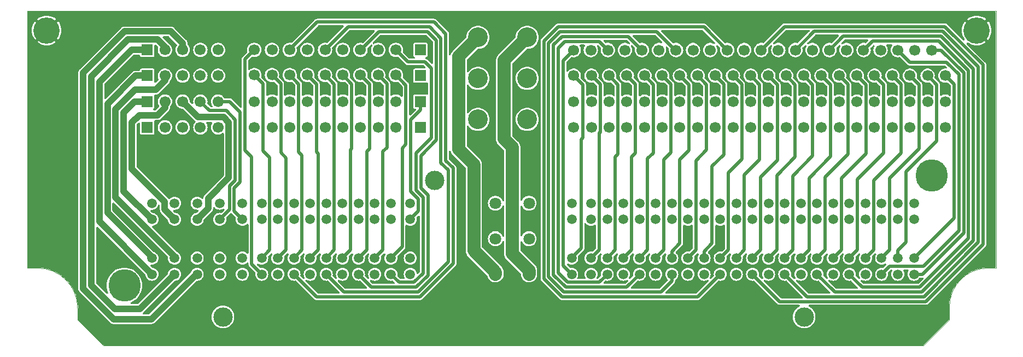
<source format=gbl>
G04 #@! TF.GenerationSoftware,KiCad,Pcbnew,7.0.1*
G04 #@! TF.CreationDate,2023-07-17T17:48:43+03:00*
G04 #@! TF.ProjectId,284617-1,32383436-3137-42d3-912e-6b696361645f,R0.4*
G04 #@! TF.SameCoordinates,PX47868c0PY8bfd670*
G04 #@! TF.FileFunction,Copper,L2,Bot*
G04 #@! TF.FilePolarity,Positive*
%FSLAX46Y46*%
G04 Gerber Fmt 4.6, Leading zero omitted, Abs format (unit mm)*
G04 Created by KiCad (PCBNEW 7.0.1) date 2023-07-17 17:48:43*
%MOMM*%
%LPD*%
G01*
G04 APERTURE LIST*
G04 #@! TA.AperFunction,ComponentPad*
%ADD10C,1.700000*%
G04 #@! TD*
G04 #@! TA.AperFunction,ComponentPad*
%ADD11R,1.700000X1.700000*%
G04 #@! TD*
G04 #@! TA.AperFunction,ComponentPad*
%ADD12C,3.064000*%
G04 #@! TD*
G04 #@! TA.AperFunction,ComponentPad*
%ADD13C,4.064000*%
G04 #@! TD*
G04 #@! TA.AperFunction,ComponentPad*
%ADD14C,5.000000*%
G04 #@! TD*
G04 #@! TA.AperFunction,ComponentPad*
%ADD15C,3.000000*%
G04 #@! TD*
G04 #@! TA.AperFunction,ComponentPad*
%ADD16C,1.500000*%
G04 #@! TD*
G04 #@! TA.AperFunction,ComponentPad*
%ADD17C,1.800000*%
G04 #@! TD*
G04 #@! TA.AperFunction,Conductor*
%ADD18C,0.490000*%
G04 #@! TD*
G04 #@! TA.AperFunction,Conductor*
%ADD19C,1.000000*%
G04 #@! TD*
G04 #@! TA.AperFunction,Conductor*
%ADD20C,2.000000*%
G04 #@! TD*
G04 #@! TA.AperFunction,Profile*
%ADD21C,0.100000*%
G04 #@! TD*
G04 APERTURE END LIST*
D10*
G04 #@! TO.P,P7,1*
G04 #@! TO.N,N-00000124*
X35160000Y45790000D03*
G04 #@! TO.P,P7,2*
G04 #@! TO.N,N-00000123*
X37900000Y45790000D03*
G04 #@! TO.P,P7,3*
G04 #@! TO.N,N-00000122*
X40640000Y45790000D03*
G04 #@! TO.P,P7,4*
G04 #@! TO.N,N-00000121*
X43380000Y45790000D03*
G04 #@! TO.P,P7,5*
G04 #@! TO.N,N-00000120*
X46120000Y45790000D03*
G04 #@! TO.P,P7,6*
G04 #@! TO.N,N-00000114*
X48860000Y45790000D03*
G04 #@! TO.P,P7,7*
G04 #@! TO.N,N-00000109*
X51600000Y45790000D03*
G04 #@! TO.P,P7,8*
G04 #@! TO.N,N-00000104*
X54340000Y45790000D03*
G04 #@! TO.P,P7,9*
G04 #@! TO.N,N-00000155*
X57080000Y45790000D03*
G04 #@! TD*
G04 #@! TO.P,P9,1*
G04 #@! TO.N,N-00000113*
X35160000Y41890000D03*
G04 #@! TO.P,P9,2*
G04 #@! TO.N,N-00000108*
X37900000Y41890000D03*
G04 #@! TO.P,P9,3*
G04 #@! TO.N,N-00000103*
X40640000Y41890000D03*
G04 #@! TO.P,P9,4*
G04 #@! TO.N,N-00000154*
X43380000Y41890000D03*
G04 #@! TO.P,P9,5*
G04 #@! TO.N,N-00000149*
X46120000Y41890000D03*
G04 #@! TO.P,P9,6*
G04 #@! TO.N,N-00000145*
X48860000Y41890000D03*
G04 #@! TO.P,P9,7*
G04 #@! TO.N,N-00000140*
X51600000Y41890000D03*
G04 #@! TO.P,P9,8*
G04 #@! TO.N,N-00000135*
X54340000Y41890000D03*
G04 #@! TO.P,P9,9*
G04 #@! TO.N,N-00000131*
X57080000Y41890000D03*
G04 #@! TD*
G04 #@! TO.P,P11,1*
G04 #@! TO.N,N-00000144*
X35160000Y37790000D03*
G04 #@! TO.P,P11,2*
G04 #@! TO.N,N-00000139*
X37900000Y37790000D03*
G04 #@! TO.P,P11,3*
G04 #@! TO.N,N-00000134*
X40640000Y37790000D03*
G04 #@! TO.P,P11,4*
G04 #@! TO.N,N-00000130*
X43380000Y37790000D03*
G04 #@! TO.P,P11,5*
G04 #@! TO.N,N-00000117*
X46120000Y37790000D03*
G04 #@! TO.P,P11,6*
G04 #@! TO.N,N-00000111*
X48860000Y37790000D03*
G04 #@! TO.P,P11,7*
G04 #@! TO.N,N-00000106*
X51600000Y37790000D03*
G04 #@! TO.P,P11,8*
G04 #@! TO.N,N-00000101*
X54340000Y37790000D03*
G04 #@! TO.P,P11,9*
G04 #@! TO.N,N-00000152*
X57080000Y37790000D03*
G04 #@! TD*
G04 #@! TO.P,P13,1*
G04 #@! TO.N,N-00000110*
X35160000Y33790000D03*
G04 #@! TO.P,P13,2*
G04 #@! TO.N,N-00000105*
X37900000Y33790000D03*
G04 #@! TO.P,P13,3*
G04 #@! TO.N,N-00000115*
X40640000Y33790000D03*
G04 #@! TO.P,P13,4*
G04 #@! TO.N,N-00000151*
X43380000Y33790000D03*
G04 #@! TO.P,P13,5*
G04 #@! TO.N,N-00000147*
X46120000Y33790000D03*
G04 #@! TO.P,P13,6*
G04 #@! TO.N,N-00000142*
X48860000Y33790000D03*
G04 #@! TO.P,P13,7*
G04 #@! TO.N,N-00000137*
X51600000Y33790000D03*
G04 #@! TO.P,P13,8*
G04 #@! TO.N,N-00000143*
X54340000Y33790000D03*
G04 #@! TO.P,P13,9*
G04 #@! TO.N,N-0000098*
X57080000Y33790000D03*
G04 #@! TD*
D11*
G04 #@! TO.P,P6,1*
G04 #@! TO.N,N-0000097*
X18580000Y45790000D03*
D10*
G04 #@! TO.P,P6,2*
G04 #@! TO.N,N-00000128*
X21320000Y45790000D03*
G04 #@! TO.P,P6,3*
G04 #@! TO.N,N-00000127*
X24060000Y45790000D03*
G04 #@! TO.P,P6,4*
G04 #@! TO.N,N-00000126*
X26800000Y45790000D03*
G04 #@! TO.P,P6,5*
G04 #@! TO.N,N-00000125*
X29540000Y45790000D03*
G04 #@! TD*
D11*
G04 #@! TO.P,P8,1*
G04 #@! TO.N,N-00000146*
X18580000Y41790000D03*
D10*
G04 #@! TO.P,P8,2*
G04 #@! TO.N,N-00000141*
X21320000Y41790000D03*
G04 #@! TO.P,P8,3*
G04 #@! TO.N,N-00000136*
X24060000Y41790000D03*
G04 #@! TO.P,P8,4*
G04 #@! TO.N,N-00000132*
X26800000Y41790000D03*
G04 #@! TO.P,P8,5*
G04 #@! TO.N,N-00000119*
X29540000Y41790000D03*
G04 #@! TD*
D11*
G04 #@! TO.P,P10,1*
G04 #@! TO.N,N-00000112*
X18580000Y37790000D03*
D10*
G04 #@! TO.P,P10,2*
G04 #@! TO.N,N-00000107*
X21320000Y37790000D03*
G04 #@! TO.P,P10,3*
G04 #@! TO.N,N-00000102*
X24060000Y37790000D03*
G04 #@! TO.P,P10,4*
G04 #@! TO.N,N-00000153*
X26800000Y37790000D03*
G04 #@! TO.P,P10,5*
G04 #@! TO.N,N-00000148*
X29540000Y37790000D03*
G04 #@! TD*
D11*
G04 #@! TO.P,P12,1*
G04 #@! TO.N,N-00000129*
X18580000Y33790000D03*
D10*
G04 #@! TO.P,P12,2*
G04 #@! TO.N,N-00000138*
X21320000Y33790000D03*
G04 #@! TO.P,P12,3*
G04 #@! TO.N,N-00000133*
X24060000Y33790000D03*
G04 #@! TO.P,P12,4*
G04 #@! TO.N,N-0000099*
X26800000Y33790000D03*
G04 #@! TO.P,P12,5*
G04 #@! TO.N,N-00000116*
X29540000Y33790000D03*
G04 #@! TD*
D12*
G04 #@! TO.P,P18,1*
G04 #@! TO.N,N-0000091*
X69780000Y47730000D03*
G04 #@! TD*
G04 #@! TO.P,P19,1*
G04 #@! TO.N,N-0000090*
X77400000Y47730000D03*
G04 #@! TD*
G04 #@! TO.P,P20,1*
G04 #@! TO.N,N-0000093*
X69780000Y41380000D03*
G04 #@! TD*
G04 #@! TO.P,P21,1*
G04 #@! TO.N,N-0000096*
X77400000Y41380000D03*
G04 #@! TD*
G04 #@! TO.P,P22,1*
G04 #@! TO.N,N-0000095*
X69780000Y35030000D03*
G04 #@! TD*
G04 #@! TO.P,P23,1*
G04 #@! TO.N,N-0000094*
X77400000Y35030000D03*
G04 #@! TD*
D11*
G04 #@! TO.P,P5,1*
G04 #@! TO.N,N-00000100*
X60890000Y33790000D03*
G04 #@! TD*
G04 #@! TO.P,P4,1*
G04 #@! TO.N,N-0000092*
X60890000Y37790000D03*
G04 #@! TD*
G04 #@! TO.P,P3,1*
G04 #@! TO.N,N-00000118*
X60890000Y41790000D03*
G04 #@! TD*
G04 #@! TO.P,P2,1*
G04 #@! TO.N,N-00000150*
X60890000Y45790000D03*
G04 #@! TD*
D10*
G04 #@! TO.P,P14,1*
G04 #@! TO.N,N-0000072*
X84620000Y45760000D03*
G04 #@! TO.P,P14,2*
G04 #@! TO.N,N-0000071*
X87260000Y45760000D03*
G04 #@! TO.P,P14,3*
G04 #@! TO.N,N-0000070*
X89900000Y45760000D03*
G04 #@! TO.P,P14,4*
G04 #@! TO.N,N-0000069*
X92540000Y45760000D03*
G04 #@! TO.P,P14,5*
G04 #@! TO.N,N-0000068*
X95180000Y45760000D03*
G04 #@! TO.P,P14,6*
G04 #@! TO.N,N-0000067*
X97820000Y45760000D03*
G04 #@! TO.P,P14,7*
G04 #@! TO.N,N-0000066*
X100460000Y45760000D03*
G04 #@! TO.P,P14,8*
G04 #@! TO.N,N-0000065*
X103100000Y45760000D03*
G04 #@! TO.P,P14,9*
G04 #@! TO.N,N-0000064*
X105740000Y45760000D03*
G04 #@! TO.P,P14,10*
G04 #@! TO.N,N-0000063*
X108380000Y45760000D03*
G04 #@! TO.P,P14,11*
G04 #@! TO.N,N-0000062*
X111020000Y45760000D03*
G04 #@! TO.P,P14,12*
G04 #@! TO.N,N-0000061*
X113660000Y45760000D03*
G04 #@! TO.P,P14,13*
G04 #@! TO.N,N-0000046*
X116300000Y45760000D03*
G04 #@! TO.P,P14,14*
G04 #@! TO.N,N-0000030*
X118940000Y45760000D03*
G04 #@! TO.P,P14,15*
G04 #@! TO.N,N-0000029*
X121580000Y45760000D03*
G04 #@! TO.P,P14,16*
G04 #@! TO.N,N-0000028*
X124220000Y45760000D03*
G04 #@! TO.P,P14,17*
G04 #@! TO.N,N-0000027*
X126860000Y45760000D03*
G04 #@! TO.P,P14,18*
G04 #@! TO.N,N-0000026*
X129500000Y45760000D03*
G04 #@! TO.P,P14,19*
G04 #@! TO.N,N-0000025*
X132140000Y45760000D03*
G04 #@! TO.P,P14,20*
G04 #@! TO.N,N-0000024*
X134780000Y45760000D03*
G04 #@! TO.P,P14,21*
G04 #@! TO.N,N-0000023*
X137420000Y45760000D03*
G04 #@! TO.P,P14,22*
G04 #@! TO.N,N-0000022*
X140060000Y45760000D03*
G04 #@! TD*
G04 #@! TO.P,P17,1*
G04 #@! TO.N,N-0000036*
X84620000Y33790000D03*
G04 #@! TO.P,P17,2*
G04 #@! TO.N,N-0000035*
X87360000Y33790000D03*
G04 #@! TO.P,P17,3*
G04 #@! TO.N,N-0000034*
X90100000Y33790000D03*
G04 #@! TO.P,P17,4*
G04 #@! TO.N,N-0000033*
X92840000Y33790000D03*
G04 #@! TO.P,P17,5*
G04 #@! TO.N,N-0000032*
X95580000Y33790000D03*
G04 #@! TO.P,P17,6*
G04 #@! TO.N,N-0000060*
X98320000Y33790000D03*
G04 #@! TO.P,P17,7*
G04 #@! TO.N,N-0000086*
X101060000Y33790000D03*
G04 #@! TO.P,P17,8*
G04 #@! TO.N,N-0000082*
X103800000Y33790000D03*
G04 #@! TO.P,P17,9*
G04 #@! TO.N,N-0000080*
X106540000Y33790000D03*
G04 #@! TO.P,P17,10*
G04 #@! TO.N,N-0000078*
X109280000Y33790000D03*
G04 #@! TO.P,P17,11*
G04 #@! TO.N,N-0000076*
X112020000Y33790000D03*
G04 #@! TO.P,P17,12*
G04 #@! TO.N,N-0000074*
X114760000Y33790000D03*
G04 #@! TO.P,P17,13*
G04 #@! TO.N,N-0000089*
X117500000Y33790000D03*
G04 #@! TO.P,P17,14*
G04 #@! TO.N,N-0000088*
X120240000Y33790000D03*
G04 #@! TO.P,P17,15*
G04 #@! TO.N,N-0000083*
X122980000Y33790000D03*
G04 #@! TO.P,P17,16*
G04 #@! TO.N,N-0000087*
X125720000Y33790000D03*
G04 #@! TO.P,P17,17*
G04 #@! TO.N,N-0000085*
X128460000Y33790000D03*
G04 #@! TO.P,P17,18*
G04 #@! TO.N,N-0000081*
X131200000Y33790000D03*
G04 #@! TO.P,P17,19*
G04 #@! TO.N,N-0000079*
X133940000Y33790000D03*
G04 #@! TO.P,P17,20*
G04 #@! TO.N,N-0000077*
X136680000Y33790000D03*
G04 #@! TO.P,P17,21*
G04 #@! TO.N,N-0000075*
X139420000Y33790000D03*
G04 #@! TO.P,P17,22*
G04 #@! TO.N,N-0000073*
X142160000Y33790000D03*
G04 #@! TD*
G04 #@! TO.P,P16,1*
G04 #@! TO.N,N-0000058*
X84620000Y37760000D03*
G04 #@! TO.P,P16,2*
G04 #@! TO.N,N-0000057*
X87360000Y37760000D03*
G04 #@! TO.P,P16,3*
G04 #@! TO.N,N-0000056*
X90100000Y37760000D03*
G04 #@! TO.P,P16,4*
G04 #@! TO.N,N-0000055*
X92840000Y37760000D03*
G04 #@! TO.P,P16,5*
G04 #@! TO.N,N-0000054*
X95580000Y37760000D03*
G04 #@! TO.P,P16,6*
G04 #@! TO.N,N-0000053*
X98320000Y37760000D03*
G04 #@! TO.P,P16,7*
G04 #@! TO.N,N-0000052*
X101060000Y37760000D03*
G04 #@! TO.P,P16,8*
G04 #@! TO.N,N-0000051*
X103800000Y37760000D03*
G04 #@! TO.P,P16,9*
G04 #@! TO.N,N-0000050*
X106540000Y37760000D03*
G04 #@! TO.P,P16,10*
G04 #@! TO.N,N-0000049*
X109280000Y37760000D03*
G04 #@! TO.P,P16,11*
G04 #@! TO.N,N-0000048*
X112020000Y37760000D03*
G04 #@! TO.P,P16,12*
G04 #@! TO.N,N-0000047*
X114760000Y37760000D03*
G04 #@! TO.P,P16,13*
G04 #@! TO.N,N-0000031*
X117500000Y37760000D03*
G04 #@! TO.P,P16,14*
G04 #@! TO.N,N-0000045*
X120240000Y37760000D03*
G04 #@! TO.P,P16,15*
G04 #@! TO.N,N-0000044*
X122980000Y37760000D03*
G04 #@! TO.P,P16,16*
G04 #@! TO.N,N-0000043*
X125720000Y37760000D03*
G04 #@! TO.P,P16,17*
G04 #@! TO.N,N-0000042*
X128460000Y37760000D03*
G04 #@! TO.P,P16,18*
G04 #@! TO.N,N-0000041*
X131200000Y37760000D03*
G04 #@! TO.P,P16,19*
G04 #@! TO.N,N-0000040*
X133940000Y37760000D03*
G04 #@! TO.P,P16,20*
G04 #@! TO.N,N-0000039*
X136680000Y37760000D03*
G04 #@! TO.P,P16,21*
G04 #@! TO.N,N-0000038*
X139420000Y37760000D03*
G04 #@! TO.P,P16,22*
G04 #@! TO.N,N-0000037*
X142160000Y37760000D03*
G04 #@! TD*
G04 #@! TO.P,P15,1*
G04 #@! TO.N,N-0000021*
X84620000Y41790000D03*
G04 #@! TO.P,P15,2*
G04 #@! TO.N,N-0000020*
X87360000Y41790000D03*
G04 #@! TO.P,P15,3*
G04 #@! TO.N,N-0000019*
X90100000Y41790000D03*
G04 #@! TO.P,P15,4*
G04 #@! TO.N,N-0000018*
X92840000Y41790000D03*
G04 #@! TO.P,P15,5*
G04 #@! TO.N,N-0000017*
X95580000Y41790000D03*
G04 #@! TO.P,P15,6*
G04 #@! TO.N,N-000001*
X98320000Y41790000D03*
G04 #@! TO.P,P15,7*
G04 #@! TO.N,N-0000015*
X101060000Y41790000D03*
G04 #@! TO.P,P15,8*
G04 #@! TO.N,N-0000014*
X103800000Y41790000D03*
G04 #@! TO.P,P15,9*
G04 #@! TO.N,N-0000013*
X106540000Y41790000D03*
G04 #@! TO.P,P15,10*
G04 #@! TO.N,N-0000012*
X109280000Y41790000D03*
G04 #@! TO.P,P15,11*
G04 #@! TO.N,N-0000011*
X112020000Y41790000D03*
G04 #@! TO.P,P15,12*
G04 #@! TO.N,N-0000010*
X114760000Y41790000D03*
G04 #@! TO.P,P15,13*
G04 #@! TO.N,N-000009*
X117500000Y41790000D03*
G04 #@! TO.P,P15,14*
G04 #@! TO.N,N-000008*
X120240000Y41790000D03*
G04 #@! TO.P,P15,15*
G04 #@! TO.N,N-000007*
X122980000Y41790000D03*
G04 #@! TO.P,P15,16*
G04 #@! TO.N,N-000006*
X125720000Y41790000D03*
G04 #@! TO.P,P15,17*
G04 #@! TO.N,N-000005*
X128460000Y41790000D03*
G04 #@! TO.P,P15,18*
G04 #@! TO.N,N-000004*
X131200000Y41790000D03*
G04 #@! TO.P,P15,19*
G04 #@! TO.N,N-000003*
X133940000Y41790000D03*
G04 #@! TO.P,P15,20*
G04 #@! TO.N,N-000002*
X136680000Y41790000D03*
G04 #@! TO.P,P15,21*
G04 #@! TO.N,N-0000016*
X139420000Y41790000D03*
G04 #@! TO.P,P15,22*
G04 #@! TO.N,N-0000059*
X142160000Y41790000D03*
G04 #@! TD*
D13*
G04 #@! TO.P,P25,1*
G04 #@! TO.N,/GND*
X3000000Y48790000D03*
G04 #@! TD*
G04 #@! TO.P,P24,1*
G04 #@! TO.N,/GND*
X147000000Y48790000D03*
G04 #@! TD*
D14*
G04 #@! TO.P,P1,*
G04 #@! TO.N,*
X15050000Y9290000D03*
D15*
X30300000Y4440000D03*
X63100000Y25540000D03*
X120300000Y4440000D03*
D14*
X140050000Y26290000D03*
D16*
G04 #@! TO.P,P1,1*
G04 #@! TO.N,N-0000097*
X19300000Y11040000D03*
G04 #@! TO.P,P1,2*
G04 #@! TO.N,N-00000128*
X22800000Y11040000D03*
G04 #@! TO.P,P1,3*
G04 #@! TO.N,N-00000127*
X26300000Y11040000D03*
G04 #@! TO.P,P1,4*
G04 #@! TO.N,N-00000126*
X29800000Y11040000D03*
G04 #@! TO.P,P1,5*
G04 #@! TO.N,N-00000125*
X33300000Y11040000D03*
G04 #@! TO.P,P1,6*
G04 #@! TO.N,N-00000124*
X36300000Y11040000D03*
G04 #@! TO.P,P1,7*
G04 #@! TO.N,N-00000123*
X38800000Y11040000D03*
G04 #@! TO.P,P1,8*
G04 #@! TO.N,N-00000122*
X41300000Y11040000D03*
G04 #@! TO.P,P1,9*
G04 #@! TO.N,N-00000121*
X43800000Y11040000D03*
G04 #@! TO.P,P1,10*
G04 #@! TO.N,N-00000120*
X46300000Y11040000D03*
G04 #@! TO.P,P1,11*
G04 #@! TO.N,N-00000114*
X48800000Y11040000D03*
G04 #@! TO.P,P1,12*
G04 #@! TO.N,N-00000109*
X51300000Y11040000D03*
G04 #@! TO.P,P1,13*
G04 #@! TO.N,N-00000104*
X53800000Y11040000D03*
G04 #@! TO.P,P1,14*
G04 #@! TO.N,N-00000155*
X56300000Y11040000D03*
G04 #@! TO.P,P1,15*
G04 #@! TO.N,N-00000150*
X59300000Y11040000D03*
G04 #@! TO.P,P1,16*
G04 #@! TO.N,N-00000146*
X19300000Y13540000D03*
G04 #@! TO.P,P1,17*
G04 #@! TO.N,N-00000141*
X22800000Y13540000D03*
G04 #@! TO.P,P1,18*
G04 #@! TO.N,N-00000136*
X26300000Y13540000D03*
G04 #@! TO.P,P1,19*
G04 #@! TO.N,N-00000132*
X29800000Y13540000D03*
G04 #@! TO.P,P1,20*
G04 #@! TO.N,N-00000119*
X33300000Y13540000D03*
G04 #@! TO.P,P1,21*
G04 #@! TO.N,N-00000113*
X36300000Y13540000D03*
G04 #@! TO.P,P1,22*
G04 #@! TO.N,N-00000108*
X38800000Y13540000D03*
G04 #@! TO.P,P1,23*
G04 #@! TO.N,N-00000103*
X41300000Y13540000D03*
G04 #@! TO.P,P1,24*
G04 #@! TO.N,N-00000154*
X43800000Y13540000D03*
G04 #@! TO.P,P1,25*
G04 #@! TO.N,N-00000149*
X46300000Y13540000D03*
G04 #@! TO.P,P1,26*
G04 #@! TO.N,N-00000145*
X48800000Y13540000D03*
G04 #@! TO.P,P1,27*
G04 #@! TO.N,N-00000140*
X51300000Y13540000D03*
G04 #@! TO.P,P1,28*
G04 #@! TO.N,N-00000135*
X53800000Y13540000D03*
G04 #@! TO.P,P1,29*
G04 #@! TO.N,N-00000131*
X56300000Y13540000D03*
G04 #@! TO.P,P1,30*
G04 #@! TO.N,N-00000118*
X59300000Y13540000D03*
G04 #@! TO.P,P1,31*
G04 #@! TO.N,N-00000112*
X19300000Y19540000D03*
G04 #@! TO.P,P1,32*
G04 #@! TO.N,N-00000107*
X22800000Y19540000D03*
G04 #@! TO.P,P1,33*
G04 #@! TO.N,N-00000102*
X26300000Y19540000D03*
G04 #@! TO.P,P1,34*
G04 #@! TO.N,N-00000153*
X29800000Y19540000D03*
G04 #@! TO.P,P1,35*
G04 #@! TO.N,N-00000148*
X33300000Y19540000D03*
G04 #@! TO.P,P1,36*
G04 #@! TO.N,N-00000144*
X36300000Y19540000D03*
G04 #@! TO.P,P1,37*
G04 #@! TO.N,N-00000139*
X38800000Y19540000D03*
G04 #@! TO.P,P1,38*
G04 #@! TO.N,N-00000134*
X41300000Y19540000D03*
G04 #@! TO.P,P1,39*
G04 #@! TO.N,N-00000130*
X43800000Y19540000D03*
G04 #@! TO.P,P1,40*
G04 #@! TO.N,N-00000117*
X46300000Y19540000D03*
G04 #@! TO.P,P1,41*
G04 #@! TO.N,N-00000111*
X48800000Y19540000D03*
G04 #@! TO.P,P1,42*
G04 #@! TO.N,N-00000106*
X51300000Y19540000D03*
G04 #@! TO.P,P1,43*
G04 #@! TO.N,N-00000101*
X53800000Y19540000D03*
G04 #@! TO.P,P1,44*
G04 #@! TO.N,N-00000152*
X56300000Y19540000D03*
G04 #@! TO.P,P1,45*
G04 #@! TO.N,N-0000092*
X59300000Y19540000D03*
G04 #@! TO.P,P1,46*
G04 #@! TO.N,N-00000129*
X19300000Y22040000D03*
G04 #@! TO.P,P1,47*
G04 #@! TO.N,N-00000138*
X22800000Y22040000D03*
G04 #@! TO.P,P1,48*
G04 #@! TO.N,N-00000133*
X26300000Y22040000D03*
G04 #@! TO.P,P1,49*
G04 #@! TO.N,N-0000099*
X29800000Y22040000D03*
G04 #@! TO.P,P1,50*
G04 #@! TO.N,N-00000116*
X33300000Y22040000D03*
G04 #@! TO.P,P1,51*
G04 #@! TO.N,N-00000110*
X36300000Y22040000D03*
G04 #@! TO.P,P1,52*
G04 #@! TO.N,N-00000105*
X38800000Y22040000D03*
G04 #@! TO.P,P1,53*
G04 #@! TO.N,N-00000115*
X41300000Y22040000D03*
G04 #@! TO.P,P1,54*
G04 #@! TO.N,N-00000151*
X43800000Y22040000D03*
G04 #@! TO.P,P1,55*
G04 #@! TO.N,N-00000147*
X46300000Y22040000D03*
G04 #@! TO.P,P1,56*
G04 #@! TO.N,N-00000142*
X48800000Y22040000D03*
G04 #@! TO.P,P1,57*
G04 #@! TO.N,N-00000137*
X51300000Y22040000D03*
G04 #@! TO.P,P1,58*
G04 #@! TO.N,N-00000143*
X53800000Y22040000D03*
G04 #@! TO.P,P1,59*
G04 #@! TO.N,N-0000098*
X56300000Y22040000D03*
G04 #@! TO.P,P1,60*
G04 #@! TO.N,N-00000100*
X59300000Y22040000D03*
D17*
G04 #@! TO.P,P1,61*
G04 #@! TO.N,N-0000091*
X72500000Y11040000D03*
G04 #@! TO.P,P1,62*
G04 #@! TO.N,N-0000090*
X77700000Y11040000D03*
G04 #@! TO.P,P1,63*
G04 #@! TO.N,N-0000093*
X72500000Y16540000D03*
G04 #@! TO.P,P1,64*
G04 #@! TO.N,N-0000096*
X77700000Y16540000D03*
G04 #@! TO.P,P1,65*
G04 #@! TO.N,N-0000095*
X72500000Y22040000D03*
G04 #@! TO.P,P1,66*
G04 #@! TO.N,N-0000094*
X77700000Y22040000D03*
D16*
G04 #@! TO.P,P1,67*
G04 #@! TO.N,N-0000072*
X84300000Y11040000D03*
G04 #@! TO.P,P1,68*
G04 #@! TO.N,N-0000071*
X87300000Y11040000D03*
G04 #@! TO.P,P1,69*
G04 #@! TO.N,N-0000070*
X89800000Y11040000D03*
G04 #@! TO.P,P1,70*
G04 #@! TO.N,N-0000069*
X92300000Y11040000D03*
G04 #@! TO.P,P1,71*
G04 #@! TO.N,N-0000068*
X94800000Y11040000D03*
G04 #@! TO.P,P1,72*
G04 #@! TO.N,N-0000067*
X97300000Y11040000D03*
G04 #@! TO.P,P1,73*
G04 #@! TO.N,N-0000066*
X99800000Y11040000D03*
G04 #@! TO.P,P1,74*
G04 #@! TO.N,N-0000065*
X102300000Y11040000D03*
G04 #@! TO.P,P1,75*
G04 #@! TO.N,N-0000064*
X104800000Y11040000D03*
G04 #@! TO.P,P1,76*
G04 #@! TO.N,N-0000063*
X107300000Y11040000D03*
G04 #@! TO.P,P1,77*
G04 #@! TO.N,N-0000062*
X109800000Y11040000D03*
G04 #@! TO.P,P1,78*
G04 #@! TO.N,N-0000061*
X112300000Y11040000D03*
G04 #@! TO.P,P1,79*
G04 #@! TO.N,N-0000046*
X114800000Y11040000D03*
G04 #@! TO.P,P1,80*
G04 #@! TO.N,N-0000030*
X117300000Y11040000D03*
G04 #@! TO.P,P1,81*
G04 #@! TO.N,N-0000029*
X119800000Y11040000D03*
G04 #@! TO.P,P1,82*
G04 #@! TO.N,N-0000028*
X122300000Y11040000D03*
G04 #@! TO.P,P1,83*
G04 #@! TO.N,N-0000027*
X124800000Y11040000D03*
G04 #@! TO.P,P1,84*
G04 #@! TO.N,N-0000026*
X127300000Y11040000D03*
G04 #@! TO.P,P1,85*
G04 #@! TO.N,N-0000025*
X129800000Y11040000D03*
G04 #@! TO.P,P1,86*
G04 #@! TO.N,N-0000024*
X132300000Y11040000D03*
G04 #@! TO.P,P1,87*
G04 #@! TO.N,N-0000023*
X134800000Y11040000D03*
G04 #@! TO.P,P1,88*
G04 #@! TO.N,N-0000022*
X137300000Y11040000D03*
G04 #@! TO.P,P1,89*
G04 #@! TO.N,N-0000021*
X84300000Y13540000D03*
G04 #@! TO.P,P1,90*
G04 #@! TO.N,N-0000020*
X87300000Y13540000D03*
G04 #@! TO.P,P1,91*
G04 #@! TO.N,N-0000019*
X89800000Y13540000D03*
G04 #@! TO.P,P1,92*
G04 #@! TO.N,N-0000018*
X92300000Y13540000D03*
G04 #@! TO.P,P1,93*
G04 #@! TO.N,N-0000017*
X94800000Y13540000D03*
G04 #@! TO.P,P1,94*
G04 #@! TO.N,N-000001*
X97300000Y13540000D03*
G04 #@! TO.P,P1,95*
G04 #@! TO.N,N-0000015*
X99800000Y13540000D03*
G04 #@! TO.P,P1,96*
G04 #@! TO.N,N-0000014*
X102300000Y13540000D03*
G04 #@! TO.P,P1,97*
G04 #@! TO.N,N-0000013*
X104800000Y13540000D03*
G04 #@! TO.P,P1,98*
G04 #@! TO.N,N-0000012*
X107300000Y13540000D03*
G04 #@! TO.P,P1,99*
G04 #@! TO.N,N-0000011*
X109800000Y13540000D03*
G04 #@! TO.P,P1,100*
G04 #@! TO.N,N-0000010*
X112300000Y13540000D03*
G04 #@! TO.P,P1,101*
G04 #@! TO.N,N-000009*
X114800000Y13540000D03*
G04 #@! TO.P,P1,102*
G04 #@! TO.N,N-000008*
X117300000Y13540000D03*
G04 #@! TO.P,P1,103*
G04 #@! TO.N,N-000007*
X119800000Y13540000D03*
G04 #@! TO.P,P1,104*
G04 #@! TO.N,N-000006*
X122300000Y13540000D03*
G04 #@! TO.P,P1,105*
G04 #@! TO.N,N-000005*
X124800000Y13540000D03*
G04 #@! TO.P,P1,106*
G04 #@! TO.N,N-000004*
X127300000Y13540000D03*
G04 #@! TO.P,P1,107*
G04 #@! TO.N,N-000003*
X129800000Y13540000D03*
G04 #@! TO.P,P1,108*
G04 #@! TO.N,N-000002*
X132300000Y13540000D03*
G04 #@! TO.P,P1,109*
G04 #@! TO.N,N-0000016*
X134800000Y13540000D03*
G04 #@! TO.P,P1,110*
G04 #@! TO.N,N-0000059*
X137300000Y13540000D03*
G04 #@! TO.P,P1,111*
G04 #@! TO.N,N-0000058*
X84300000Y19540000D03*
G04 #@! TO.P,P1,112*
G04 #@! TO.N,N-0000057*
X87300000Y19540000D03*
G04 #@! TO.P,P1,113*
G04 #@! TO.N,N-0000056*
X89800000Y19540000D03*
G04 #@! TO.P,P1,114*
G04 #@! TO.N,N-0000055*
X92300000Y19540000D03*
G04 #@! TO.P,P1,115*
G04 #@! TO.N,N-0000054*
X94800000Y19540000D03*
G04 #@! TO.P,P1,116*
G04 #@! TO.N,N-0000053*
X97300000Y19540000D03*
G04 #@! TO.P,P1,117*
G04 #@! TO.N,N-0000052*
X99800000Y19540000D03*
G04 #@! TO.P,P1,118*
G04 #@! TO.N,N-0000051*
X102300000Y19540000D03*
G04 #@! TO.P,P1,119*
G04 #@! TO.N,N-0000050*
X104800000Y19540000D03*
G04 #@! TO.P,P1,120*
G04 #@! TO.N,N-0000049*
X107300000Y19540000D03*
G04 #@! TO.P,P1,121*
G04 #@! TO.N,N-0000048*
X109800000Y19540000D03*
G04 #@! TO.P,P1,122*
G04 #@! TO.N,N-0000047*
X112300000Y19540000D03*
G04 #@! TO.P,P1,123*
G04 #@! TO.N,N-0000031*
X114800000Y19540000D03*
G04 #@! TO.P,P1,124*
G04 #@! TO.N,N-0000045*
X117300000Y19540000D03*
G04 #@! TO.P,P1,125*
G04 #@! TO.N,N-0000044*
X119800000Y19540000D03*
G04 #@! TO.P,P1,126*
G04 #@! TO.N,N-0000043*
X122300000Y19540000D03*
G04 #@! TO.P,P1,127*
G04 #@! TO.N,N-0000042*
X124800000Y19540000D03*
G04 #@! TO.P,P1,128*
G04 #@! TO.N,N-0000041*
X127300000Y19540000D03*
G04 #@! TO.P,P1,129*
G04 #@! TO.N,N-0000040*
X129800000Y19540000D03*
G04 #@! TO.P,P1,130*
G04 #@! TO.N,N-0000039*
X132300000Y19540000D03*
G04 #@! TO.P,P1,131*
G04 #@! TO.N,N-0000038*
X134800000Y19540000D03*
G04 #@! TO.P,P1,132*
G04 #@! TO.N,N-0000037*
X137300000Y19540000D03*
G04 #@! TO.P,P1,133*
G04 #@! TO.N,N-0000036*
X84300000Y22040000D03*
G04 #@! TO.P,P1,134*
G04 #@! TO.N,N-0000035*
X87300000Y22040000D03*
G04 #@! TO.P,P1,135*
G04 #@! TO.N,N-0000034*
X89800000Y22040000D03*
G04 #@! TO.P,P1,136*
G04 #@! TO.N,N-0000033*
X92300000Y22040000D03*
G04 #@! TO.P,P1,137*
G04 #@! TO.N,N-0000032*
X94800000Y22040000D03*
G04 #@! TO.P,P1,138*
G04 #@! TO.N,N-0000060*
X97300000Y22040000D03*
G04 #@! TO.P,P1,139*
G04 #@! TO.N,N-0000086*
X99800000Y22040000D03*
G04 #@! TO.P,P1,140*
G04 #@! TO.N,N-0000082*
X102300000Y22040000D03*
G04 #@! TO.P,P1,141*
G04 #@! TO.N,N-0000080*
X104800000Y22040000D03*
G04 #@! TO.P,P1,142*
G04 #@! TO.N,N-0000078*
X107300000Y22040000D03*
G04 #@! TO.P,P1,143*
G04 #@! TO.N,N-0000076*
X109800000Y22040000D03*
G04 #@! TO.P,P1,144*
G04 #@! TO.N,N-0000074*
X112300000Y22040000D03*
G04 #@! TO.P,P1,145*
G04 #@! TO.N,N-0000089*
X114800000Y22040000D03*
G04 #@! TO.P,P1,146*
G04 #@! TO.N,N-0000088*
X117300000Y22040000D03*
G04 #@! TO.P,P1,147*
G04 #@! TO.N,N-0000083*
X119800000Y22040000D03*
G04 #@! TO.P,P1,148*
G04 #@! TO.N,N-0000087*
X122300000Y22040000D03*
G04 #@! TO.P,P1,149*
G04 #@! TO.N,N-0000085*
X124800000Y22040000D03*
G04 #@! TO.P,P1,150*
G04 #@! TO.N,N-0000081*
X127300000Y22040000D03*
G04 #@! TO.P,P1,151*
G04 #@! TO.N,N-0000079*
X129800000Y22040000D03*
G04 #@! TO.P,P1,152*
G04 #@! TO.N,N-0000077*
X132300000Y22040000D03*
G04 #@! TO.P,P1,153*
G04 #@! TO.N,N-0000075*
X134800000Y22040000D03*
G04 #@! TO.P,P1,154*
G04 #@! TO.N,N-0000073*
X137300000Y22040000D03*
G04 #@! TD*
D18*
G04 #@! TO.N,N-000001*
X97300000Y13540000D02*
X98549001Y14789001D01*
X99670000Y29930000D02*
X99670000Y40440000D01*
X98549001Y28809001D02*
X99670000Y29930000D01*
X98549001Y14789001D02*
X98549001Y28809001D01*
X99670000Y40440000D02*
X98320000Y41790000D01*
G04 #@! TO.N,N-0000010*
X113550999Y26099001D02*
X113550999Y14790999D01*
X114760000Y41790000D02*
X116151000Y40399000D01*
X113550999Y14790999D02*
X112300000Y13540000D01*
X116151000Y28699002D02*
X113550999Y26099001D01*
X116151000Y40399000D02*
X116151000Y28699002D01*
D19*
G04 #@! TO.N,N-00000102*
X26456000Y35394000D02*
X30376000Y35394000D01*
X24060000Y37790000D02*
X26456000Y35394000D01*
X31210000Y26000000D02*
X28009637Y22799637D01*
X28009637Y21249637D02*
X26300000Y19540000D01*
X30376000Y35394000D02*
X31210000Y34560000D01*
X28009637Y22799637D02*
X28009637Y21249637D01*
X31210000Y34560000D02*
X31210000Y26000000D01*
D18*
G04 #@! TO.N,N-00000103*
X42550999Y29469001D02*
X42031000Y29989000D01*
X41300000Y13540000D02*
X42550999Y14790999D01*
X42550999Y14790999D02*
X42550999Y29469001D01*
X42031000Y29989000D02*
X42031000Y40499000D01*
X42031000Y40499000D02*
X40640000Y41890000D01*
D19*
G04 #@! TO.N,N-00000107*
X20150000Y35680000D02*
X17350000Y35680000D01*
X21295999Y21044001D02*
X22800000Y19540000D01*
X16178000Y27387922D02*
X21295999Y22269923D01*
X21320000Y36850000D02*
X20150000Y35680000D01*
X16178000Y34508000D02*
X16178000Y27387922D01*
X21295999Y22269923D02*
X21295999Y21044001D01*
X21320000Y37790000D02*
X21320000Y36850000D01*
X17350000Y35680000D02*
X16178000Y34508000D01*
D18*
G04 #@! TO.N,N-00000108*
X40050999Y29069001D02*
X39260000Y29860000D01*
X39260000Y29860000D02*
X39260000Y40530000D01*
X40050999Y14790999D02*
X40050999Y29069001D01*
X39260000Y40530000D02*
X37900000Y41890000D01*
X38800000Y13540000D02*
X40050999Y14790999D01*
G04 #@! TO.N,N-00000109*
X51600000Y45790000D02*
X51680000Y45790000D01*
X62037021Y23287355D02*
X62037021Y10876310D01*
X63304000Y31794000D02*
X60930000Y29420000D01*
X60207699Y9046989D02*
X53293011Y9046989D01*
X53293011Y9046989D02*
X51300000Y11040000D01*
X63304000Y47281652D02*
X63304000Y31794000D01*
X54492000Y48602000D02*
X61983652Y48602000D01*
X60930000Y29420000D02*
X60930000Y24394376D01*
X62037021Y10876310D02*
X60207699Y9046989D01*
X60930000Y24394376D02*
X62037021Y23287355D01*
X51680000Y45790000D02*
X54492000Y48602000D01*
X61983652Y48602000D02*
X63304000Y47281652D01*
G04 #@! TO.N,N-0000011*
X112020000Y41790000D02*
X113411000Y40399000D01*
X113411000Y40399000D02*
X113411000Y28791000D01*
X111050999Y26430999D02*
X111050999Y14790999D01*
X111050999Y14790999D02*
X109800000Y13540000D01*
X113411000Y28791000D02*
X111050999Y26430999D01*
D19*
G04 #@! TO.N,N-00000112*
X14924000Y23916000D02*
X19300000Y19540000D01*
X18580000Y37790000D02*
X16630000Y37790000D01*
X14924000Y36084000D02*
X14924000Y23916000D01*
X16630000Y37790000D02*
X14924000Y36084000D01*
D18*
G04 #@! TO.N,N-00000113*
X36520000Y30170000D02*
X36520000Y40530000D01*
X36520000Y40530000D02*
X35160000Y41890000D01*
X36300000Y13540000D02*
X37549001Y14789001D01*
X37549001Y29140999D02*
X36520000Y30170000D01*
X37549001Y14789001D02*
X37549001Y29140999D01*
G04 #@! TO.N,N-0000012*
X109280000Y41790000D02*
X110629000Y40441000D01*
X108549001Y26750999D02*
X108549001Y14789001D01*
X110629000Y40441000D02*
X110629000Y28830998D01*
X110629000Y28830998D02*
X108549001Y26750999D01*
X108549001Y14789001D02*
X107300000Y13540000D01*
G04 #@! TO.N,N-00000120*
X64048000Y28316014D02*
X65196000Y27168014D01*
X49676000Y49346000D02*
X62291827Y49346000D01*
X62291827Y49346000D02*
X64048000Y47589826D01*
X60515878Y8302979D02*
X49037021Y8302979D01*
X65196000Y12983101D02*
X60515878Y8302979D01*
X49037021Y8302979D02*
X46300000Y11040000D01*
X46120000Y45790000D02*
X49676000Y49346000D01*
X64048000Y47589826D02*
X64048000Y28316014D01*
X65196000Y27168014D02*
X65196000Y12983101D01*
G04 #@! TO.N,N-00000122*
X65940000Y27476189D02*
X65940000Y12674912D01*
X64792000Y48278000D02*
X64792000Y28624189D01*
X60824057Y7558969D02*
X44781031Y7558969D01*
X64792000Y28624189D02*
X65940000Y27476189D01*
X44880000Y50090000D02*
X62980000Y50090000D01*
X62980000Y50090000D02*
X64792000Y48278000D01*
X65940000Y12674912D02*
X60824057Y7558969D01*
X40640000Y45790000D02*
X40640000Y45850000D01*
X44781031Y7558969D02*
X41300000Y11040000D01*
X40640000Y45850000D02*
X44880000Y50090000D01*
G04 #@! TO.N,N-00000124*
X33697000Y44327000D02*
X35160000Y45790000D01*
X34760000Y29170000D02*
X33697000Y30233000D01*
X36300000Y11040000D02*
X34760000Y12580000D01*
X33697000Y30233000D02*
X33697000Y44327000D01*
X34760000Y12580000D02*
X34760000Y29170000D01*
D19*
G04 #@! TO.N,N-00000127*
X8654000Y8836000D02*
X13400000Y4090000D01*
X26150000Y11040000D02*
X26300000Y11040000D01*
X8654000Y42217437D02*
X8654000Y8836000D01*
X15084563Y48648000D02*
X8654000Y42217437D01*
X24060000Y46810000D02*
X22222000Y48648000D01*
X22222000Y48648000D02*
X15084563Y48648000D01*
X13400000Y4090000D02*
X19200000Y4090000D01*
X19200000Y4090000D02*
X26150000Y11040000D01*
X24060000Y45790000D02*
X24060000Y46810000D01*
G04 #@! TO.N,N-00000128*
X15604000Y47394000D02*
X20184000Y47394000D01*
X17450000Y5690000D02*
X13573424Y5690000D01*
X20184000Y47394000D02*
X21320000Y46258000D01*
X9908000Y9355424D02*
X9908000Y41698000D01*
X13573424Y5690000D02*
X9908000Y9355424D01*
X21320000Y46258000D02*
X21320000Y45790000D01*
X22800000Y11040000D02*
X17450000Y5690000D01*
X9908000Y41698000D02*
X15604000Y47394000D01*
D18*
G04 #@! TO.N,N-0000013*
X106050999Y15851659D02*
X104800000Y14600660D01*
X107890000Y40440000D02*
X107890000Y29580000D01*
X106050999Y27740999D02*
X106050999Y15851659D01*
X107890000Y29580000D02*
X106050999Y27740999D01*
X104800000Y14600660D02*
X104800000Y13540000D01*
X106540000Y41790000D02*
X107890000Y40440000D01*
G04 #@! TO.N,N-00000131*
X58050999Y30550999D02*
X58640000Y31140000D01*
X58050999Y15290999D02*
X58050999Y30550999D01*
X56300000Y13540000D02*
X58050999Y15290999D01*
X58640000Y40330000D02*
X57080000Y41890000D01*
X58640000Y31140000D02*
X58640000Y40330000D01*
G04 #@! TO.N,N-00000135*
X55689000Y30659000D02*
X55689000Y40541000D01*
X55050999Y14790999D02*
X55050999Y30020999D01*
X55689000Y40541000D02*
X54340000Y41890000D01*
X55050999Y30020999D02*
X55689000Y30659000D01*
X53800000Y13540000D02*
X55050999Y14790999D01*
G04 #@! TO.N,N-0000014*
X105191000Y30271000D02*
X103549001Y28629001D01*
X103549001Y28629001D02*
X103549001Y14789001D01*
X105191000Y40399000D02*
X105191000Y30271000D01*
X103549001Y14789001D02*
X102300000Y13540000D01*
X103800000Y41790000D02*
X105191000Y40399000D01*
G04 #@! TO.N,N-00000140*
X52991000Y30481000D02*
X52991000Y40499000D01*
X52991000Y40499000D02*
X51600000Y41890000D01*
X52550999Y14790999D02*
X52550999Y30040999D01*
X51300000Y13540000D02*
X52550999Y14790999D01*
X52550999Y30040999D02*
X52991000Y30481000D01*
D19*
G04 #@! TO.N,N-00000141*
X13670000Y22944078D02*
X22800000Y13814078D01*
X21320000Y41790000D02*
X21320000Y41060000D01*
X19870000Y39610000D02*
X16676576Y39610000D01*
X21320000Y41060000D02*
X19870000Y39610000D01*
X13670000Y36603424D02*
X13670000Y22944078D01*
X16676576Y39610000D02*
X13670000Y36603424D01*
X22800000Y13814078D02*
X22800000Y13540000D01*
D18*
G04 #@! TO.N,N-00000145*
X50251000Y30511000D02*
X50050999Y30310999D01*
X50251000Y40499000D02*
X50251000Y30511000D01*
X50050999Y14790999D02*
X48800000Y13540000D01*
X48860000Y41890000D02*
X50251000Y40499000D01*
X50050999Y30310999D02*
X50050999Y14790999D01*
D19*
G04 #@! TO.N,N-00000146*
X12416000Y20574000D02*
X19300000Y13690000D01*
X18580000Y41790000D02*
X16810000Y41790000D01*
X16810000Y41790000D02*
X12416000Y37396000D01*
X12416000Y37396000D02*
X12416000Y20574000D01*
X19300000Y13690000D02*
X19300000Y13540000D01*
D18*
G04 #@! TO.N,N-00000148*
X32953000Y25277998D02*
X32953000Y36167000D01*
X32953000Y36167000D02*
X31330000Y37790000D01*
X31330000Y37790000D02*
X29540000Y37790000D01*
X32050999Y20789001D02*
X32050999Y24375997D01*
X33300000Y19540000D02*
X32050999Y20789001D01*
X32050999Y24375997D02*
X32953000Y25277998D01*
G04 #@! TO.N,N-00000149*
X46300000Y13540000D02*
X47550999Y14790999D01*
X47511000Y40499000D02*
X46120000Y41890000D01*
X47550999Y14790999D02*
X47550999Y31171001D01*
X47511000Y31211000D02*
X47511000Y40499000D01*
G04 #@! TO.N,N-0000015*
X102451000Y30191000D02*
X101050999Y28790999D01*
X102451000Y40399000D02*
X102451000Y30191000D01*
X101060000Y41790000D02*
X102451000Y40399000D01*
X101050999Y15851659D02*
X99800000Y14600660D01*
X99800000Y14600660D02*
X99800000Y13540000D01*
X101050999Y28790999D02*
X101050999Y15851659D01*
G04 #@! TO.N,N-00000153*
X31306989Y24684176D02*
X32209000Y25586187D01*
X29800000Y19540000D02*
X31306989Y21046989D01*
X31306989Y21046989D02*
X31306989Y24684176D01*
X32209000Y25586187D02*
X32209000Y34973799D01*
X32209000Y34973799D02*
X30789800Y36393000D01*
X28197000Y36393000D02*
X26800000Y37790000D01*
X30789800Y36393000D02*
X28197000Y36393000D01*
G04 #@! TO.N,N-00000154*
X43800000Y13540000D02*
X45050999Y14790999D01*
X44771000Y29979000D02*
X44771000Y40499000D01*
X45050999Y14790999D02*
X45050999Y29699001D01*
X45050999Y29699001D02*
X44771000Y29979000D01*
X44771000Y40499000D02*
X43380000Y41890000D01*
G04 #@! TO.N,N-00000155*
X57549001Y9790999D02*
X59899521Y9790999D01*
X57090000Y45790000D02*
X57080000Y45790000D01*
X60186000Y24086188D02*
X60186000Y29776000D01*
X62560000Y32150000D02*
X62560000Y42930000D01*
X60186000Y29776000D02*
X62560000Y32150000D01*
X59899521Y9790999D02*
X61293011Y11184489D01*
X61293011Y22979177D02*
X60186000Y24086188D01*
X58970000Y43910000D02*
X57090000Y45790000D01*
X62560000Y42930000D02*
X61580000Y43910000D01*
X56300000Y11040000D02*
X57549001Y9790999D01*
X61580000Y43910000D02*
X58970000Y43910000D01*
X61293011Y11184489D02*
X61293011Y22979177D01*
G04 #@! TO.N,N-0000016*
X136050999Y26940999D02*
X136050999Y16010999D01*
X139420000Y41790000D02*
X140811000Y40399000D01*
X134800000Y14760000D02*
X134800000Y13540000D01*
X140811000Y31701000D02*
X136050999Y26940999D01*
X136050999Y16010999D02*
X134800000Y14760000D01*
X140811000Y40399000D02*
X140811000Y31701000D01*
G04 #@! TO.N,N-0000017*
X96050999Y28940999D02*
X96950000Y29840000D01*
X96950000Y29840000D02*
X96950000Y40420000D01*
X96050999Y14790999D02*
X96050999Y28940999D01*
X96950000Y40420000D02*
X95580000Y41790000D01*
X94800000Y13540000D02*
X96050999Y14790999D01*
G04 #@! TO.N,N-0000018*
X94189000Y29839000D02*
X94189000Y40441000D01*
X93550999Y14790999D02*
X93550999Y29200999D01*
X93550999Y29200999D02*
X94189000Y29839000D01*
X94189000Y40441000D02*
X92840000Y41790000D01*
X92300000Y13540000D02*
X93550999Y14790999D01*
G04 #@! TO.N,N-0000019*
X91470000Y29640000D02*
X91470000Y40420000D01*
X91049001Y29219001D02*
X91470000Y29640000D01*
X91470000Y40420000D02*
X90100000Y41790000D01*
X89800000Y13540000D02*
X91049001Y14789001D01*
X91049001Y14789001D02*
X91049001Y29219001D01*
G04 #@! TO.N,N-000002*
X136680000Y41790000D02*
X138071000Y40399000D01*
X138071000Y40399000D02*
X138071000Y30449002D01*
X133550999Y14790999D02*
X132300000Y13540000D01*
X138071000Y30449002D02*
X133550999Y25929001D01*
X133550999Y25929001D02*
X133550999Y14790999D01*
G04 #@! TO.N,N-0000020*
X88710000Y33061478D02*
X88710000Y40440000D01*
X88549001Y14789001D02*
X88549001Y32900479D01*
X88549001Y32900479D02*
X88710000Y33061478D01*
X87300000Y13540000D02*
X88549001Y14789001D01*
X88710000Y40440000D02*
X87360000Y41790000D01*
G04 #@! TO.N,N-0000021*
X85750000Y31950000D02*
X86011000Y32211000D01*
X86011000Y40399000D02*
X84620000Y41790000D01*
X84300000Y13590000D02*
X85750000Y15040000D01*
X84300000Y13540000D02*
X84300000Y13590000D01*
X85750000Y15040000D02*
X85750000Y31950000D01*
X86011000Y32211000D02*
X86011000Y40399000D01*
G04 #@! TO.N,N-0000022*
X137300000Y11040000D02*
X138580000Y11040000D01*
X145008000Y42263304D02*
X141511304Y45760000D01*
X138580000Y11040000D02*
X145008000Y17468000D01*
X141511304Y45760000D02*
X140060000Y45760000D01*
X145008000Y17468000D02*
X145008000Y42263304D01*
G04 #@! TO.N,N-0000024*
X138778826Y12291000D02*
X144264000Y17776174D01*
X142359130Y43860000D02*
X136680000Y43860000D01*
X144264000Y41955130D02*
X142359130Y43860000D01*
X133551000Y12291000D02*
X138778826Y12291000D01*
X132300000Y11040000D02*
X133551000Y12291000D01*
X136680000Y43860000D02*
X134780000Y45760000D01*
X144264000Y17776174D02*
X144264000Y41955130D01*
G04 #@! TO.N,N-0000026*
X145752000Y42571478D02*
X141163478Y47160000D01*
X145752000Y16591289D02*
X145752000Y42571478D01*
X130900000Y47160000D02*
X129500000Y45760000D01*
X129293011Y9046989D02*
X138207700Y9046989D01*
X127300000Y11040000D02*
X129293011Y9046989D01*
X138207700Y9046989D02*
X145752000Y16591289D01*
X141163478Y47160000D02*
X130900000Y47160000D01*
G04 #@! TO.N,N-0000028*
X125037021Y8302979D02*
X138515879Y8302979D01*
X146496000Y16283100D02*
X146496000Y42879652D01*
X146496000Y42879652D02*
X141471652Y47904000D01*
X122300000Y11040000D02*
X125037021Y8302979D01*
X138515879Y8302979D02*
X146496000Y16283100D01*
X141471652Y47904000D02*
X126364000Y47904000D01*
X126364000Y47904000D02*
X124220000Y45760000D01*
G04 #@! TO.N,N-000003*
X131050999Y14790999D02*
X129800000Y13540000D01*
X135289000Y29839000D02*
X131050999Y25600999D01*
X131050999Y25600999D02*
X131050999Y14790999D01*
X135289000Y40441000D02*
X135289000Y29839000D01*
X133940000Y41790000D02*
X135289000Y40441000D01*
G04 #@! TO.N,N-0000030*
X120781031Y7558969D02*
X138824058Y7558969D01*
X138824058Y7558969D02*
X147240000Y15974911D01*
X147240000Y15974911D02*
X147240000Y43187826D01*
X147240000Y43187826D02*
X141779826Y48648000D01*
X121828000Y48648000D02*
X118940000Y45760000D01*
X117300000Y11040000D02*
X120781031Y7558969D01*
X141779826Y48648000D02*
X121828000Y48648000D01*
G04 #@! TO.N,N-000004*
X132591000Y29809002D02*
X128550999Y25769001D01*
X128550999Y14790999D02*
X127300000Y13540000D01*
X131200000Y41790000D02*
X132591000Y40399000D01*
X128550999Y25769001D02*
X128550999Y14790999D01*
X132591000Y40399000D02*
X132591000Y29809002D01*
G04 #@! TO.N,N-000005*
X126050999Y25930999D02*
X126050999Y14790999D01*
X126050999Y14790999D02*
X124800000Y13540000D01*
X129851000Y29731000D02*
X126050999Y25930999D01*
X129851000Y40399000D02*
X129851000Y29731000D01*
X128460000Y41790000D02*
X129851000Y40399000D01*
G04 #@! TO.N,N-0000059*
X137300000Y13540000D02*
X143520000Y19760000D01*
X143520000Y40430000D02*
X142160000Y41790000D01*
X143520000Y19760000D02*
X143520000Y40430000D01*
G04 #@! TO.N,N-000006*
X123550999Y14790999D02*
X122300000Y13540000D01*
X127069000Y40441000D02*
X127069000Y29609000D01*
X125720000Y41790000D02*
X127069000Y40441000D01*
X127069000Y29609000D02*
X123550999Y26090999D01*
X123550999Y26090999D02*
X123550999Y14790999D01*
G04 #@! TO.N,N-0000061*
X147984000Y15666722D02*
X147984000Y43496000D01*
X117292000Y49392000D02*
X113660000Y45760000D01*
X116525041Y6814959D02*
X139132237Y6814959D01*
X139132237Y6814959D02*
X147984000Y15666722D01*
X112300000Y11040000D02*
X116525041Y6814959D01*
X147984000Y43496000D02*
X142088000Y49392000D01*
X142088000Y49392000D02*
X117292000Y49392000D01*
G04 #@! TO.N,N-0000063*
X79993970Y10340941D02*
X82775942Y7558969D01*
X82775942Y7558969D02*
X103818969Y7558969D01*
X82180998Y49341000D02*
X79993970Y47153970D01*
X108380000Y45760000D02*
X108370000Y45760000D01*
X104789000Y49341000D02*
X82180998Y49341000D01*
X108370000Y45760000D02*
X104789000Y49341000D01*
X103818969Y7558969D02*
X107300000Y11040000D01*
X79993970Y47153970D02*
X79993970Y10340941D01*
G04 #@! TO.N,N-0000066*
X82489173Y48597000D02*
X80737980Y46845806D01*
X80737980Y10649120D02*
X83084121Y8302979D01*
X80737980Y46845806D02*
X80737980Y10649120D01*
X97478000Y48597000D02*
X82489173Y48597000D01*
X100315000Y45760000D02*
X97478000Y48597000D01*
X98123639Y8302979D02*
X99800000Y9979340D01*
X99800000Y9979340D02*
X99800000Y11040000D01*
X83084121Y8302979D02*
X98123639Y8302979D01*
X100460000Y45760000D02*
X100315000Y45760000D01*
G04 #@! TO.N,N-0000068*
X92806989Y9046989D02*
X83392300Y9046989D01*
X94800000Y11040000D02*
X92806989Y9046989D01*
X93087000Y47853000D02*
X95180000Y45760000D01*
X83392300Y9046989D02*
X81481990Y10957299D01*
X81481990Y46537642D02*
X82797348Y47853000D01*
X81481990Y10957299D02*
X81481990Y46537642D01*
X82797348Y47853000D02*
X93087000Y47853000D01*
G04 #@! TO.N,N-000007*
X124371000Y40399000D02*
X124371000Y29252998D01*
X124371000Y29252998D02*
X121049001Y25930999D01*
X122980000Y41790000D02*
X124371000Y40399000D01*
X121049001Y25930999D02*
X121049001Y14789001D01*
X121049001Y14789001D02*
X119800000Y13540000D01*
G04 #@! TO.N,N-0000070*
X88550999Y9790999D02*
X83700479Y9790999D01*
X83700479Y9790999D02*
X82226000Y11265478D01*
X88551000Y47109000D02*
X89900000Y45760000D01*
X83269000Y47109000D02*
X88551000Y47109000D01*
X82226000Y46066000D02*
X83269000Y47109000D01*
X89800000Y11040000D02*
X88550999Y9790999D01*
X82226000Y11265478D02*
X82226000Y46066000D01*
G04 #@! TO.N,N-0000072*
X82970011Y12369989D02*
X82970011Y44110011D01*
X82970011Y44110011D02*
X84620000Y45760000D01*
X84300000Y11040000D02*
X82970011Y12369989D01*
G04 #@! TO.N,N-000008*
X118549001Y26289001D02*
X118549001Y14789001D01*
X120240000Y41790000D02*
X121631000Y40399000D01*
X121631000Y29371000D02*
X118549001Y26289001D01*
X118549001Y14789001D02*
X117300000Y13540000D01*
X121631000Y40399000D02*
X121631000Y29371000D01*
G04 #@! TO.N,N-000009*
X117500000Y41790000D02*
X118891000Y40399000D01*
X118891000Y40399000D02*
X118891000Y29199002D01*
X116050999Y14790999D02*
X114800000Y13540000D01*
X118891000Y29199002D02*
X116050999Y26359001D01*
X116050999Y26359001D02*
X116050999Y14790999D01*
D20*
G04 #@! TO.N,N-0000090*
X77700000Y11616000D02*
X75114000Y14202000D01*
X75114000Y14202000D02*
X75114000Y30712000D01*
X75114000Y30712000D02*
X73844000Y31982000D01*
X73844000Y31982000D02*
X73844000Y44174000D01*
X73844000Y44174000D02*
X77400000Y47730000D01*
X77700000Y11040000D02*
X77700000Y11616000D01*
G04 #@! TO.N,N-0000091*
X66800000Y44750000D02*
X69780000Y47730000D01*
X69145000Y14710000D02*
X69145000Y28045000D01*
X66800000Y30390000D02*
X66800000Y44750000D01*
X69145000Y28045000D02*
X66800000Y30390000D01*
X72500000Y11355000D02*
X69145000Y14710000D01*
X72500000Y11040000D02*
X72500000Y11355000D01*
D18*
G04 #@! TO.N,N-0000092*
X59384000Y23836000D02*
X59384000Y34944000D01*
X59300000Y19540000D02*
X60549001Y20789001D01*
X59384000Y34944000D02*
X60890000Y36450000D01*
X60549001Y20789001D02*
X60549001Y22670999D01*
X60890000Y36450000D02*
X60890000Y37790000D01*
X60549001Y22670999D02*
X59384000Y23836000D01*
D19*
G04 #@! TO.N,N-0000097*
X18580000Y45790000D02*
X16140000Y45790000D01*
X16140000Y45790000D02*
X11162000Y40812000D01*
X11162000Y40812000D02*
X11162000Y19178000D01*
X11162000Y19178000D02*
X19300000Y11040000D01*
G04 #@! TD*
G04 #@! TA.AperFunction,Conductor*
G04 #@! TO.N,/GND*
G36*
X149857520Y51728158D02*
G01*
X149905859Y51695859D01*
X149938158Y51647520D01*
X149949500Y51590500D01*
X149949500Y12189500D01*
X149938158Y12132480D01*
X149905859Y12084141D01*
X149857520Y12051842D01*
X149800500Y12040500D01*
X148816408Y12040500D01*
X148800000Y12040500D01*
X148562275Y12040500D01*
X148223714Y12013855D01*
X148088289Y12003196D01*
X147618691Y11928820D01*
X147156378Y11817827D01*
X146780043Y11695548D01*
X146704203Y11670906D01*
X146601143Y11628217D01*
X146264942Y11488958D01*
X145841312Y11273109D01*
X145435937Y11024695D01*
X145051276Y10745222D01*
X144689750Y10436449D01*
X144353551Y10100250D01*
X144044778Y9738724D01*
X143765305Y9354063D01*
X143516891Y8948688D01*
X143301042Y8525058D01*
X143261898Y8430556D01*
X143133216Y8119889D01*
X143119093Y8085794D01*
X142972173Y7633622D01*
X142861180Y7171309D01*
X142786804Y6701711D01*
X142776145Y6566285D01*
X142755180Y6299887D01*
X142749500Y6227720D01*
X142749500Y4072636D01*
X142738158Y4015616D01*
X142705859Y3967277D01*
X138822723Y84141D01*
X138774384Y51842D01*
X138717364Y40500D01*
X11882636Y40500D01*
X11825616Y51842D01*
X11777277Y84141D01*
X7894141Y3967277D01*
X7861842Y4015616D01*
X7850500Y4072636D01*
X7850500Y6023882D01*
X7815546Y6490315D01*
X7815545Y6490324D01*
X7745829Y6952854D01*
X7720035Y7065866D01*
X7641745Y7408879D01*
X7545036Y7722401D01*
X7503871Y7855854D01*
X7332981Y8291274D01*
X7130030Y8712706D01*
X7046090Y8858094D01*
X7894684Y8858094D01*
X7898933Y8809538D01*
X7899500Y8796552D01*
X7899500Y8792058D01*
X7903073Y8761480D01*
X7903513Y8757175D01*
X7910336Y8679192D01*
X7913741Y8663833D01*
X7940506Y8590296D01*
X7941927Y8586207D01*
X7966545Y8511920D01*
X7973405Y8497751D01*
X8016406Y8432370D01*
X8018712Y8428750D01*
X8058130Y8364846D01*
X8058132Y8364844D01*
X8059815Y8362116D01*
X8069755Y8349913D01*
X8126673Y8296214D01*
X8129782Y8293194D01*
X12819948Y3603028D01*
X12834106Y3586645D01*
X12847461Y3568706D01*
X12884794Y3537380D01*
X12894378Y3528598D01*
X12897558Y3525418D01*
X12921719Y3506314D01*
X12925081Y3503575D01*
X12985032Y3453269D01*
X12998294Y3444821D01*
X13001206Y3443463D01*
X13001209Y3443461D01*
X13069253Y3411732D01*
X13073137Y3409851D01*
X13140189Y3376176D01*
X13140190Y3376176D01*
X13143063Y3374733D01*
X13157924Y3369567D01*
X13205050Y3359838D01*
X13234612Y3353734D01*
X13238753Y3352816D01*
X13311812Y3335500D01*
X13311814Y3335500D01*
X13314932Y3334761D01*
X13330588Y3333162D01*
X13333788Y3333256D01*
X13333794Y3333254D01*
X13408816Y3335437D01*
X13413150Y3335500D01*
X19134179Y3335500D01*
X19155773Y3333928D01*
X19177906Y3330685D01*
X19226462Y3334934D01*
X19239448Y3335500D01*
X19243939Y3335500D01*
X19243941Y3335500D01*
X19274568Y3339080D01*
X19278795Y3339512D01*
X19326499Y3343686D01*
X19356815Y3346337D01*
X19372155Y3349738D01*
X19375182Y3350840D01*
X19375184Y3350840D01*
X19445726Y3376516D01*
X19449797Y3377930D01*
X19521036Y3401536D01*
X19521037Y3401537D01*
X19524092Y3402549D01*
X19538238Y3409398D01*
X19540921Y3411164D01*
X19540924Y3411164D01*
X19603661Y3452428D01*
X19607261Y3454722D01*
X19671154Y3494130D01*
X19671155Y3494132D01*
X19673890Y3495818D01*
X19686077Y3505746D01*
X19688281Y3508083D01*
X19688285Y3508085D01*
X19739821Y3562712D01*
X19742773Y3565751D01*
X20617023Y4440001D01*
X28540579Y4440001D01*
X28545083Y4379911D01*
X28545500Y4368775D01*
X28545500Y4308519D01*
X28554481Y4248932D01*
X28555728Y4237859D01*
X28560230Y4177777D01*
X28560230Y4177773D01*
X28560231Y4177772D01*
X28567019Y4148030D01*
X28573638Y4119031D01*
X28575709Y4108086D01*
X28584692Y4048488D01*
X28602452Y3990913D01*
X28605336Y3980151D01*
X28618745Y3921403D01*
X28640763Y3865300D01*
X28644442Y3854786D01*
X28662202Y3797210D01*
X28688346Y3742921D01*
X28692801Y3732711D01*
X28714818Y3676613D01*
X28744946Y3624429D01*
X28750151Y3614582D01*
X28755716Y3603028D01*
X28776298Y3560290D01*
X28791918Y3537380D01*
X28810239Y3510507D01*
X28816165Y3501075D01*
X28846297Y3448885D01*
X28883875Y3401764D01*
X28890479Y3392816D01*
X28924430Y3343020D01*
X28924434Y3343016D01*
X28965414Y3298849D01*
X28972682Y3290404D01*
X29010255Y3243288D01*
X29054424Y3202306D01*
X29062293Y3194438D01*
X29103290Y3150254D01*
X29103294Y3150251D01*
X29150401Y3112684D01*
X29158848Y3105416D01*
X29203021Y3064429D01*
X29252806Y3030486D01*
X29261770Y3023870D01*
X29308884Y2986298D01*
X29361070Y2956168D01*
X29370503Y2950241D01*
X29420287Y2916300D01*
X29420290Y2916298D01*
X29474576Y2890155D01*
X29484416Y2884955D01*
X29536616Y2854817D01*
X29592724Y2832797D01*
X29602914Y2828351D01*
X29629369Y2815611D01*
X29657213Y2802201D01*
X29714797Y2784439D01*
X29725299Y2780765D01*
X29781402Y2758746D01*
X29840167Y2745334D01*
X29850891Y2742460D01*
X29908492Y2724692D01*
X29968085Y2715711D01*
X29979000Y2713646D01*
X30037772Y2700231D01*
X30062123Y2698407D01*
X30097863Y2695728D01*
X30108930Y2694482D01*
X30168518Y2685500D01*
X30234346Y2685500D01*
X30431479Y2685500D01*
X30431482Y2685500D01*
X30491071Y2694483D01*
X30502123Y2695728D01*
X30562228Y2700231D01*
X30620980Y2713642D01*
X30631930Y2715713D01*
X30691508Y2724692D01*
X30749100Y2742458D01*
X30759839Y2745336D01*
X30818598Y2758746D01*
X30874705Y2780768D01*
X30885200Y2784439D01*
X30942788Y2802202D01*
X30997082Y2828350D01*
X31007276Y2832798D01*
X31063384Y2854817D01*
X31115590Y2884959D01*
X31125423Y2890155D01*
X31125459Y2890173D01*
X31179710Y2916298D01*
X31229499Y2950245D01*
X31238913Y2956160D01*
X31291117Y2986299D01*
X31338245Y3023884D01*
X31347181Y3030480D01*
X31396980Y3064430D01*
X31441152Y3105416D01*
X31449596Y3112683D01*
X31496710Y3150254D01*
X31537706Y3194439D01*
X31545561Y3202294D01*
X31589746Y3243290D01*
X31627321Y3290409D01*
X31634588Y3298853D01*
X31675570Y3343020D01*
X31709520Y3392819D01*
X31716124Y3401764D01*
X31753701Y3448883D01*
X31783840Y3501087D01*
X31789759Y3510506D01*
X31789760Y3510507D01*
X31823702Y3560290D01*
X31849844Y3614577D01*
X31855041Y3624410D01*
X31885183Y3676616D01*
X31907202Y3732724D01*
X31911655Y3742928D01*
X31937798Y3797212D01*
X31955562Y3854805D01*
X31959235Y3865300D01*
X31981254Y3921402D01*
X31994664Y3980161D01*
X31997546Y3990913D01*
X32015308Y4048492D01*
X32024287Y4108072D01*
X32026359Y4119023D01*
X32026361Y4119031D01*
X32039769Y4177772D01*
X32044272Y4237877D01*
X32045519Y4248941D01*
X32054500Y4308521D01*
X32054500Y4368775D01*
X32054917Y4379911D01*
X32059420Y4440001D01*
X32054917Y4500089D01*
X32054500Y4511225D01*
X32054500Y4571479D01*
X32054499Y4571483D01*
X32045518Y4631071D01*
X32044272Y4642137D01*
X32039769Y4702222D01*
X32039769Y4702224D01*
X32039769Y4702228D01*
X32026354Y4761000D01*
X32024289Y4771915D01*
X32015308Y4831508D01*
X31997540Y4889109D01*
X31994666Y4899833D01*
X31981254Y4958598D01*
X31959235Y5014701D01*
X31955561Y5025203D01*
X31937799Y5082787D01*
X31911654Y5137075D01*
X31907202Y5147280D01*
X31885183Y5203384D01*
X31855045Y5255584D01*
X31849843Y5265428D01*
X31823702Y5319710D01*
X31823700Y5319713D01*
X31789759Y5369497D01*
X31783832Y5378930D01*
X31753702Y5431116D01*
X31716130Y5478230D01*
X31709514Y5487194D01*
X31675571Y5536979D01*
X31634584Y5581152D01*
X31627316Y5589599D01*
X31589749Y5636706D01*
X31589746Y5636710D01*
X31545562Y5677707D01*
X31537694Y5685576D01*
X31496712Y5729745D01*
X31449596Y5767318D01*
X31441151Y5774586D01*
X31396984Y5815566D01*
X31396985Y5815566D01*
X31396980Y5815570D01*
X31347184Y5849521D01*
X31338236Y5856125D01*
X31291115Y5893703D01*
X31238925Y5923835D01*
X31229493Y5929761D01*
X31224133Y5933415D01*
X31179710Y5963702D01*
X31157148Y5974568D01*
X31125418Y5989849D01*
X31115571Y5995054D01*
X31063387Y6025182D01*
X31007289Y6047199D01*
X30997079Y6051654D01*
X30942790Y6077798D01*
X30885214Y6095558D01*
X30874700Y6099237D01*
X30818597Y6121255D01*
X30759849Y6134664D01*
X30749087Y6137548D01*
X30691512Y6155308D01*
X30631914Y6164291D01*
X30620969Y6166362D01*
X30591970Y6172981D01*
X30562228Y6179769D01*
X30562227Y6179770D01*
X30562223Y6179770D01*
X30502141Y6184272D01*
X30491068Y6185519D01*
X30431482Y6194500D01*
X30168518Y6194500D01*
X30168517Y6194500D01*
X30108929Y6185519D01*
X30097857Y6184272D01*
X30037776Y6179770D01*
X29979031Y6166362D01*
X29968086Y6164291D01*
X29908488Y6155308D01*
X29850900Y6137545D01*
X29840142Y6134662D01*
X29781398Y6121254D01*
X29725306Y6099240D01*
X29714795Y6095562D01*
X29657212Y6077799D01*
X29602929Y6051658D01*
X29592720Y6047204D01*
X29536619Y6025186D01*
X29484416Y5995047D01*
X29474572Y5989845D01*
X29420290Y5963703D01*
X29370506Y5929762D01*
X29361078Y5923838D01*
X29308881Y5893701D01*
X29261764Y5856127D01*
X29252804Y5849514D01*
X29203020Y5815571D01*
X29158850Y5774588D01*
X29150409Y5767324D01*
X29103292Y5729749D01*
X29062302Y5685573D01*
X29054427Y5677698D01*
X29010251Y5636708D01*
X28972676Y5589591D01*
X28965412Y5581150D01*
X28924429Y5536980D01*
X28890486Y5487196D01*
X28883873Y5478236D01*
X28846299Y5431119D01*
X28816162Y5378922D01*
X28810238Y5369494D01*
X28776297Y5319710D01*
X28750155Y5265428D01*
X28744953Y5255584D01*
X28714814Y5203381D01*
X28692796Y5147280D01*
X28688342Y5137071D01*
X28662201Y5082788D01*
X28644438Y5025205D01*
X28640760Y5014694D01*
X28618746Y4958602D01*
X28605338Y4899858D01*
X28602455Y4889100D01*
X28584692Y4831512D01*
X28575709Y4771914D01*
X28573638Y4760969D01*
X28560230Y4702224D01*
X28555728Y4642143D01*
X28554481Y4631071D01*
X28545500Y4571483D01*
X28545500Y4511225D01*
X28545083Y4500089D01*
X28540579Y4440001D01*
X20617023Y4440001D01*
X26166113Y9989091D01*
X26221276Y10024021D01*
X26286076Y10032012D01*
X26300000Y10030640D01*
X26496916Y10050035D01*
X26686265Y10107473D01*
X26860770Y10200748D01*
X27013725Y10326275D01*
X27139252Y10479230D01*
X27232527Y10653735D01*
X27289965Y10843084D01*
X27309360Y11040000D01*
X27309360Y11040001D01*
X28790639Y11040001D01*
X28810034Y10843086D01*
X28867473Y10653735D01*
X28960747Y10479231D01*
X29086274Y10326275D01*
X29199107Y10233676D01*
X29239230Y10200748D01*
X29413735Y10107473D01*
X29603084Y10050035D01*
X29800000Y10030640D01*
X29996916Y10050035D01*
X30186265Y10107473D01*
X30360770Y10200748D01*
X30513725Y10326275D01*
X30639252Y10479230D01*
X30732527Y10653735D01*
X30789965Y10843084D01*
X30809360Y11040000D01*
X30809360Y11040001D01*
X32290639Y11040001D01*
X32310034Y10843086D01*
X32367473Y10653735D01*
X32460747Y10479231D01*
X32586274Y10326275D01*
X32699107Y10233676D01*
X32739230Y10200748D01*
X32913735Y10107473D01*
X33103084Y10050035D01*
X33300000Y10030640D01*
X33496916Y10050035D01*
X33686265Y10107473D01*
X33860770Y10200748D01*
X34013725Y10326275D01*
X34139252Y10479230D01*
X34232527Y10653735D01*
X34289965Y10843084D01*
X34309360Y11040000D01*
X34289965Y11236916D01*
X34232527Y11426265D01*
X34139252Y11600770D01*
X34100236Y11648311D01*
X34013725Y11753726D01*
X33860769Y11879253D01*
X33686265Y11972527D01*
X33496914Y12029966D01*
X33300000Y12049361D01*
X33103085Y12029966D01*
X32913734Y11972527D01*
X32739230Y11879253D01*
X32586274Y11753726D01*
X32460747Y11600770D01*
X32367473Y11426266D01*
X32310034Y11236915D01*
X32290639Y11040001D01*
X30809360Y11040001D01*
X30789965Y11236916D01*
X30732527Y11426265D01*
X30639252Y11600770D01*
X30600236Y11648311D01*
X30513725Y11753726D01*
X30360769Y11879253D01*
X30186265Y11972527D01*
X29996914Y12029966D01*
X29800000Y12049361D01*
X29603085Y12029966D01*
X29413734Y11972527D01*
X29239230Y11879253D01*
X29086274Y11753726D01*
X28960747Y11600770D01*
X28867473Y11426266D01*
X28810034Y11236915D01*
X28790639Y11040001D01*
X27309360Y11040001D01*
X27289965Y11236916D01*
X27232527Y11426265D01*
X27139252Y11600770D01*
X27100236Y11648311D01*
X27013725Y11753726D01*
X26860769Y11879253D01*
X26686265Y11972527D01*
X26496914Y12029966D01*
X26300000Y12049361D01*
X26103085Y12029966D01*
X25913734Y11972527D01*
X25739230Y11879253D01*
X25586274Y11753726D01*
X25460747Y11600770D01*
X25367473Y11426267D01*
X25333994Y11315901D01*
X25296769Y11253795D01*
X18931117Y4888141D01*
X18882778Y4855842D01*
X18825758Y4844500D01*
X18035027Y4844500D01*
X17968156Y4860348D01*
X17915511Y4904522D01*
X17888291Y4967625D01*
X17892286Y5036231D01*
X17926646Y5095748D01*
X17965635Y5137075D01*
X17989821Y5162712D01*
X17992773Y5165751D01*
X22826268Y9999246D01*
X22867919Y10028579D01*
X22917016Y10042166D01*
X22996916Y10050035D01*
X23186265Y10107473D01*
X23360770Y10200748D01*
X23513725Y10326275D01*
X23639252Y10479230D01*
X23732527Y10653735D01*
X23789965Y10843084D01*
X23809360Y11040000D01*
X23789965Y11236916D01*
X23732527Y11426265D01*
X23639252Y11600770D01*
X23600236Y11648311D01*
X23513725Y11753726D01*
X23360769Y11879253D01*
X23186265Y11972527D01*
X22996914Y12029966D01*
X22800000Y12049361D01*
X22603085Y12029966D01*
X22413734Y11972527D01*
X22239230Y11879253D01*
X22086274Y11753726D01*
X21960747Y11600770D01*
X21867473Y11426266D01*
X21810034Y11236915D01*
X21802165Y11157021D01*
X21788577Y11107921D01*
X21759242Y11066268D01*
X17181117Y6488141D01*
X17132778Y6455842D01*
X17075758Y6444500D01*
X16133208Y6444500D01*
X16067981Y6459536D01*
X16015918Y6501609D01*
X15987527Y6562228D01*
X15988538Y6629158D01*
X16018747Y6688892D01*
X16072055Y6729373D01*
X16332420Y6846553D01*
X16617595Y7018947D01*
X16685564Y7072197D01*
X16765013Y7134442D01*
X16879910Y7224458D01*
X17115542Y7460090D01*
X17321053Y7722405D01*
X17493447Y8007580D01*
X17630210Y8311455D01*
X17729348Y8629600D01*
X17777245Y8890965D01*
X17789415Y8957374D01*
X17795431Y9056838D01*
X17809535Y9290000D01*
X17789415Y9622625D01*
X17785771Y9642508D01*
X17729348Y9950401D01*
X17630211Y10268542D01*
X17629157Y10270884D01*
X17493447Y10572420D01*
X17321053Y10857595D01*
X17321050Y10857600D01*
X17115544Y11119908D01*
X16879907Y11355545D01*
X16617599Y11561051D01*
X16332418Y11733448D01*
X16028541Y11870212D01*
X15710400Y11969349D01*
X15382626Y12029416D01*
X15050000Y12049535D01*
X14717373Y12029416D01*
X14389599Y11969349D01*
X14071458Y11870212D01*
X13767581Y11733448D01*
X13482400Y11561051D01*
X13220092Y11355545D01*
X12984455Y11119908D01*
X12778949Y10857600D01*
X12606552Y10572419D01*
X12469788Y10268542D01*
X12370651Y9950401D01*
X12310584Y9622627D01*
X12290465Y9290000D01*
X12310584Y8957374D01*
X12370651Y8629600D01*
X12469789Y8311456D01*
X12505025Y8233165D01*
X12518031Y8166014D01*
X12499664Y8100127D01*
X12453794Y8049389D01*
X12390087Y8024492D01*
X12321968Y8030682D01*
X12263793Y8066655D01*
X10706141Y9624307D01*
X10673842Y9672646D01*
X10662500Y9729666D01*
X10662500Y18250758D01*
X10678740Y18318403D01*
X10723920Y18371302D01*
X10788191Y18397924D01*
X10857544Y18392465D01*
X10916859Y18356117D01*
X18259242Y11013734D01*
X18288577Y10972081D01*
X18302165Y10922980D01*
X18310034Y10843086D01*
X18367473Y10653735D01*
X18460747Y10479231D01*
X18586274Y10326275D01*
X18699107Y10233676D01*
X18739230Y10200748D01*
X18913735Y10107473D01*
X19103084Y10050035D01*
X19300000Y10030640D01*
X19496916Y10050035D01*
X19686265Y10107473D01*
X19860770Y10200748D01*
X20013725Y10326275D01*
X20139252Y10479230D01*
X20232527Y10653735D01*
X20289965Y10843084D01*
X20309360Y11040000D01*
X20289965Y11236916D01*
X20232527Y11426265D01*
X20139252Y11600770D01*
X20100236Y11648311D01*
X20013725Y11753726D01*
X19860769Y11879253D01*
X19686265Y11972527D01*
X19496914Y12029966D01*
X19417020Y12037835D01*
X19367919Y12051423D01*
X19326266Y12080758D01*
X19124561Y12282463D01*
X19087336Y12344570D01*
X19083783Y12416891D01*
X19114742Y12482347D01*
X19172901Y12525481D01*
X19244525Y12536104D01*
X19300000Y12530640D01*
X19300000Y12530641D01*
X19300001Y12530640D01*
X19365638Y12537105D01*
X19496916Y12550035D01*
X19686265Y12607473D01*
X19860770Y12700748D01*
X20013725Y12826275D01*
X20139252Y12979230D01*
X20232527Y13153735D01*
X20289965Y13343084D01*
X20309360Y13540000D01*
X20289965Y13736916D01*
X20232527Y13926265D01*
X20139252Y14100770D01*
X20111720Y14134318D01*
X20013725Y14253726D01*
X19860769Y14379253D01*
X19686265Y14472528D01*
X19575900Y14506006D01*
X19513793Y14543231D01*
X13214141Y20842883D01*
X13181842Y20891222D01*
X13170500Y20948242D01*
X13170500Y22016836D01*
X13186740Y22084481D01*
X13231920Y22137380D01*
X13296191Y22164002D01*
X13365544Y22158543D01*
X13424859Y22122195D01*
X21760213Y13786841D01*
X21795144Y13731678D01*
X21803136Y13666877D01*
X21790639Y13540001D01*
X21810034Y13343086D01*
X21867473Y13153735D01*
X21960747Y12979231D01*
X22086274Y12826275D01*
X22212051Y12723053D01*
X22239230Y12700748D01*
X22413735Y12607473D01*
X22603084Y12550035D01*
X22800000Y12530640D01*
X22996916Y12550035D01*
X23186265Y12607473D01*
X23360770Y12700748D01*
X23513725Y12826275D01*
X23639252Y12979230D01*
X23732527Y13153735D01*
X23789965Y13343084D01*
X23809360Y13540000D01*
X25290639Y13540000D01*
X25310034Y13343086D01*
X25367473Y13153735D01*
X25460747Y12979231D01*
X25586274Y12826275D01*
X25712051Y12723053D01*
X25739230Y12700748D01*
X25913735Y12607473D01*
X26103084Y12550035D01*
X26300000Y12530640D01*
X26496916Y12550035D01*
X26686265Y12607473D01*
X26860770Y12700748D01*
X27013725Y12826275D01*
X27139252Y12979230D01*
X27232527Y13153735D01*
X27289965Y13343084D01*
X27309360Y13540000D01*
X28790639Y13540000D01*
X28810034Y13343086D01*
X28867473Y13153735D01*
X28960747Y12979231D01*
X29086274Y12826275D01*
X29212051Y12723053D01*
X29239230Y12700748D01*
X29413735Y12607473D01*
X29603084Y12550035D01*
X29800000Y12530640D01*
X29996916Y12550035D01*
X30186265Y12607473D01*
X30360770Y12700748D01*
X30513725Y12826275D01*
X30639252Y12979230D01*
X30732527Y13153735D01*
X30789965Y13343084D01*
X30809360Y13540000D01*
X30789965Y13736916D01*
X30732527Y13926265D01*
X30639252Y14100770D01*
X30611720Y14134318D01*
X30513725Y14253726D01*
X30360769Y14379253D01*
X30186265Y14472527D01*
X29996914Y14529966D01*
X29800000Y14549361D01*
X29603085Y14529966D01*
X29413734Y14472527D01*
X29239230Y14379253D01*
X29086274Y14253726D01*
X28960747Y14100770D01*
X28867473Y13926266D01*
X28810034Y13736915D01*
X28790639Y13540000D01*
X27309360Y13540000D01*
X27289965Y13736916D01*
X27232527Y13926265D01*
X27139252Y14100770D01*
X27111720Y14134318D01*
X27013725Y14253726D01*
X26860769Y14379253D01*
X26686265Y14472527D01*
X26496914Y14529966D01*
X26300000Y14549361D01*
X26103085Y14529966D01*
X25913734Y14472527D01*
X25739230Y14379253D01*
X25586274Y14253726D01*
X25460747Y14100770D01*
X25367473Y13926266D01*
X25310034Y13736915D01*
X25290639Y13540000D01*
X23809360Y13540000D01*
X23789965Y13736916D01*
X23732527Y13926265D01*
X23639252Y14100770D01*
X23611720Y14134318D01*
X23513725Y14253726D01*
X23360769Y14379253D01*
X23253688Y14436489D01*
X23218567Y14462536D01*
X19386632Y18294471D01*
X19351215Y18351014D01*
X19344024Y18417345D01*
X19366502Y18480164D01*
X19414141Y18526875D01*
X19477384Y18548112D01*
X19496916Y18550035D01*
X19686265Y18607473D01*
X19860770Y18700748D01*
X20013725Y18826275D01*
X20139252Y18979230D01*
X20232527Y19153735D01*
X20289965Y19343084D01*
X20309360Y19540000D01*
X20289965Y19736916D01*
X20232527Y19926265D01*
X20139252Y20100770D01*
X20130440Y20111508D01*
X20013725Y20253726D01*
X19860769Y20379253D01*
X19686265Y20472527D01*
X19496914Y20529966D01*
X19417020Y20537835D01*
X19367919Y20551423D01*
X19326266Y20580758D01*
X19124561Y20782463D01*
X19087336Y20844570D01*
X19083783Y20916891D01*
X19114742Y20982347D01*
X19172901Y21025481D01*
X19244525Y21036104D01*
X19300000Y21030640D01*
X19300000Y21030641D01*
X19300001Y21030640D01*
X19365638Y21037106D01*
X19496916Y21050035D01*
X19686265Y21107473D01*
X19860770Y21200748D01*
X20013725Y21326275D01*
X20139252Y21479230D01*
X20232527Y21653735D01*
X20235689Y21664159D01*
X20249915Y21711055D01*
X20285430Y21771424D01*
X20344604Y21808896D01*
X20414362Y21815190D01*
X20479288Y21788917D01*
X20525037Y21735882D01*
X20541499Y21667803D01*
X20541499Y21109822D01*
X20539926Y21088227D01*
X20536683Y21066095D01*
X20540932Y21017539D01*
X20541499Y21004553D01*
X20541499Y21000059D01*
X20545072Y20969481D01*
X20545512Y20965176D01*
X20552335Y20887193D01*
X20555740Y20871834D01*
X20582505Y20798297D01*
X20583926Y20794208D01*
X20608544Y20719921D01*
X20615404Y20705752D01*
X20617162Y20703079D01*
X20617163Y20703077D01*
X20634142Y20677261D01*
X20658405Y20640371D01*
X20660711Y20636751D01*
X20700129Y20572847D01*
X20700131Y20572845D01*
X20701814Y20570117D01*
X20711754Y20557914D01*
X20768672Y20504215D01*
X20771781Y20501195D01*
X21759242Y19513734D01*
X21788577Y19472081D01*
X21802165Y19422980D01*
X21810034Y19343086D01*
X21867473Y19153735D01*
X21960747Y18979231D01*
X22086274Y18826275D01*
X22154137Y18770582D01*
X22239230Y18700748D01*
X22413735Y18607473D01*
X22603084Y18550035D01*
X22800000Y18530640D01*
X22996916Y18550035D01*
X23186265Y18607473D01*
X23360770Y18700748D01*
X23513725Y18826275D01*
X23639252Y18979230D01*
X23732527Y19153735D01*
X23789965Y19343084D01*
X23809360Y19540000D01*
X23789965Y19736916D01*
X23732527Y19926265D01*
X23639252Y20100770D01*
X23630440Y20111508D01*
X23513725Y20253726D01*
X23360769Y20379253D01*
X23186265Y20472527D01*
X22996914Y20529966D01*
X22917020Y20537835D01*
X22867919Y20551423D01*
X22826266Y20580758D01*
X22624561Y20782463D01*
X22587336Y20844570D01*
X22583783Y20916891D01*
X22614742Y20982347D01*
X22672901Y21025481D01*
X22744525Y21036104D01*
X22800000Y21030640D01*
X22800000Y21030641D01*
X22800001Y21030640D01*
X22865638Y21037106D01*
X22996916Y21050035D01*
X23186265Y21107473D01*
X23360770Y21200748D01*
X23513725Y21326275D01*
X23639252Y21479230D01*
X23732527Y21653735D01*
X23789965Y21843084D01*
X23809360Y22040000D01*
X23789965Y22236916D01*
X23732527Y22426265D01*
X23639252Y22600770D01*
X23598547Y22650369D01*
X23513725Y22753726D01*
X23360769Y22879253D01*
X23186265Y22972527D01*
X22996914Y23029966D01*
X22800000Y23049361D01*
X22603085Y23029966D01*
X22413734Y22972527D01*
X22239230Y22879253D01*
X22078764Y22747562D01*
X22014724Y22716893D01*
X21943760Y22719345D01*
X21881990Y22754363D01*
X21823325Y22809711D01*
X21820216Y22812730D01*
X16976141Y27656805D01*
X16943842Y27705144D01*
X16932500Y27762164D01*
X16932500Y34133758D01*
X16943842Y34190778D01*
X16976141Y34239117D01*
X17069966Y34332942D01*
X17221142Y34484119D01*
X17280456Y34520466D01*
X17349809Y34525925D01*
X17414080Y34499303D01*
X17459260Y34446404D01*
X17475500Y34378759D01*
X17475500Y32914937D01*
X17490266Y32840698D01*
X17546514Y32756518D01*
X17546515Y32756518D01*
X17546516Y32756516D01*
X17630699Y32700266D01*
X17704933Y32685500D01*
X19455066Y32685501D01*
X19529301Y32700266D01*
X19613484Y32756516D01*
X19669734Y32840699D01*
X19684500Y32914933D01*
X19684499Y33790000D01*
X20210767Y33790000D01*
X20229654Y33586180D01*
X20285670Y33389301D01*
X20376912Y33206065D01*
X20500268Y33042715D01*
X20651538Y32904814D01*
X20825574Y32797055D01*
X20915020Y32762404D01*
X21016444Y32723112D01*
X21180039Y32692531D01*
X21217652Y32685500D01*
X21217653Y32685500D01*
X21422347Y32685500D01*
X21422348Y32685500D01*
X21454036Y32691424D01*
X21623556Y32723112D01*
X21792731Y32788651D01*
X21814425Y32797055D01*
X21827467Y32805130D01*
X21988462Y32904814D01*
X22139732Y33042715D01*
X22263088Y33206065D01*
X22354328Y33389299D01*
X22379710Y33478506D01*
X22410345Y33586180D01*
X22429232Y33790000D01*
X22950767Y33790000D01*
X22969654Y33586180D01*
X23025670Y33389301D01*
X23116912Y33206065D01*
X23240268Y33042715D01*
X23391538Y32904814D01*
X23565574Y32797055D01*
X23655020Y32762404D01*
X23756444Y32723112D01*
X23920039Y32692531D01*
X23957652Y32685500D01*
X23957653Y32685500D01*
X24162347Y32685500D01*
X24162348Y32685500D01*
X24194036Y32691424D01*
X24363556Y32723112D01*
X24532731Y32788651D01*
X24554425Y32797055D01*
X24567467Y32805130D01*
X24728462Y32904814D01*
X24879732Y33042715D01*
X25003088Y33206065D01*
X25094328Y33389299D01*
X25119710Y33478506D01*
X25150345Y33586180D01*
X25169232Y33790000D01*
X25150345Y33993821D01*
X25094329Y34190700D01*
X25023500Y34332942D01*
X25003088Y34373935D01*
X24879732Y34537285D01*
X24850838Y34563625D01*
X24728461Y34675187D01*
X24554425Y34782946D01*
X24363556Y34856888D01*
X24162348Y34894500D01*
X24162347Y34894500D01*
X23957653Y34894500D01*
X23957652Y34894500D01*
X23756443Y34856888D01*
X23565574Y34782946D01*
X23391538Y34675187D01*
X23240268Y34537286D01*
X23116912Y34373936D01*
X23025670Y34190700D01*
X22969654Y33993821D01*
X22950767Y33790000D01*
X22429232Y33790000D01*
X22410345Y33993821D01*
X22354329Y34190700D01*
X22283500Y34332942D01*
X22263088Y34373935D01*
X22139732Y34537285D01*
X22110838Y34563625D01*
X21988461Y34675187D01*
X21814425Y34782946D01*
X21623556Y34856888D01*
X21422348Y34894500D01*
X21422347Y34894500D01*
X21217653Y34894500D01*
X21217652Y34894500D01*
X21016443Y34856888D01*
X20825574Y34782946D01*
X20651538Y34675187D01*
X20500268Y34537286D01*
X20376912Y34373936D01*
X20285670Y34190700D01*
X20229654Y33993821D01*
X20210767Y33790000D01*
X19684499Y33790000D01*
X19684499Y34665066D01*
X19669734Y34739301D01*
X19669733Y34739302D01*
X19668116Y34747434D01*
X19669720Y34812706D01*
X19699076Y34871026D01*
X19750549Y34911195D01*
X19814254Y34925500D01*
X20084179Y34925500D01*
X20105773Y34923928D01*
X20127906Y34920685D01*
X20176462Y34924934D01*
X20189448Y34925500D01*
X20193939Y34925500D01*
X20193941Y34925500D01*
X20224568Y34929080D01*
X20228795Y34929512D01*
X20276499Y34933686D01*
X20306815Y34936337D01*
X20322155Y34939738D01*
X20325182Y34940840D01*
X20325184Y34940840D01*
X20395726Y34966516D01*
X20399797Y34967930D01*
X20471036Y34991536D01*
X20471037Y34991537D01*
X20474092Y34992549D01*
X20488238Y34999398D01*
X20490921Y35001164D01*
X20490924Y35001164D01*
X20553661Y35042428D01*
X20557261Y35044722D01*
X20621154Y35084130D01*
X20621155Y35084132D01*
X20623890Y35085818D01*
X20636077Y35095746D01*
X20638281Y35098083D01*
X20638285Y35098085D01*
X20689821Y35152712D01*
X20692773Y35155751D01*
X21806978Y36269956D01*
X21823347Y36284102D01*
X21841294Y36297461D01*
X21872625Y36334802D01*
X21881405Y36344382D01*
X21884583Y36347559D01*
X21903722Y36371766D01*
X21906366Y36375013D01*
X21954667Y36432573D01*
X21954669Y36432579D01*
X21956737Y36435042D01*
X21965179Y36448293D01*
X21979097Y36478141D01*
X21998268Y36519256D01*
X22000103Y36523047D01*
X22033824Y36590189D01*
X22033825Y36590197D01*
X22035268Y36593068D01*
X22040428Y36607911D01*
X22041077Y36611057D01*
X22041079Y36611060D01*
X22056265Y36684609D01*
X22057190Y36688780D01*
X22074500Y36761812D01*
X22074500Y36761813D01*
X22075240Y36764935D01*
X22076839Y36780589D01*
X22076633Y36787654D01*
X22074563Y36858817D01*
X22074500Y36863151D01*
X22074500Y36917458D01*
X22087196Y36977642D01*
X22123119Y37027570D01*
X22126168Y37030350D01*
X22139732Y37042715D01*
X22263088Y37206065D01*
X22354328Y37389299D01*
X22365090Y37427121D01*
X22410345Y37586180D01*
X22429232Y37790000D01*
X22950767Y37790000D01*
X22969654Y37586180D01*
X23025670Y37389301D01*
X23116912Y37206065D01*
X23240268Y37042715D01*
X23391538Y36904814D01*
X23565574Y36797055D01*
X23654599Y36762567D01*
X23756444Y36723112D01*
X23916927Y36693113D01*
X23957652Y36685500D01*
X23957653Y36685500D01*
X24035758Y36685500D01*
X24092778Y36674158D01*
X24141117Y36641859D01*
X25875948Y34907028D01*
X25890105Y34890647D01*
X25903461Y34872706D01*
X25928541Y34851661D01*
X25940794Y34841380D01*
X25950378Y34832598D01*
X25953559Y34829417D01*
X25961063Y34823484D01*
X25977719Y34810314D01*
X25981081Y34807575D01*
X26004556Y34787877D01*
X26043166Y34738090D01*
X26057749Y34676796D01*
X26045695Y34614956D01*
X26009161Y34563625D01*
X25980268Y34537286D01*
X25856912Y34373936D01*
X25765670Y34190700D01*
X25709654Y33993821D01*
X25690767Y33790000D01*
X25709654Y33586180D01*
X25765670Y33389301D01*
X25856912Y33206065D01*
X25980268Y33042715D01*
X26131538Y32904814D01*
X26305574Y32797055D01*
X26395020Y32762404D01*
X26496444Y32723112D01*
X26660039Y32692531D01*
X26697652Y32685500D01*
X26697653Y32685500D01*
X26902347Y32685500D01*
X26902348Y32685500D01*
X26934036Y32691424D01*
X27103556Y32723112D01*
X27272731Y32788651D01*
X27294425Y32797055D01*
X27307467Y32805130D01*
X27468462Y32904814D01*
X27619732Y33042715D01*
X27743088Y33206065D01*
X27834328Y33389299D01*
X27859710Y33478506D01*
X27890345Y33586180D01*
X27909232Y33790000D01*
X27890345Y33993821D01*
X27834329Y34190700D01*
X27763500Y34332942D01*
X27743088Y34373935D01*
X27722869Y34400709D01*
X27695843Y34460420D01*
X27697054Y34525953D01*
X27726270Y34584625D01*
X27777836Y34625084D01*
X27841775Y34639500D01*
X28498225Y34639500D01*
X28562164Y34625084D01*
X28613730Y34584625D01*
X28642946Y34525953D01*
X28644157Y34460420D01*
X28617130Y34400708D01*
X28596912Y34373936D01*
X28505670Y34190700D01*
X28449654Y33993821D01*
X28430767Y33790000D01*
X28449654Y33586180D01*
X28505670Y33389301D01*
X28596912Y33206065D01*
X28720268Y33042715D01*
X28871538Y32904814D01*
X29045574Y32797055D01*
X29135020Y32762404D01*
X29236444Y32723112D01*
X29400039Y32692531D01*
X29437652Y32685500D01*
X29437653Y32685500D01*
X29642347Y32685500D01*
X29642348Y32685500D01*
X29674036Y32691424D01*
X29843556Y32723112D01*
X30012731Y32788651D01*
X30034425Y32797055D01*
X30056694Y32810843D01*
X30208462Y32904814D01*
X30208462Y32904815D01*
X30220200Y32912082D01*
X30220918Y32910922D01*
X30265726Y32935879D01*
X30333880Y32939029D01*
X30396293Y32911470D01*
X30439880Y32858981D01*
X30455500Y32792566D01*
X30455500Y26374243D01*
X30444158Y26317223D01*
X30411859Y26268884D01*
X27522663Y23379689D01*
X27506286Y23365535D01*
X27488342Y23352176D01*
X27457010Y23314837D01*
X27448248Y23305274D01*
X27445056Y23302082D01*
X27425960Y23277931D01*
X27423226Y23274574D01*
X27372914Y23214614D01*
X27364449Y23201327D01*
X27331381Y23130413D01*
X27329494Y23126516D01*
X27294377Y23056591D01*
X27289203Y23041705D01*
X27273382Y22965087D01*
X27272445Y22960859D01*
X27254397Y22884704D01*
X27252058Y22861813D01*
X27249368Y22848786D01*
X27246951Y22849285D01*
X27239167Y22810809D01*
X27197901Y22757312D01*
X27137251Y22727540D01*
X27069688Y22727614D01*
X27009104Y22757518D01*
X26860769Y22879253D01*
X26686265Y22972527D01*
X26496914Y23029966D01*
X26300000Y23049361D01*
X26103085Y23029966D01*
X25913734Y22972527D01*
X25739230Y22879253D01*
X25586274Y22753726D01*
X25460747Y22600770D01*
X25367473Y22426266D01*
X25310034Y22236915D01*
X25290639Y22040000D01*
X25310034Y21843086D01*
X25367473Y21653735D01*
X25460747Y21479231D01*
X25586274Y21326275D01*
X25676042Y21252605D01*
X25739230Y21200748D01*
X25913735Y21107473D01*
X26103084Y21050035D01*
X26168722Y21043571D01*
X26299998Y21030640D01*
X26299998Y21030641D01*
X26300000Y21030640D01*
X26355473Y21036104D01*
X26427096Y21025481D01*
X26485256Y20982347D01*
X26516215Y20916891D01*
X26512662Y20844570D01*
X26475437Y20782463D01*
X26273732Y20580758D01*
X26232079Y20551423D01*
X26182979Y20537835D01*
X26103085Y20529966D01*
X25913734Y20472527D01*
X25739230Y20379253D01*
X25586274Y20253726D01*
X25460747Y20100770D01*
X25367473Y19926266D01*
X25310034Y19736915D01*
X25290639Y19540000D01*
X25310034Y19343086D01*
X25367473Y19153735D01*
X25460747Y18979231D01*
X25586274Y18826275D01*
X25654137Y18770582D01*
X25739230Y18700748D01*
X25913735Y18607473D01*
X26103084Y18550035D01*
X26300000Y18530640D01*
X26496916Y18550035D01*
X26686265Y18607473D01*
X26860770Y18700748D01*
X27013725Y18826275D01*
X27139252Y18979230D01*
X27232527Y19153735D01*
X27289965Y19343084D01*
X27297834Y19422984D01*
X27311421Y19472081D01*
X27340754Y19513732D01*
X28496615Y20669593D01*
X28512984Y20683739D01*
X28530931Y20697098D01*
X28562262Y20734439D01*
X28571042Y20744019D01*
X28574220Y20747196D01*
X28593359Y20771403D01*
X28596003Y20774650D01*
X28644304Y20832210D01*
X28644306Y20832216D01*
X28646374Y20834679D01*
X28654816Y20847930D01*
X28656176Y20850846D01*
X28687905Y20918893D01*
X28689740Y20922684D01*
X28723461Y20989826D01*
X28723462Y20989834D01*
X28724905Y20992705D01*
X28730065Y21007548D01*
X28730714Y21010694D01*
X28730716Y21010697D01*
X28745902Y21084246D01*
X28746827Y21088417D01*
X28764137Y21161449D01*
X28764137Y21161450D01*
X28764877Y21164572D01*
X28766476Y21180226D01*
X28766353Y21184441D01*
X28764200Y21258454D01*
X28764137Y21262788D01*
X28764137Y21302374D01*
X28781731Y21372612D01*
X28830357Y21426263D01*
X28898533Y21450657D01*
X28970157Y21440032D01*
X29028316Y21396898D01*
X29086274Y21326275D01*
X29176042Y21252605D01*
X29239230Y21200748D01*
X29413735Y21107473D01*
X29603084Y21050035D01*
X29800000Y21030640D01*
X29996916Y21050035D01*
X30186265Y21107473D01*
X30320416Y21179179D01*
X30388215Y21196752D01*
X30456554Y21181406D01*
X30510331Y21136531D01*
X30537663Y21072043D01*
X30532510Y21002192D01*
X30496012Y20942413D01*
X30125625Y20572027D01*
X30070462Y20537096D01*
X30005661Y20529104D01*
X29799999Y20549361D01*
X29603085Y20529966D01*
X29413734Y20472527D01*
X29239230Y20379253D01*
X29086274Y20253726D01*
X28960747Y20100770D01*
X28867473Y19926266D01*
X28810034Y19736915D01*
X28790639Y19540000D01*
X28810034Y19343086D01*
X28867473Y19153735D01*
X28960747Y18979231D01*
X29086274Y18826275D01*
X29154137Y18770582D01*
X29239230Y18700748D01*
X29413735Y18607473D01*
X29603084Y18550035D01*
X29800000Y18530640D01*
X29996916Y18550035D01*
X30186265Y18607473D01*
X30360770Y18700748D01*
X30513725Y18826275D01*
X30639252Y18979230D01*
X30732527Y19153735D01*
X30789965Y19343084D01*
X30809360Y19540000D01*
X30789965Y19736916D01*
X30789964Y19736918D01*
X30789103Y19745664D01*
X30797095Y19810465D01*
X30832024Y19865626D01*
X31446029Y20479631D01*
X31499316Y20513875D01*
X31562015Y20522890D01*
X31622794Y20505044D01*
X31664937Y20468528D01*
X31665005Y20468595D01*
X31665954Y20467646D01*
X31670666Y20463563D01*
X31672538Y20461062D01*
X31681431Y20452169D01*
X31688678Y20444385D01*
X31720533Y20407623D01*
X31721735Y20406851D01*
X31722288Y20406495D01*
X31747095Y20386505D01*
X32267973Y19865627D01*
X32302904Y19810464D01*
X32310896Y19745663D01*
X32290639Y19540001D01*
X32310034Y19343086D01*
X32367473Y19153735D01*
X32460747Y18979231D01*
X32586274Y18826275D01*
X32654137Y18770582D01*
X32739230Y18700748D01*
X32913735Y18607473D01*
X33103084Y18550035D01*
X33300000Y18530640D01*
X33496916Y18550035D01*
X33686265Y18607473D01*
X33860770Y18700748D01*
X33955862Y18778788D01*
X34016976Y18828942D01*
X34076717Y18858646D01*
X34143432Y18859301D01*
X34203745Y18830775D01*
X34245563Y18778788D01*
X34260500Y18713763D01*
X34260500Y14366237D01*
X34245563Y14301212D01*
X34203745Y14249225D01*
X34143432Y14220699D01*
X34076717Y14221354D01*
X34016976Y14251058D01*
X33860769Y14379253D01*
X33686265Y14472527D01*
X33496914Y14529966D01*
X33300000Y14549361D01*
X33103085Y14529966D01*
X32913734Y14472527D01*
X32739230Y14379253D01*
X32586274Y14253726D01*
X32460747Y14100770D01*
X32367473Y13926266D01*
X32310034Y13736915D01*
X32290639Y13540000D01*
X32310034Y13343086D01*
X32367473Y13153735D01*
X32460747Y12979231D01*
X32586274Y12826275D01*
X32712051Y12723053D01*
X32739230Y12700748D01*
X32913735Y12607473D01*
X33103084Y12550035D01*
X33300000Y12530640D01*
X33496916Y12550035D01*
X33686265Y12607473D01*
X33860770Y12700748D01*
X33951485Y12775196D01*
X34016976Y12828942D01*
X34076717Y12858646D01*
X34143432Y12859301D01*
X34203745Y12830775D01*
X34245563Y12778788D01*
X34260500Y12713763D01*
X34260500Y12649719D01*
X34257095Y12618047D01*
X34256649Y12616000D01*
X34260120Y12567480D01*
X34260500Y12556850D01*
X34260500Y12544279D01*
X34262289Y12531831D01*
X34263424Y12521265D01*
X34266895Y12472735D01*
X34267629Y12470768D01*
X34275506Y12439903D01*
X34275804Y12437830D01*
X34296017Y12393568D01*
X34300085Y12383749D01*
X34316171Y12340621D01*
X34317093Y12338151D01*
X34318349Y12336473D01*
X34334602Y12309081D01*
X34335473Y12307172D01*
X34367333Y12270405D01*
X34374005Y12262126D01*
X34374076Y12262031D01*
X34381541Y12252059D01*
X34390433Y12243167D01*
X34397680Y12235383D01*
X34429535Y12198621D01*
X34431293Y12197491D01*
X34456096Y12177504D01*
X34883267Y11750333D01*
X35267973Y11365628D01*
X35302904Y11310466D01*
X35310896Y11245664D01*
X35290639Y11040001D01*
X35310034Y10843086D01*
X35367473Y10653735D01*
X35460747Y10479231D01*
X35586274Y10326275D01*
X35699107Y10233676D01*
X35739230Y10200748D01*
X35913735Y10107473D01*
X36103084Y10050035D01*
X36300000Y10030640D01*
X36496916Y10050035D01*
X36686265Y10107473D01*
X36860770Y10200748D01*
X37013725Y10326275D01*
X37139252Y10479230D01*
X37232527Y10653735D01*
X37289965Y10843084D01*
X37309360Y11040000D01*
X37309360Y11040001D01*
X37790639Y11040001D01*
X37810034Y10843086D01*
X37867473Y10653735D01*
X37960747Y10479231D01*
X38086274Y10326275D01*
X38199107Y10233676D01*
X38239230Y10200748D01*
X38413735Y10107473D01*
X38603084Y10050035D01*
X38800000Y10030640D01*
X38996916Y10050035D01*
X39186265Y10107473D01*
X39360770Y10200748D01*
X39513725Y10326275D01*
X39639252Y10479230D01*
X39732527Y10653735D01*
X39789965Y10843084D01*
X39809360Y11040000D01*
X39789965Y11236916D01*
X39732527Y11426265D01*
X39639252Y11600770D01*
X39600236Y11648311D01*
X39513725Y11753726D01*
X39360769Y11879253D01*
X39186265Y11972527D01*
X38996914Y12029966D01*
X38800000Y12049361D01*
X38603085Y12029966D01*
X38413734Y11972527D01*
X38239230Y11879253D01*
X38086274Y11753726D01*
X37960747Y11600770D01*
X37867473Y11426266D01*
X37810034Y11236915D01*
X37790639Y11040001D01*
X37309360Y11040001D01*
X37289965Y11236916D01*
X37232527Y11426265D01*
X37139252Y11600770D01*
X37100236Y11648311D01*
X37013725Y11753726D01*
X36860769Y11879253D01*
X36686265Y11972527D01*
X36496914Y12029966D01*
X36299999Y12049361D01*
X36094336Y12029104D01*
X36029535Y12037096D01*
X35974372Y12072027D01*
X35652831Y12393568D01*
X35603984Y12442416D01*
X35567487Y12502193D01*
X35562334Y12572044D01*
X35589666Y12636532D01*
X35643443Y12681407D01*
X35711782Y12696753D01*
X35779582Y12679179D01*
X35830876Y12651762D01*
X35913735Y12607473D01*
X36103084Y12550035D01*
X36300000Y12530640D01*
X36496916Y12550035D01*
X36686265Y12607473D01*
X36860770Y12700748D01*
X37013725Y12826275D01*
X37139252Y12979230D01*
X37232527Y13153735D01*
X37289965Y13343084D01*
X37309360Y13540000D01*
X37289965Y13736916D01*
X37289964Y13736918D01*
X37289103Y13745664D01*
X37297095Y13810465D01*
X37332024Y13865626D01*
X37702416Y14236018D01*
X37762193Y14272514D01*
X37832044Y14277667D01*
X37896532Y14250335D01*
X37941407Y14196558D01*
X37956753Y14128219D01*
X37939179Y14060419D01*
X37867473Y13926266D01*
X37810034Y13736915D01*
X37790639Y13540000D01*
X37810034Y13343086D01*
X37867473Y13153735D01*
X37960747Y12979231D01*
X38086274Y12826275D01*
X38212051Y12723053D01*
X38239230Y12700748D01*
X38413735Y12607473D01*
X38603084Y12550035D01*
X38800000Y12530640D01*
X38996916Y12550035D01*
X39186265Y12607473D01*
X39360770Y12700748D01*
X39513725Y12826275D01*
X39639252Y12979230D01*
X39732527Y13153735D01*
X39789965Y13343084D01*
X39809360Y13540000D01*
X39789965Y13736916D01*
X39789964Y13736918D01*
X39789103Y13745665D01*
X39797095Y13810466D01*
X39832024Y13865627D01*
X40202417Y14236020D01*
X40262194Y14272516D01*
X40332045Y14277669D01*
X40396533Y14250337D01*
X40441408Y14196560D01*
X40456754Y14128221D01*
X40439180Y14060421D01*
X40367473Y13926267D01*
X40310034Y13736915D01*
X40290639Y13540000D01*
X40310034Y13343086D01*
X40367473Y13153735D01*
X40460747Y12979231D01*
X40586274Y12826275D01*
X40712051Y12723053D01*
X40739230Y12700748D01*
X40913735Y12607473D01*
X41103084Y12550035D01*
X41300000Y12530640D01*
X41496916Y12550035D01*
X41686265Y12607473D01*
X41860770Y12700748D01*
X42013725Y12826275D01*
X42139252Y12979230D01*
X42232527Y13153735D01*
X42289965Y13343084D01*
X42309360Y13540000D01*
X42289965Y13736916D01*
X42289964Y13736918D01*
X42289103Y13745665D01*
X42297095Y13810466D01*
X42332024Y13865627D01*
X42702417Y14236020D01*
X42762194Y14272516D01*
X42832045Y14277669D01*
X42896533Y14250337D01*
X42941408Y14196560D01*
X42956754Y14128221D01*
X42939180Y14060421D01*
X42867473Y13926267D01*
X42810034Y13736915D01*
X42790639Y13540000D01*
X42810034Y13343086D01*
X42867473Y13153735D01*
X42960747Y12979231D01*
X43086274Y12826275D01*
X43212051Y12723053D01*
X43239230Y12700748D01*
X43413735Y12607473D01*
X43603084Y12550035D01*
X43800000Y12530640D01*
X43996916Y12550035D01*
X44186265Y12607473D01*
X44360770Y12700748D01*
X44513725Y12826275D01*
X44639252Y12979230D01*
X44732527Y13153735D01*
X44789965Y13343084D01*
X44809360Y13540000D01*
X44789965Y13736916D01*
X44789964Y13736918D01*
X44789103Y13745665D01*
X44797095Y13810466D01*
X44832024Y13865627D01*
X45202417Y14236020D01*
X45262194Y14272516D01*
X45332045Y14277669D01*
X45396533Y14250337D01*
X45441408Y14196560D01*
X45456754Y14128221D01*
X45439180Y14060421D01*
X45367473Y13926267D01*
X45310034Y13736915D01*
X45290639Y13540000D01*
X45310034Y13343086D01*
X45367473Y13153735D01*
X45460747Y12979231D01*
X45586274Y12826275D01*
X45712051Y12723053D01*
X45739230Y12700748D01*
X45913735Y12607473D01*
X46103084Y12550035D01*
X46300000Y12530640D01*
X46496916Y12550035D01*
X46686265Y12607473D01*
X46860770Y12700748D01*
X47013725Y12826275D01*
X47139252Y12979230D01*
X47232527Y13153735D01*
X47289965Y13343084D01*
X47309360Y13540000D01*
X47289965Y13736916D01*
X47289964Y13736918D01*
X47289103Y13745665D01*
X47297095Y13810466D01*
X47332024Y13865627D01*
X47702417Y14236020D01*
X47762194Y14272516D01*
X47832045Y14277669D01*
X47896533Y14250337D01*
X47941408Y14196560D01*
X47956754Y14128221D01*
X47939180Y14060421D01*
X47867473Y13926267D01*
X47810034Y13736915D01*
X47790639Y13540000D01*
X47810034Y13343086D01*
X47867473Y13153735D01*
X47960747Y12979231D01*
X48086274Y12826275D01*
X48212051Y12723053D01*
X48239230Y12700748D01*
X48413735Y12607473D01*
X48603084Y12550035D01*
X48800000Y12530640D01*
X48996916Y12550035D01*
X49186265Y12607473D01*
X49360770Y12700748D01*
X49513725Y12826275D01*
X49639252Y12979230D01*
X49732527Y13153735D01*
X49789965Y13343084D01*
X49809360Y13540000D01*
X49789965Y13736916D01*
X49789964Y13736918D01*
X49789103Y13745665D01*
X49797095Y13810466D01*
X49832024Y13865627D01*
X50202417Y14236020D01*
X50262194Y14272516D01*
X50332045Y14277669D01*
X50396533Y14250337D01*
X50441408Y14196560D01*
X50456754Y14128221D01*
X50439180Y14060421D01*
X50367473Y13926267D01*
X50310034Y13736915D01*
X50290639Y13540000D01*
X50310034Y13343086D01*
X50367473Y13153735D01*
X50460747Y12979231D01*
X50586274Y12826275D01*
X50712051Y12723053D01*
X50739230Y12700748D01*
X50913735Y12607473D01*
X51103084Y12550035D01*
X51300000Y12530640D01*
X51496916Y12550035D01*
X51686265Y12607473D01*
X51860770Y12700748D01*
X52013725Y12826275D01*
X52139252Y12979230D01*
X52232527Y13153735D01*
X52289965Y13343084D01*
X52309360Y13540000D01*
X52289965Y13736916D01*
X52289964Y13736918D01*
X52289103Y13745665D01*
X52297095Y13810466D01*
X52332024Y13865627D01*
X52702417Y14236020D01*
X52762194Y14272516D01*
X52832045Y14277669D01*
X52896533Y14250337D01*
X52941408Y14196560D01*
X52956754Y14128221D01*
X52939180Y14060421D01*
X52867473Y13926267D01*
X52810034Y13736915D01*
X52790639Y13540000D01*
X52810034Y13343086D01*
X52867473Y13153735D01*
X52960747Y12979231D01*
X53086274Y12826275D01*
X53212051Y12723053D01*
X53239230Y12700748D01*
X53413735Y12607473D01*
X53603084Y12550035D01*
X53800000Y12530640D01*
X53996916Y12550035D01*
X54186265Y12607473D01*
X54360770Y12700748D01*
X54513725Y12826275D01*
X54639252Y12979230D01*
X54732527Y13153735D01*
X54789965Y13343084D01*
X54809360Y13540000D01*
X54789965Y13736916D01*
X54789964Y13736918D01*
X54789103Y13745665D01*
X54797095Y13810466D01*
X54832024Y13865627D01*
X55202417Y14236020D01*
X55262194Y14272516D01*
X55332045Y14277669D01*
X55396533Y14250337D01*
X55441408Y14196560D01*
X55456754Y14128221D01*
X55439180Y14060421D01*
X55367473Y13926267D01*
X55310034Y13736915D01*
X55290639Y13540000D01*
X55310034Y13343086D01*
X55367473Y13153735D01*
X55460747Y12979231D01*
X55586274Y12826275D01*
X55712051Y12723053D01*
X55739230Y12700748D01*
X55913735Y12607473D01*
X56103084Y12550035D01*
X56300000Y12530640D01*
X56496916Y12550035D01*
X56686265Y12607473D01*
X56860770Y12700748D01*
X57013725Y12826275D01*
X57139252Y12979230D01*
X57232527Y13153735D01*
X57289965Y13343084D01*
X57309360Y13540000D01*
X58290639Y13540000D01*
X58310034Y13343086D01*
X58367473Y13153735D01*
X58460747Y12979231D01*
X58586274Y12826275D01*
X58712051Y12723053D01*
X58739230Y12700748D01*
X58913735Y12607473D01*
X59103084Y12550035D01*
X59300000Y12530640D01*
X59496916Y12550035D01*
X59686265Y12607473D01*
X59860770Y12700748D01*
X60013725Y12826275D01*
X60139252Y12979230D01*
X60232527Y13153735D01*
X60289965Y13343084D01*
X60309360Y13540000D01*
X60289965Y13736916D01*
X60232527Y13926265D01*
X60139252Y14100770D01*
X60111720Y14134318D01*
X60013725Y14253726D01*
X59860769Y14379253D01*
X59686265Y14472527D01*
X59496914Y14529966D01*
X59300000Y14549361D01*
X59103085Y14529966D01*
X58913734Y14472527D01*
X58739230Y14379253D01*
X58586274Y14253726D01*
X58460747Y14100770D01*
X58367473Y13926266D01*
X58310034Y13736915D01*
X58290639Y13540000D01*
X57309360Y13540000D01*
X57289965Y13736916D01*
X57289964Y13736918D01*
X57289103Y13745665D01*
X57297095Y13810466D01*
X57332024Y13865627D01*
X58354903Y14888506D01*
X58379702Y14908489D01*
X58381465Y14909621D01*
X58413327Y14946393D01*
X58420578Y14954179D01*
X58429455Y14963056D01*
X58429455Y14963057D01*
X58429458Y14963059D01*
X58436985Y14973117D01*
X58443650Y14981388D01*
X58475526Y15018172D01*
X58476393Y15020073D01*
X58492654Y15047479D01*
X58493908Y15049153D01*
X58510915Y15094753D01*
X58514982Y15104571D01*
X58535194Y15148827D01*
X58535490Y15150893D01*
X58543373Y15181775D01*
X58544103Y15183731D01*
X58547574Y15232281D01*
X58548708Y15242829D01*
X58550499Y15255277D01*
X58550499Y15267850D01*
X58550879Y15278481D01*
X58554349Y15326999D01*
X58553904Y15329046D01*
X58550499Y15360718D01*
X58550499Y18553035D01*
X58569856Y18626477D01*
X58622898Y18680837D01*
X58695842Y18701990D01*
X58769737Y18684441D01*
X58853391Y18639728D01*
X58913735Y18607473D01*
X59103084Y18550035D01*
X59300000Y18530640D01*
X59496916Y18550035D01*
X59686265Y18607473D01*
X59860770Y18700748D01*
X60013725Y18826275D01*
X60139252Y18979230D01*
X60232527Y19153735D01*
X60289965Y19343084D01*
X60309360Y19540000D01*
X60289965Y19736916D01*
X60289964Y19736918D01*
X60289103Y19745664D01*
X60297095Y19810465D01*
X60332027Y19865628D01*
X60539153Y20072752D01*
X60598468Y20109101D01*
X60667820Y20114558D01*
X60732091Y20087936D01*
X60777271Y20035037D01*
X60793511Y19967393D01*
X60793511Y11453107D01*
X60782169Y11396087D01*
X60749869Y11347748D01*
X60544024Y11141905D01*
X60487481Y11106487D01*
X60421150Y11099297D01*
X60358332Y11121775D01*
X60311620Y11169415D01*
X60290384Y11232661D01*
X60289965Y11236916D01*
X60232527Y11426265D01*
X60139252Y11600770D01*
X60100236Y11648311D01*
X60013725Y11753726D01*
X59860769Y11879253D01*
X59686265Y11972527D01*
X59496914Y12029966D01*
X59300000Y12049361D01*
X59103085Y12029966D01*
X58913734Y11972527D01*
X58739230Y11879253D01*
X58586274Y11753726D01*
X58460747Y11600770D01*
X58367473Y11426266D01*
X58310034Y11236915D01*
X58290639Y11040000D01*
X58310034Y10843086D01*
X58367473Y10653735D01*
X58444441Y10509737D01*
X58461990Y10435842D01*
X58440837Y10362898D01*
X58386477Y10309856D01*
X58313035Y10290499D01*
X57817619Y10290499D01*
X57760599Y10301841D01*
X57712260Y10334140D01*
X57332026Y10714374D01*
X57297095Y10769537D01*
X57289103Y10834339D01*
X57289964Y10843081D01*
X57289965Y10843084D01*
X57309360Y11040000D01*
X57289965Y11236916D01*
X57232527Y11426265D01*
X57139252Y11600770D01*
X57100236Y11648311D01*
X57013725Y11753726D01*
X56860769Y11879253D01*
X56686265Y11972527D01*
X56496914Y12029966D01*
X56300000Y12049361D01*
X56103085Y12029966D01*
X55913734Y11972527D01*
X55739230Y11879253D01*
X55586274Y11753726D01*
X55460747Y11600770D01*
X55367473Y11426266D01*
X55310034Y11236915D01*
X55290639Y11040000D01*
X55310034Y10843086D01*
X55367473Y10653735D01*
X55460747Y10479231D01*
X55586274Y10326275D01*
X55699107Y10233676D01*
X55739230Y10200748D01*
X55913735Y10107473D01*
X56103084Y10050035D01*
X56182967Y10042167D01*
X56299999Y10030640D01*
X56299999Y10030641D01*
X56300000Y10030640D01*
X56496916Y10050035D01*
X56496919Y10050036D01*
X56505661Y10050897D01*
X56570463Y10042905D01*
X56625626Y10007974D01*
X56832752Y9800848D01*
X56869100Y9741533D01*
X56874559Y9672180D01*
X56847937Y9607909D01*
X56795038Y9562729D01*
X56727393Y9546489D01*
X53561629Y9546489D01*
X53504609Y9557831D01*
X53456270Y9590130D01*
X53103986Y9942414D01*
X53067488Y10002194D01*
X53062335Y10072045D01*
X53089667Y10136532D01*
X53143444Y10181407D01*
X53211783Y10196753D01*
X53279581Y10179180D01*
X53413735Y10107473D01*
X53603084Y10050035D01*
X53800000Y10030640D01*
X53996916Y10050035D01*
X54186265Y10107473D01*
X54360770Y10200748D01*
X54513725Y10326275D01*
X54639252Y10479230D01*
X54732527Y10653735D01*
X54789965Y10843084D01*
X54809360Y11040000D01*
X54789965Y11236916D01*
X54732527Y11426265D01*
X54639252Y11600770D01*
X54600236Y11648311D01*
X54513725Y11753726D01*
X54360769Y11879253D01*
X54186265Y11972527D01*
X53996914Y12029966D01*
X53800000Y12049361D01*
X53603085Y12029966D01*
X53413734Y11972527D01*
X53239230Y11879253D01*
X53086274Y11753726D01*
X52960747Y11600770D01*
X52867473Y11426266D01*
X52810034Y11236915D01*
X52790639Y11040000D01*
X52810034Y10843086D01*
X52867473Y10653735D01*
X52939178Y10519584D01*
X52956752Y10451784D01*
X52941406Y10383445D01*
X52896531Y10329668D01*
X52832043Y10302336D01*
X52762192Y10307489D01*
X52702413Y10343987D01*
X52332026Y10714374D01*
X52297095Y10769537D01*
X52289103Y10834339D01*
X52289964Y10843081D01*
X52289965Y10843084D01*
X52309360Y11040000D01*
X52289965Y11236916D01*
X52232527Y11426265D01*
X52139252Y11600770D01*
X52100236Y11648311D01*
X52013725Y11753726D01*
X51860769Y11879253D01*
X51686265Y11972527D01*
X51496914Y12029966D01*
X51300000Y12049361D01*
X51103085Y12029966D01*
X50913734Y11972527D01*
X50739230Y11879253D01*
X50586274Y11753726D01*
X50460747Y11600770D01*
X50367473Y11426266D01*
X50310034Y11236915D01*
X50290639Y11040000D01*
X50310034Y10843086D01*
X50367473Y10653735D01*
X50460747Y10479231D01*
X50586274Y10326275D01*
X50699107Y10233676D01*
X50739230Y10200748D01*
X50913735Y10107473D01*
X51103084Y10050035D01*
X51182967Y10042167D01*
X51299999Y10030640D01*
X51299999Y10030641D01*
X51300000Y10030640D01*
X51496916Y10050035D01*
X51496919Y10050036D01*
X51505661Y10050897D01*
X51570463Y10042905D01*
X51625626Y10007974D01*
X52576762Y9056838D01*
X52613110Y8997523D01*
X52618569Y8928170D01*
X52591947Y8863899D01*
X52539048Y8818719D01*
X52471403Y8802479D01*
X49305639Y8802479D01*
X49248619Y8813821D01*
X49200280Y8846120D01*
X48103986Y9942414D01*
X48067488Y10002194D01*
X48062335Y10072045D01*
X48089667Y10136532D01*
X48143444Y10181407D01*
X48211783Y10196753D01*
X48279581Y10179180D01*
X48413735Y10107473D01*
X48603084Y10050035D01*
X48800000Y10030640D01*
X48996916Y10050035D01*
X49186265Y10107473D01*
X49360770Y10200748D01*
X49513725Y10326275D01*
X49639252Y10479230D01*
X49732527Y10653735D01*
X49789965Y10843084D01*
X49809360Y11040000D01*
X49789965Y11236916D01*
X49732527Y11426265D01*
X49639252Y11600770D01*
X49600236Y11648311D01*
X49513725Y11753726D01*
X49360769Y11879253D01*
X49186265Y11972527D01*
X48996914Y12029966D01*
X48800000Y12049361D01*
X48603085Y12029966D01*
X48413734Y11972527D01*
X48239230Y11879253D01*
X48086274Y11753726D01*
X47960747Y11600770D01*
X47867473Y11426266D01*
X47810034Y11236915D01*
X47790639Y11040000D01*
X47810034Y10843086D01*
X47867473Y10653735D01*
X47939178Y10519584D01*
X47956752Y10451784D01*
X47941406Y10383445D01*
X47896531Y10329668D01*
X47832043Y10302336D01*
X47762192Y10307489D01*
X47702413Y10343987D01*
X47332026Y10714374D01*
X47297095Y10769537D01*
X47289103Y10834339D01*
X47289964Y10843081D01*
X47289965Y10843084D01*
X47309360Y11040000D01*
X47289965Y11236916D01*
X47232527Y11426265D01*
X47139252Y11600770D01*
X47100236Y11648311D01*
X47013725Y11753726D01*
X46860769Y11879253D01*
X46686265Y11972527D01*
X46496914Y12029966D01*
X46300000Y12049361D01*
X46103085Y12029966D01*
X45913734Y11972527D01*
X45739230Y11879253D01*
X45586274Y11753726D01*
X45460747Y11600770D01*
X45367473Y11426266D01*
X45310034Y11236915D01*
X45290639Y11040001D01*
X45310034Y10843086D01*
X45367473Y10653735D01*
X45460747Y10479231D01*
X45586274Y10326275D01*
X45699107Y10233676D01*
X45739230Y10200748D01*
X45913735Y10107473D01*
X46103084Y10050035D01*
X46182967Y10042167D01*
X46299999Y10030640D01*
X46299999Y10030641D01*
X46300000Y10030640D01*
X46496916Y10050035D01*
X46496919Y10050036D01*
X46505661Y10050897D01*
X46570463Y10042905D01*
X46625626Y10007974D01*
X48320772Y8312828D01*
X48357120Y8253513D01*
X48362579Y8184160D01*
X48335957Y8119889D01*
X48283058Y8074709D01*
X48215413Y8058469D01*
X45049649Y8058469D01*
X44992629Y8069811D01*
X44944290Y8102110D01*
X43103986Y9942414D01*
X43067488Y10002194D01*
X43062335Y10072045D01*
X43089667Y10136532D01*
X43143444Y10181407D01*
X43211783Y10196753D01*
X43279581Y10179180D01*
X43413735Y10107473D01*
X43603084Y10050035D01*
X43800000Y10030640D01*
X43996916Y10050035D01*
X44186265Y10107473D01*
X44360770Y10200748D01*
X44513725Y10326275D01*
X44639252Y10479230D01*
X44732527Y10653735D01*
X44789965Y10843084D01*
X44809360Y11040000D01*
X44789965Y11236916D01*
X44732527Y11426265D01*
X44639252Y11600770D01*
X44600236Y11648311D01*
X44513725Y11753726D01*
X44360769Y11879253D01*
X44186265Y11972527D01*
X43996914Y12029966D01*
X43800000Y12049361D01*
X43603085Y12029966D01*
X43413734Y11972527D01*
X43239230Y11879253D01*
X43086274Y11753726D01*
X42960747Y11600770D01*
X42867473Y11426266D01*
X42810034Y11236915D01*
X42790639Y11040001D01*
X42810034Y10843086D01*
X42867473Y10653735D01*
X42939178Y10519584D01*
X42956752Y10451784D01*
X42941406Y10383445D01*
X42896531Y10329668D01*
X42832043Y10302336D01*
X42762192Y10307489D01*
X42702413Y10343987D01*
X42332026Y10714374D01*
X42297095Y10769537D01*
X42289103Y10834339D01*
X42289964Y10843081D01*
X42289965Y10843084D01*
X42309360Y11040000D01*
X42289965Y11236916D01*
X42232527Y11426265D01*
X42139252Y11600770D01*
X42100236Y11648311D01*
X42013725Y11753726D01*
X41860769Y11879253D01*
X41686265Y11972527D01*
X41496914Y12029966D01*
X41300000Y12049361D01*
X41103085Y12029966D01*
X40913734Y11972527D01*
X40739230Y11879253D01*
X40586274Y11753726D01*
X40460747Y11600770D01*
X40367473Y11426266D01*
X40310034Y11236915D01*
X40290639Y11040001D01*
X40310034Y10843086D01*
X40367473Y10653735D01*
X40460747Y10479231D01*
X40586274Y10326275D01*
X40699107Y10233676D01*
X40739230Y10200748D01*
X40913735Y10107473D01*
X41103084Y10050035D01*
X41182967Y10042167D01*
X41299999Y10030640D01*
X41299999Y10030641D01*
X41300000Y10030640D01*
X41496916Y10050035D01*
X41496919Y10050036D01*
X41505661Y10050897D01*
X41570463Y10042905D01*
X41625626Y10007974D01*
X44378534Y7255066D01*
X44398520Y7230265D01*
X44399651Y7228505D01*
X44399652Y7228504D01*
X44399653Y7228503D01*
X44425324Y7206259D01*
X44436414Y7196649D01*
X44444195Y7189405D01*
X44453090Y7180510D01*
X44457164Y7177460D01*
X44463156Y7172974D01*
X44471433Y7166304D01*
X44471439Y7166299D01*
X44508204Y7134442D01*
X44509964Y7133639D01*
X44510109Y7133572D01*
X44537504Y7117318D01*
X44539182Y7116062D01*
X44539183Y7116062D01*
X44539184Y7116061D01*
X44539187Y7116060D01*
X44584770Y7099058D01*
X44594596Y7094988D01*
X44638859Y7074774D01*
X44640928Y7074477D01*
X44671797Y7066599D01*
X44673763Y7065865D01*
X44680892Y7065356D01*
X44722298Y7062394D01*
X44732860Y7061260D01*
X44745309Y7059469D01*
X44757881Y7059469D01*
X44768509Y7059090D01*
X44784989Y7057911D01*
X44817030Y7055619D01*
X44817030Y7055620D01*
X44817031Y7055619D01*
X44817887Y7055806D01*
X44819078Y7056064D01*
X44850750Y7059469D01*
X60754338Y7059469D01*
X60786010Y7056064D01*
X60788057Y7055619D01*
X60836578Y7059090D01*
X60847207Y7059469D01*
X60859775Y7059469D01*
X60859779Y7059469D01*
X60872227Y7061260D01*
X60882775Y7062394D01*
X60931325Y7065865D01*
X60933283Y7066596D01*
X60964163Y7074478D01*
X60966229Y7074774D01*
X61010491Y7094988D01*
X61020315Y7099057D01*
X61037453Y7105450D01*
X61065904Y7116061D01*
X61067582Y7117318D01*
X61094974Y7133571D01*
X61096884Y7134442D01*
X61133655Y7166307D01*
X61141930Y7172974D01*
X61151998Y7180510D01*
X61160893Y7189407D01*
X61168647Y7196627D01*
X61205435Y7228503D01*
X61206562Y7230258D01*
X61226548Y7255062D01*
X66243907Y12272421D01*
X66268711Y12292407D01*
X66270466Y12293534D01*
X66302342Y12330322D01*
X66309567Y12338080D01*
X66312108Y12340621D01*
X66318459Y12346971D01*
X66326003Y12357050D01*
X66332662Y12365314D01*
X66364527Y12402085D01*
X66365398Y12403995D01*
X66381651Y12431387D01*
X66382908Y12433065D01*
X66393519Y12461516D01*
X66399912Y12478654D01*
X66403982Y12488480D01*
X66410245Y12502194D01*
X66424195Y12532740D01*
X66424491Y12534806D01*
X66432374Y12565688D01*
X66433104Y12567644D01*
X66436575Y12616194D01*
X66437709Y12626742D01*
X66439500Y12639190D01*
X66439500Y12651762D01*
X66439880Y12662392D01*
X66441081Y12679178D01*
X66443350Y12710912D01*
X66442905Y12712959D01*
X66439500Y12744631D01*
X66439500Y27406470D01*
X66442905Y27438142D01*
X66443350Y27440190D01*
X66439880Y27488709D01*
X66439500Y27499339D01*
X66439500Y27511907D01*
X66439500Y27511911D01*
X66437709Y27524360D01*
X66436575Y27534922D01*
X66433104Y27583456D01*
X66432371Y27585422D01*
X66424492Y27616292D01*
X66424195Y27618361D01*
X66403981Y27662624D01*
X66399911Y27672450D01*
X66388534Y27702952D01*
X66382908Y27718036D01*
X66382907Y27718038D01*
X66381651Y27719716D01*
X66365397Y27747111D01*
X66365330Y27747256D01*
X66364527Y27749016D01*
X66351414Y27764149D01*
X66332665Y27785787D01*
X66325995Y27794064D01*
X66318460Y27804128D01*
X66318459Y27804130D01*
X66309563Y27813026D01*
X66302320Y27820806D01*
X66292710Y27831896D01*
X66270466Y27857567D01*
X66270465Y27857568D01*
X66270464Y27857569D01*
X66268704Y27858700D01*
X66243903Y27878686D01*
X65335141Y28787448D01*
X65302842Y28835787D01*
X65291500Y28892807D01*
X65291500Y30040450D01*
X65308250Y30109086D01*
X65354733Y30162290D01*
X65420499Y30188102D01*
X65490762Y30180717D01*
X65549725Y30141796D01*
X65584130Y30080090D01*
X65585060Y30076721D01*
X65586521Y30071429D01*
X65587374Y30068197D01*
X65611112Y29973989D01*
X65612128Y29971753D01*
X65620092Y29949787D01*
X65620745Y29947419D01*
X65645864Y29895259D01*
X65662761Y29860172D01*
X65662895Y29859895D01*
X65664286Y29856921D01*
X65702278Y29773280D01*
X65704500Y29768389D01*
X65705894Y29766377D01*
X65717661Y29746172D01*
X65718722Y29743968D01*
X65727610Y29731735D01*
X65774765Y29666830D01*
X65775814Y29665387D01*
X65777747Y29662662D01*
X65833094Y29582775D01*
X65834825Y29581044D01*
X65850009Y29563266D01*
X65851452Y29561279D01*
X65921695Y29494121D01*
X65924086Y29491783D01*
X67846859Y27569010D01*
X67879158Y27520671D01*
X67890500Y27463651D01*
X67890500Y14788814D01*
X67889563Y14772130D01*
X67885746Y14738264D01*
X67890163Y14672763D01*
X67890500Y14662740D01*
X67890500Y14653652D01*
X67894140Y14613199D01*
X67894402Y14609871D01*
X67900936Y14512962D01*
X67901536Y14510583D01*
X67905451Y14487539D01*
X67905670Y14485097D01*
X67931521Y14391428D01*
X67932374Y14388197D01*
X67956112Y14293989D01*
X67957128Y14291753D01*
X67965092Y14269787D01*
X67965745Y14267419D01*
X68007895Y14179895D01*
X68009286Y14176921D01*
X68043376Y14101871D01*
X68049500Y14088389D01*
X68050894Y14086377D01*
X68062661Y14066172D01*
X68063722Y14063967D01*
X68120819Y13985380D01*
X68122753Y13982655D01*
X68178097Y13902772D01*
X68179825Y13901044D01*
X68195009Y13883266D01*
X68196452Y13881279D01*
X68266695Y13814121D01*
X68269086Y13811783D01*
X71230917Y10849952D01*
X71269188Y10784234D01*
X71289804Y10709534D01*
X71320747Y10597415D01*
X71418721Y10393970D01*
X71418722Y10393968D01*
X71418723Y10393967D01*
X71551453Y10211279D01*
X71667581Y10100250D01*
X71714671Y10055227D01*
X71903127Y9930828D01*
X71903129Y9930827D01*
X72110771Y9842077D01*
X72330924Y9791828D01*
X72556510Y9781697D01*
X72556510Y9781698D01*
X72556512Y9781697D01*
X72780281Y9812009D01*
X72780281Y9812010D01*
X72995043Y9881789D01*
X73193894Y9988796D01*
X73370442Y10129589D01*
X73519014Y10299643D01*
X73634834Y10493493D01*
X73714180Y10704908D01*
X73754500Y10927093D01*
X73754500Y11276176D01*
X73755437Y11292860D01*
X73759254Y11326735D01*
X73754837Y11392251D01*
X73754500Y11402274D01*
X73754500Y11411343D01*
X73750865Y11451727D01*
X73750603Y11455061D01*
X73744501Y11545554D01*
X73744064Y11552040D01*
X73743463Y11554422D01*
X73739548Y11577470D01*
X73739329Y11579905D01*
X73713475Y11673583D01*
X73712634Y11676769D01*
X73708325Y11693871D01*
X73688888Y11771010D01*
X73687872Y11773246D01*
X73679904Y11795225D01*
X73679253Y11797584D01*
X73662801Y11831746D01*
X73637058Y11885201D01*
X73635716Y11888070D01*
X73595501Y11976609D01*
X73594101Y11978629D01*
X73582332Y11998842D01*
X73581278Y12001031D01*
X73581277Y12001033D01*
X73524130Y12079690D01*
X73522245Y12082347D01*
X73521002Y12084141D01*
X73466903Y12162228D01*
X73465172Y12163959D01*
X73449988Y12181737D01*
X73448547Y12183721D01*
X73378303Y12250881D01*
X73375912Y12253219D01*
X70443141Y15185990D01*
X70410842Y15234329D01*
X70399500Y15291349D01*
X70399500Y16540001D01*
X71340553Y16540001D01*
X71360295Y16326953D01*
X71418848Y16121160D01*
X71497678Y15962849D01*
X71514219Y15929630D01*
X71582555Y15839139D01*
X71636667Y15767482D01*
X71643159Y15758886D01*
X71769653Y15643572D01*
X71801278Y15614742D01*
X71983191Y15502106D01*
X72182548Y15424875D01*
X72182703Y15424815D01*
X72393020Y15385500D01*
X72606980Y15385500D01*
X72817297Y15424815D01*
X72960494Y15480290D01*
X73016808Y15502106D01*
X73016810Y15502107D01*
X73198722Y15614742D01*
X73356841Y15758886D01*
X73485781Y15929630D01*
X73577120Y16113066D01*
X73618887Y16164159D01*
X73678624Y16192201D01*
X73744614Y16191693D01*
X73803912Y16162734D01*
X73844886Y16111004D01*
X73859500Y16046651D01*
X73859500Y14280814D01*
X73858563Y14264130D01*
X73854746Y14230264D01*
X73859163Y14164763D01*
X73859500Y14154740D01*
X73859500Y14145652D01*
X73863140Y14105199D01*
X73863402Y14101871D01*
X73869936Y14004962D01*
X73870536Y14002583D01*
X73874451Y13979539D01*
X73874670Y13977097D01*
X73900521Y13883428D01*
X73901374Y13880197D01*
X73925112Y13785989D01*
X73926128Y13783753D01*
X73934092Y13761787D01*
X73934745Y13759419D01*
X73945544Y13736996D01*
X73975934Y13673889D01*
X73976895Y13671895D01*
X73978286Y13668921D01*
X73998665Y13624057D01*
X74018500Y13580389D01*
X74019894Y13578377D01*
X74031661Y13558172D01*
X74032722Y13555967D01*
X74089819Y13477380D01*
X74091753Y13474655D01*
X74147097Y13394772D01*
X74148825Y13393044D01*
X74164009Y13375266D01*
X74165452Y13373279D01*
X74235695Y13306121D01*
X74238086Y13303783D01*
X76401859Y11140010D01*
X76434158Y11091671D01*
X76445500Y11034651D01*
X76445500Y10983655D01*
X76460670Y10815098D01*
X76520747Y10597415D01*
X76618721Y10393970D01*
X76618722Y10393968D01*
X76618723Y10393967D01*
X76751453Y10211279D01*
X76867581Y10100250D01*
X76914671Y10055227D01*
X77103127Y9930828D01*
X77103129Y9930827D01*
X77310771Y9842077D01*
X77530924Y9791828D01*
X77756510Y9781697D01*
X77756510Y9781698D01*
X77756512Y9781697D01*
X77980281Y9812009D01*
X77980281Y9812010D01*
X78195043Y9881789D01*
X78393894Y9988796D01*
X78570442Y10129589D01*
X78719014Y10299643D01*
X78765197Y10376941D01*
X79490619Y10376941D01*
X79494090Y10328421D01*
X79494470Y10317791D01*
X79494470Y10305220D01*
X79496259Y10292772D01*
X79497394Y10282206D01*
X79500865Y10233676D01*
X79501599Y10231709D01*
X79509476Y10200844D01*
X79509774Y10198771D01*
X79529987Y10154509D01*
X79534055Y10144690D01*
X79547936Y10107474D01*
X79551063Y10099092D01*
X79552319Y10097414D01*
X79568572Y10070022D01*
X79569443Y10068113D01*
X79601303Y10031346D01*
X79607978Y10023063D01*
X79615511Y10013000D01*
X79624403Y10004108D01*
X79631650Y9996324D01*
X79663504Y9959563D01*
X79665258Y9958436D01*
X79690067Y9938445D01*
X82373445Y7255067D01*
X82393432Y7230265D01*
X82394564Y7228503D01*
X82431331Y7196644D01*
X82439110Y7189402D01*
X82448002Y7180510D01*
X82458055Y7172985D01*
X82466343Y7166306D01*
X82503115Y7134442D01*
X82505007Y7133578D01*
X82505016Y7133574D01*
X82532417Y7117317D01*
X82534096Y7116060D01*
X82579697Y7099052D01*
X82589506Y7094989D01*
X82633770Y7074774D01*
X82635839Y7074477D01*
X82666708Y7066599D01*
X82668674Y7065865D01*
X82675803Y7065356D01*
X82717209Y7062394D01*
X82727771Y7061260D01*
X82740220Y7059469D01*
X82752793Y7059469D01*
X82763420Y7059090D01*
X82784329Y7057594D01*
X82811941Y7055619D01*
X82811941Y7055620D01*
X82811943Y7055619D01*
X82813988Y7056064D01*
X82845661Y7059469D01*
X103749250Y7059469D01*
X103780922Y7056064D01*
X103782969Y7055619D01*
X103831490Y7059090D01*
X103842119Y7059469D01*
X103854687Y7059469D01*
X103854691Y7059469D01*
X103867139Y7061260D01*
X103877687Y7062394D01*
X103926237Y7065865D01*
X103928195Y7066596D01*
X103959075Y7074478D01*
X103961141Y7074774D01*
X104005403Y7094988D01*
X104015227Y7099057D01*
X104032365Y7105450D01*
X104060816Y7116061D01*
X104062494Y7117318D01*
X104089886Y7133571D01*
X104091796Y7134442D01*
X104128567Y7166307D01*
X104136842Y7172974D01*
X104146910Y7180510D01*
X104155805Y7189407D01*
X104163559Y7196627D01*
X104200347Y7228503D01*
X104201474Y7230258D01*
X104221460Y7255062D01*
X106974374Y10007976D01*
X107029535Y10042905D01*
X107094336Y10050897D01*
X107103082Y10050036D01*
X107103084Y10050035D01*
X107300000Y10030640D01*
X107496916Y10050035D01*
X107686265Y10107473D01*
X107860770Y10200748D01*
X108013725Y10326275D01*
X108139252Y10479230D01*
X108232527Y10653735D01*
X108289965Y10843084D01*
X108309360Y11040000D01*
X108790639Y11040000D01*
X108810034Y10843086D01*
X108867473Y10653735D01*
X108960747Y10479231D01*
X109086274Y10326275D01*
X109199107Y10233676D01*
X109239230Y10200748D01*
X109413735Y10107473D01*
X109603084Y10050035D01*
X109800000Y10030640D01*
X109996916Y10050035D01*
X110186265Y10107473D01*
X110360770Y10200748D01*
X110513725Y10326275D01*
X110639252Y10479230D01*
X110732527Y10653735D01*
X110789965Y10843084D01*
X110809360Y11040000D01*
X110789965Y11236916D01*
X110732527Y11426265D01*
X110639252Y11600770D01*
X110600236Y11648311D01*
X110513725Y11753726D01*
X110360769Y11879253D01*
X110186265Y11972527D01*
X109996914Y12029966D01*
X109800000Y12049361D01*
X109603085Y12029966D01*
X109413734Y11972527D01*
X109239230Y11879253D01*
X109086274Y11753726D01*
X108960747Y11600770D01*
X108867473Y11426266D01*
X108810034Y11236915D01*
X108790639Y11040000D01*
X108309360Y11040000D01*
X108289965Y11236916D01*
X108232527Y11426265D01*
X108139252Y11600770D01*
X108100236Y11648311D01*
X108013725Y11753726D01*
X107860769Y11879253D01*
X107686265Y11972527D01*
X107496914Y12029966D01*
X107300000Y12049361D01*
X107103085Y12029966D01*
X106913734Y11972527D01*
X106739230Y11879253D01*
X106586274Y11753726D01*
X106460747Y11600770D01*
X106367473Y11426266D01*
X106310034Y11236915D01*
X106290639Y11040001D01*
X106310896Y10834339D01*
X106302904Y10769538D01*
X106267973Y10714375D01*
X105897587Y10343989D01*
X105837807Y10307491D01*
X105767956Y10302338D01*
X105703468Y10329670D01*
X105658594Y10383448D01*
X105643248Y10451787D01*
X105660820Y10519583D01*
X105732527Y10653735D01*
X105789965Y10843084D01*
X105809360Y11040000D01*
X105789965Y11236916D01*
X105732527Y11426265D01*
X105639252Y11600770D01*
X105600236Y11648311D01*
X105513725Y11753726D01*
X105360769Y11879253D01*
X105186265Y11972527D01*
X104996914Y12029966D01*
X104800000Y12049361D01*
X104603085Y12029966D01*
X104413734Y11972527D01*
X104239230Y11879253D01*
X104086274Y11753726D01*
X103960747Y11600770D01*
X103867473Y11426266D01*
X103810034Y11236915D01*
X103790639Y11040000D01*
X103810034Y10843086D01*
X103867473Y10653735D01*
X103960747Y10479231D01*
X104086274Y10326275D01*
X104199107Y10233676D01*
X104239230Y10200748D01*
X104413735Y10107473D01*
X104603084Y10050035D01*
X104800000Y10030640D01*
X104996916Y10050035D01*
X105186265Y10107473D01*
X105320417Y10179180D01*
X105388213Y10196752D01*
X105456552Y10181406D01*
X105510330Y10136532D01*
X105537662Y10072044D01*
X105532509Y10002193D01*
X105496011Y9942413D01*
X103655710Y8102110D01*
X103607371Y8069811D01*
X103550351Y8058469D01*
X98945247Y8058469D01*
X98877602Y8074709D01*
X98824703Y8119889D01*
X98798081Y8184160D01*
X98803540Y8253512D01*
X98839888Y8312828D01*
X99117356Y8590296D01*
X100103907Y9576849D01*
X100128711Y9596835D01*
X100130466Y9597962D01*
X100162342Y9634750D01*
X100169567Y9642508D01*
X100178459Y9651399D01*
X100186003Y9661478D01*
X100192662Y9669742D01*
X100224527Y9706513D01*
X100225397Y9708420D01*
X100241656Y9735821D01*
X100242908Y9737493D01*
X100259908Y9783073D01*
X100263979Y9792902D01*
X100267608Y9800848D01*
X100284195Y9837168D01*
X100284494Y9839252D01*
X100292372Y9870115D01*
X100293103Y9872072D01*
X100293999Y9884609D01*
X100296573Y9920592D01*
X100297710Y9931175D01*
X100299327Y9942413D01*
X100299500Y9943618D01*
X100299500Y9956204D01*
X100299880Y9966834D01*
X100303349Y10015341D01*
X100302906Y10017379D01*
X100299500Y10049053D01*
X100299500Y10079993D01*
X100313806Y10143699D01*
X100353975Y10195172D01*
X100360768Y10200747D01*
X100360770Y10200748D01*
X100513725Y10326275D01*
X100639252Y10479230D01*
X100732527Y10653735D01*
X100789965Y10843084D01*
X100809360Y11040000D01*
X101290639Y11040000D01*
X101310034Y10843086D01*
X101367473Y10653735D01*
X101460747Y10479231D01*
X101586274Y10326275D01*
X101699107Y10233676D01*
X101739230Y10200748D01*
X101913735Y10107473D01*
X102103084Y10050035D01*
X102300000Y10030640D01*
X102496916Y10050035D01*
X102686265Y10107473D01*
X102860770Y10200748D01*
X103013725Y10326275D01*
X103139252Y10479230D01*
X103232527Y10653735D01*
X103289965Y10843084D01*
X103309360Y11040000D01*
X103289965Y11236916D01*
X103232527Y11426265D01*
X103139252Y11600770D01*
X103100236Y11648311D01*
X103013725Y11753726D01*
X102860769Y11879253D01*
X102686265Y11972527D01*
X102496914Y12029966D01*
X102300000Y12049361D01*
X102103085Y12029966D01*
X101913734Y11972527D01*
X101739230Y11879253D01*
X101586274Y11753726D01*
X101460747Y11600770D01*
X101367473Y11426266D01*
X101310034Y11236915D01*
X101290639Y11040000D01*
X100809360Y11040000D01*
X100789965Y11236916D01*
X100732527Y11426265D01*
X100639252Y11600770D01*
X100600236Y11648311D01*
X100513725Y11753726D01*
X100360769Y11879253D01*
X100186265Y11972527D01*
X99996914Y12029966D01*
X99800000Y12049361D01*
X99603085Y12029966D01*
X99413734Y11972527D01*
X99239230Y11879253D01*
X99086274Y11753726D01*
X98960747Y11600770D01*
X98867473Y11426266D01*
X98810034Y11236915D01*
X98790639Y11040000D01*
X98810034Y10843086D01*
X98867473Y10653735D01*
X98960747Y10479231D01*
X99086274Y10326275D01*
X99153769Y10270884D01*
X99192335Y10222697D01*
X99208066Y10163016D01*
X99198261Y10102081D01*
X99164604Y10050346D01*
X97960380Y8846120D01*
X97912041Y8813821D01*
X97855021Y8802479D01*
X93628597Y8802479D01*
X93560952Y8818719D01*
X93508054Y8863899D01*
X93481431Y8928170D01*
X93486890Y8997522D01*
X93523238Y9056838D01*
X93756400Y9290000D01*
X94474374Y10007976D01*
X94529535Y10042905D01*
X94594336Y10050897D01*
X94603082Y10050036D01*
X94603084Y10050035D01*
X94800000Y10030640D01*
X94996916Y10050035D01*
X95186265Y10107473D01*
X95360770Y10200748D01*
X95513725Y10326275D01*
X95639252Y10479230D01*
X95732527Y10653735D01*
X95789965Y10843084D01*
X95809360Y11040000D01*
X96290639Y11040000D01*
X96310034Y10843086D01*
X96367473Y10653735D01*
X96460747Y10479231D01*
X96586274Y10326275D01*
X96699107Y10233676D01*
X96739230Y10200748D01*
X96913735Y10107473D01*
X97103084Y10050035D01*
X97300000Y10030640D01*
X97496916Y10050035D01*
X97686265Y10107473D01*
X97860770Y10200748D01*
X98013725Y10326275D01*
X98139252Y10479230D01*
X98232527Y10653735D01*
X98289965Y10843084D01*
X98309360Y11040000D01*
X98289965Y11236916D01*
X98232527Y11426265D01*
X98139252Y11600770D01*
X98100236Y11648311D01*
X98013725Y11753726D01*
X97860769Y11879253D01*
X97686265Y11972527D01*
X97496914Y12029966D01*
X97300000Y12049361D01*
X97103085Y12029966D01*
X96913734Y11972527D01*
X96739230Y11879253D01*
X96586274Y11753726D01*
X96460747Y11600770D01*
X96367473Y11426266D01*
X96310034Y11236915D01*
X96290639Y11040000D01*
X95809360Y11040000D01*
X95789965Y11236916D01*
X95732527Y11426265D01*
X95639252Y11600770D01*
X95600236Y11648311D01*
X95513725Y11753726D01*
X95360769Y11879253D01*
X95186265Y11972527D01*
X94996914Y12029966D01*
X94800000Y12049361D01*
X94603085Y12029966D01*
X94413734Y11972527D01*
X94239230Y11879253D01*
X94086274Y11753726D01*
X93960747Y11600770D01*
X93867473Y11426266D01*
X93810034Y11236915D01*
X93790639Y11040001D01*
X93810896Y10834339D01*
X93802904Y10769538D01*
X93767973Y10714375D01*
X93397587Y10343989D01*
X93337807Y10307491D01*
X93267956Y10302338D01*
X93203468Y10329670D01*
X93158594Y10383448D01*
X93143248Y10451787D01*
X93160820Y10519583D01*
X93232527Y10653735D01*
X93289965Y10843084D01*
X93309360Y11040000D01*
X93289965Y11236916D01*
X93232527Y11426265D01*
X93139252Y11600770D01*
X93100236Y11648311D01*
X93013725Y11753726D01*
X92860769Y11879253D01*
X92686265Y11972527D01*
X92496914Y12029966D01*
X92300000Y12049361D01*
X92103085Y12029966D01*
X91913734Y11972527D01*
X91739230Y11879253D01*
X91586274Y11753726D01*
X91460747Y11600770D01*
X91367473Y11426266D01*
X91310034Y11236915D01*
X91290639Y11040000D01*
X91310034Y10843086D01*
X91367473Y10653735D01*
X91460747Y10479231D01*
X91586274Y10326275D01*
X91699107Y10233676D01*
X91739230Y10200748D01*
X91913735Y10107473D01*
X92103084Y10050035D01*
X92300000Y10030640D01*
X92496916Y10050035D01*
X92686265Y10107473D01*
X92820416Y10179179D01*
X92888215Y10196752D01*
X92956554Y10181406D01*
X93010331Y10136531D01*
X93037663Y10072044D01*
X93032510Y10002193D01*
X92996012Y9942413D01*
X92643730Y9590130D01*
X92595391Y9557831D01*
X92538371Y9546489D01*
X89372607Y9546489D01*
X89304963Y9562729D01*
X89252064Y9607909D01*
X89225442Y9672180D01*
X89230899Y9741532D01*
X89267248Y9800847D01*
X89474372Y10007973D01*
X89529535Y10042905D01*
X89594336Y10050897D01*
X89603082Y10050036D01*
X89603084Y10050035D01*
X89800000Y10030640D01*
X89996916Y10050035D01*
X90186265Y10107473D01*
X90360770Y10200748D01*
X90513725Y10326275D01*
X90639252Y10479230D01*
X90732527Y10653735D01*
X90789965Y10843084D01*
X90809360Y11040000D01*
X90789965Y11236916D01*
X90732527Y11426265D01*
X90639252Y11600770D01*
X90600236Y11648311D01*
X90513725Y11753726D01*
X90360769Y11879253D01*
X90186265Y11972527D01*
X89996914Y12029966D01*
X89800000Y12049361D01*
X89603085Y12029966D01*
X89413734Y11972527D01*
X89239230Y11879253D01*
X89086274Y11753726D01*
X88960747Y11600770D01*
X88867473Y11426266D01*
X88810034Y11236915D01*
X88790639Y11040000D01*
X88810896Y10834338D01*
X88802904Y10769537D01*
X88767973Y10714374D01*
X88397586Y10343988D01*
X88337806Y10307490D01*
X88267955Y10302337D01*
X88203467Y10329670D01*
X88158593Y10383447D01*
X88143247Y10451786D01*
X88160819Y10519580D01*
X88232527Y10653735D01*
X88289965Y10843084D01*
X88309360Y11040000D01*
X88289965Y11236916D01*
X88232527Y11426265D01*
X88139252Y11600770D01*
X88100236Y11648311D01*
X88013725Y11753726D01*
X87860769Y11879253D01*
X87686265Y11972527D01*
X87496914Y12029966D01*
X87300000Y12049361D01*
X87103085Y12029966D01*
X86913734Y11972527D01*
X86739230Y11879253D01*
X86586274Y11753726D01*
X86460747Y11600770D01*
X86367473Y11426266D01*
X86310034Y11236915D01*
X86290639Y11040000D01*
X86310034Y10843086D01*
X86367473Y10653735D01*
X86444441Y10509737D01*
X86461990Y10435842D01*
X86440837Y10362898D01*
X86386477Y10309856D01*
X86313035Y10290499D01*
X85286965Y10290499D01*
X85213523Y10309856D01*
X85159163Y10362898D01*
X85138010Y10435842D01*
X85155559Y10509737D01*
X85192168Y10578229D01*
X85232527Y10653735D01*
X85289965Y10843084D01*
X85309360Y11040000D01*
X85289965Y11236916D01*
X85232527Y11426265D01*
X85139252Y11600770D01*
X85100236Y11648311D01*
X85013725Y11753726D01*
X84860769Y11879253D01*
X84686265Y11972527D01*
X84496914Y12029966D01*
X84299999Y12049361D01*
X84094337Y12029104D01*
X84029536Y12037096D01*
X83974373Y12072027D01*
X83603986Y12442414D01*
X83567488Y12502194D01*
X83562335Y12572045D01*
X83589667Y12636532D01*
X83643444Y12681407D01*
X83711783Y12696753D01*
X83779581Y12679180D01*
X83913735Y12607473D01*
X84103084Y12550035D01*
X84300000Y12530640D01*
X84496916Y12550035D01*
X84686265Y12607473D01*
X84860770Y12700748D01*
X85013725Y12826275D01*
X85139252Y12979230D01*
X85232527Y13153735D01*
X85289965Y13343084D01*
X85309360Y13540000D01*
X85289965Y13736916D01*
X85284084Y13756301D01*
X85277987Y13809296D01*
X85290949Y13861045D01*
X85321306Y13904909D01*
X86053904Y14637507D01*
X86078703Y14657490D01*
X86080466Y14658622D01*
X86112340Y14695409D01*
X86119580Y14703182D01*
X86128459Y14712060D01*
X86135989Y14722122D01*
X86142669Y14730409D01*
X86149476Y14738264D01*
X86174527Y14767173D01*
X86175396Y14769078D01*
X86191650Y14796472D01*
X86192909Y14798153D01*
X86209916Y14843753D01*
X86213978Y14853562D01*
X86234195Y14897828D01*
X86234491Y14899894D01*
X86242374Y14930776D01*
X86243104Y14932732D01*
X86246575Y14981282D01*
X86247709Y14991830D01*
X86249500Y15004278D01*
X86249500Y15016850D01*
X86249880Y15027480D01*
X86250263Y15032828D01*
X86253350Y15076000D01*
X86252905Y15078047D01*
X86249500Y15109719D01*
X86249500Y18820209D01*
X86267094Y18890447D01*
X86315720Y18944098D01*
X86383896Y18968492D01*
X86455520Y18957867D01*
X86513679Y18914733D01*
X86586274Y18826275D01*
X86654137Y18770582D01*
X86739230Y18700748D01*
X86913735Y18607473D01*
X87103084Y18550035D01*
X87300000Y18530640D01*
X87496916Y18550035D01*
X87686265Y18607473D01*
X87773785Y18654254D01*
X87830263Y18684441D01*
X87904158Y18701990D01*
X87977102Y18680837D01*
X88030144Y18626477D01*
X88049501Y18553035D01*
X88049501Y15057619D01*
X88038159Y15000599D01*
X88005860Y14952260D01*
X87625626Y14572027D01*
X87570463Y14537096D01*
X87505662Y14529104D01*
X87300000Y14549361D01*
X87103085Y14529966D01*
X86913734Y14472527D01*
X86739230Y14379253D01*
X86586274Y14253726D01*
X86460747Y14100770D01*
X86367473Y13926266D01*
X86310034Y13736915D01*
X86290639Y13540000D01*
X86310034Y13343086D01*
X86367473Y13153735D01*
X86460747Y12979231D01*
X86586274Y12826275D01*
X86712051Y12723053D01*
X86739230Y12700748D01*
X86913735Y12607473D01*
X87103084Y12550035D01*
X87300000Y12530640D01*
X87496916Y12550035D01*
X87686265Y12607473D01*
X87860770Y12700748D01*
X88013725Y12826275D01*
X88139252Y12979230D01*
X88232527Y13153735D01*
X88289965Y13343084D01*
X88309360Y13540000D01*
X88289965Y13736916D01*
X88289964Y13736918D01*
X88289103Y13745664D01*
X88297095Y13810465D01*
X88332024Y13865626D01*
X88702416Y14236018D01*
X88762193Y14272514D01*
X88832044Y14277667D01*
X88896532Y14250335D01*
X88941407Y14196558D01*
X88956753Y14128219D01*
X88939179Y14060419D01*
X88867473Y13926266D01*
X88810034Y13736915D01*
X88790639Y13540000D01*
X88810034Y13343086D01*
X88867473Y13153735D01*
X88960747Y12979231D01*
X89086274Y12826275D01*
X89212051Y12723053D01*
X89239230Y12700748D01*
X89413735Y12607473D01*
X89603084Y12550035D01*
X89800000Y12530640D01*
X89996916Y12550035D01*
X90186265Y12607473D01*
X90360770Y12700748D01*
X90513725Y12826275D01*
X90639252Y12979230D01*
X90732527Y13153735D01*
X90789965Y13343084D01*
X90809360Y13540000D01*
X90789965Y13736916D01*
X90789964Y13736918D01*
X90789103Y13745664D01*
X90797095Y13810465D01*
X90832024Y13865626D01*
X91202416Y14236018D01*
X91262193Y14272514D01*
X91332044Y14277667D01*
X91396532Y14250335D01*
X91441407Y14196558D01*
X91456753Y14128219D01*
X91439179Y14060419D01*
X91367473Y13926266D01*
X91310034Y13736915D01*
X91290639Y13540000D01*
X91310034Y13343086D01*
X91367473Y13153735D01*
X91460747Y12979231D01*
X91586274Y12826275D01*
X91712051Y12723053D01*
X91739230Y12700748D01*
X91913735Y12607473D01*
X92103084Y12550035D01*
X92300000Y12530640D01*
X92496916Y12550035D01*
X92686265Y12607473D01*
X92860770Y12700748D01*
X93013725Y12826275D01*
X93139252Y12979230D01*
X93232527Y13153735D01*
X93289965Y13343084D01*
X93309360Y13540000D01*
X93289965Y13736916D01*
X93289964Y13736918D01*
X93289103Y13745665D01*
X93297095Y13810466D01*
X93332024Y13865627D01*
X93702417Y14236020D01*
X93762194Y14272516D01*
X93832045Y14277669D01*
X93896533Y14250337D01*
X93941408Y14196560D01*
X93956754Y14128221D01*
X93939180Y14060421D01*
X93867473Y13926267D01*
X93810034Y13736915D01*
X93790639Y13540000D01*
X93810034Y13343086D01*
X93867473Y13153735D01*
X93960747Y12979231D01*
X94086274Y12826275D01*
X94212051Y12723053D01*
X94239230Y12700748D01*
X94413735Y12607473D01*
X94603084Y12550035D01*
X94800000Y12530640D01*
X94996916Y12550035D01*
X95186265Y12607473D01*
X95360770Y12700748D01*
X95513725Y12826275D01*
X95639252Y12979230D01*
X95732527Y13153735D01*
X95789965Y13343084D01*
X95809360Y13540000D01*
X95789965Y13736916D01*
X95789964Y13736918D01*
X95789103Y13745665D01*
X95797095Y13810466D01*
X95832024Y13865627D01*
X96202417Y14236020D01*
X96262194Y14272516D01*
X96332045Y14277669D01*
X96396533Y14250337D01*
X96441408Y14196560D01*
X96456754Y14128221D01*
X96439180Y14060421D01*
X96367473Y13926267D01*
X96310034Y13736915D01*
X96290639Y13540000D01*
X96310034Y13343086D01*
X96367473Y13153735D01*
X96460747Y12979231D01*
X96586274Y12826275D01*
X96712051Y12723053D01*
X96739230Y12700748D01*
X96913735Y12607473D01*
X97103084Y12550035D01*
X97300000Y12530640D01*
X97496916Y12550035D01*
X97686265Y12607473D01*
X97860770Y12700748D01*
X98013725Y12826275D01*
X98139252Y12979230D01*
X98232527Y13153735D01*
X98289965Y13343084D01*
X98309360Y13540000D01*
X98289965Y13736916D01*
X98289964Y13736918D01*
X98289103Y13745664D01*
X98297095Y13810465D01*
X98332024Y13865626D01*
X98702416Y14236018D01*
X98762193Y14272514D01*
X98832044Y14277667D01*
X98896532Y14250335D01*
X98941407Y14196558D01*
X98956753Y14128219D01*
X98939179Y14060419D01*
X98867473Y13926266D01*
X98810034Y13736915D01*
X98790639Y13540000D01*
X98810034Y13343086D01*
X98867473Y13153735D01*
X98960747Y12979231D01*
X99086274Y12826275D01*
X99212051Y12723053D01*
X99239230Y12700748D01*
X99413735Y12607473D01*
X99603084Y12550035D01*
X99800000Y12530640D01*
X99996916Y12550035D01*
X100186265Y12607473D01*
X100360770Y12700748D01*
X100513725Y12826275D01*
X100639252Y12979230D01*
X100732527Y13153735D01*
X100789965Y13343084D01*
X100809360Y13540000D01*
X100789965Y13736916D01*
X100732527Y13926265D01*
X100639252Y14100770D01*
X100611720Y14134318D01*
X100513725Y14253726D01*
X100446229Y14309118D01*
X100407663Y14357305D01*
X100391932Y14416986D01*
X100401737Y14477921D01*
X100435392Y14529654D01*
X101354903Y15449166D01*
X101379702Y15469149D01*
X101381465Y15470281D01*
X101413339Y15507068D01*
X101420579Y15514841D01*
X101429458Y15523719D01*
X101436988Y15533781D01*
X101443668Y15542068D01*
X101475523Y15578829D01*
X101475522Y15578829D01*
X101475526Y15578832D01*
X101476395Y15580737D01*
X101492649Y15608131D01*
X101493908Y15609812D01*
X101510915Y15655412D01*
X101514977Y15665221D01*
X101535194Y15709487D01*
X101535490Y15711553D01*
X101543373Y15742435D01*
X101544103Y15744391D01*
X101547574Y15792941D01*
X101548708Y15803489D01*
X101550499Y15815937D01*
X101550499Y15828509D01*
X101550879Y15839139D01*
X101554349Y15887659D01*
X101553904Y15889706D01*
X101550499Y15921378D01*
X101550499Y18553035D01*
X101569856Y18626477D01*
X101622898Y18680837D01*
X101695842Y18701990D01*
X101769737Y18684441D01*
X101853391Y18639728D01*
X101913735Y18607473D01*
X102103084Y18550035D01*
X102300000Y18530640D01*
X102496916Y18550035D01*
X102686265Y18607473D01*
X102773785Y18654254D01*
X102830263Y18684441D01*
X102904158Y18701990D01*
X102977102Y18680837D01*
X103030144Y18626477D01*
X103049501Y18553035D01*
X103049501Y15057619D01*
X103038159Y15000599D01*
X103005860Y14952260D01*
X102625626Y14572027D01*
X102570463Y14537096D01*
X102505662Y14529104D01*
X102300000Y14549361D01*
X102103085Y14529966D01*
X101913734Y14472527D01*
X101739230Y14379253D01*
X101586274Y14253726D01*
X101460747Y14100770D01*
X101367473Y13926266D01*
X101310034Y13736915D01*
X101290639Y13540000D01*
X101310034Y13343086D01*
X101367473Y13153735D01*
X101460747Y12979231D01*
X101586274Y12826275D01*
X101712051Y12723053D01*
X101739230Y12700748D01*
X101913735Y12607473D01*
X102103084Y12550035D01*
X102300000Y12530640D01*
X102496916Y12550035D01*
X102686265Y12607473D01*
X102860770Y12700748D01*
X103013725Y12826275D01*
X103139252Y12979230D01*
X103232527Y13153735D01*
X103289965Y13343084D01*
X103309360Y13540000D01*
X103289965Y13736916D01*
X103289964Y13736918D01*
X103289103Y13745664D01*
X103297095Y13810465D01*
X103332024Y13865626D01*
X103702416Y14236018D01*
X103762193Y14272514D01*
X103832044Y14277667D01*
X103896532Y14250335D01*
X103941407Y14196558D01*
X103956753Y14128219D01*
X103939179Y14060419D01*
X103867473Y13926266D01*
X103810034Y13736915D01*
X103790639Y13540000D01*
X103810034Y13343086D01*
X103867473Y13153735D01*
X103960747Y12979231D01*
X104086274Y12826275D01*
X104212051Y12723053D01*
X104239230Y12700748D01*
X104413735Y12607473D01*
X104603084Y12550035D01*
X104800000Y12530640D01*
X104996916Y12550035D01*
X105186265Y12607473D01*
X105360770Y12700748D01*
X105513725Y12826275D01*
X105639252Y12979230D01*
X105732527Y13153735D01*
X105789965Y13343084D01*
X105809360Y13540000D01*
X105789965Y13736916D01*
X105732527Y13926265D01*
X105639252Y14100770D01*
X105611720Y14134318D01*
X105513725Y14253726D01*
X105446229Y14309118D01*
X105407663Y14357305D01*
X105391932Y14416986D01*
X105401737Y14477921D01*
X105435392Y14529654D01*
X106354903Y15449166D01*
X106379702Y15469149D01*
X106381465Y15470281D01*
X106413339Y15507068D01*
X106420579Y15514841D01*
X106429458Y15523719D01*
X106436988Y15533781D01*
X106443668Y15542068D01*
X106475523Y15578829D01*
X106475522Y15578829D01*
X106475526Y15578832D01*
X106476395Y15580737D01*
X106492649Y15608131D01*
X106493908Y15609812D01*
X106510915Y15655412D01*
X106514977Y15665221D01*
X106535194Y15709487D01*
X106535490Y15711553D01*
X106543373Y15742435D01*
X106544103Y15744391D01*
X106547574Y15792941D01*
X106548708Y15803489D01*
X106550499Y15815937D01*
X106550499Y15828509D01*
X106550879Y15839139D01*
X106554349Y15887659D01*
X106553904Y15889706D01*
X106550499Y15921378D01*
X106550499Y18553035D01*
X106569856Y18626477D01*
X106622898Y18680837D01*
X106695842Y18701990D01*
X106769737Y18684441D01*
X106853391Y18639728D01*
X106913735Y18607473D01*
X107103084Y18550035D01*
X107300000Y18530640D01*
X107496916Y18550035D01*
X107686265Y18607473D01*
X107773785Y18654254D01*
X107830263Y18684441D01*
X107904158Y18701990D01*
X107977102Y18680837D01*
X108030144Y18626477D01*
X108049501Y18553035D01*
X108049501Y15057619D01*
X108038159Y15000599D01*
X108005860Y14952260D01*
X107625626Y14572027D01*
X107570463Y14537096D01*
X107505662Y14529104D01*
X107300000Y14549361D01*
X107103085Y14529966D01*
X106913734Y14472527D01*
X106739230Y14379253D01*
X106586274Y14253726D01*
X106460747Y14100770D01*
X106367473Y13926266D01*
X106310034Y13736915D01*
X106290639Y13540000D01*
X106310034Y13343086D01*
X106367473Y13153735D01*
X106460747Y12979231D01*
X106586274Y12826275D01*
X106712051Y12723053D01*
X106739230Y12700748D01*
X106913735Y12607473D01*
X107103084Y12550035D01*
X107300000Y12530640D01*
X107496916Y12550035D01*
X107686265Y12607473D01*
X107860770Y12700748D01*
X108013725Y12826275D01*
X108139252Y12979230D01*
X108232527Y13153735D01*
X108289965Y13343084D01*
X108309360Y13540000D01*
X108289965Y13736916D01*
X108289964Y13736918D01*
X108289103Y13745664D01*
X108297095Y13810465D01*
X108332024Y13865626D01*
X108702416Y14236018D01*
X108762193Y14272514D01*
X108832044Y14277667D01*
X108896532Y14250335D01*
X108941407Y14196558D01*
X108956753Y14128219D01*
X108939179Y14060419D01*
X108867473Y13926266D01*
X108810034Y13736915D01*
X108790639Y13540000D01*
X108810034Y13343086D01*
X108867473Y13153735D01*
X108960747Y12979231D01*
X109086274Y12826275D01*
X109212051Y12723053D01*
X109239230Y12700748D01*
X109413735Y12607473D01*
X109603084Y12550035D01*
X109800000Y12530640D01*
X109996916Y12550035D01*
X110186265Y12607473D01*
X110360770Y12700748D01*
X110513725Y12826275D01*
X110639252Y12979230D01*
X110732527Y13153735D01*
X110789965Y13343084D01*
X110809360Y13540000D01*
X110789965Y13736916D01*
X110789964Y13736918D01*
X110789103Y13745665D01*
X110797095Y13810466D01*
X110832024Y13865627D01*
X111202417Y14236020D01*
X111262194Y14272516D01*
X111332045Y14277669D01*
X111396533Y14250337D01*
X111441408Y14196560D01*
X111456754Y14128221D01*
X111439180Y14060421D01*
X111367473Y13926267D01*
X111310034Y13736915D01*
X111290639Y13540000D01*
X111310034Y13343086D01*
X111367473Y13153735D01*
X111460747Y12979231D01*
X111586274Y12826275D01*
X111712051Y12723053D01*
X111739230Y12700748D01*
X111913735Y12607473D01*
X112103084Y12550035D01*
X112300000Y12530640D01*
X112496916Y12550035D01*
X112686265Y12607473D01*
X112860770Y12700748D01*
X113013725Y12826275D01*
X113139252Y12979230D01*
X113232527Y13153735D01*
X113289965Y13343084D01*
X113309360Y13540000D01*
X113289965Y13736916D01*
X113289964Y13736918D01*
X113289103Y13745665D01*
X113297095Y13810466D01*
X113332024Y13865627D01*
X113702417Y14236020D01*
X113762194Y14272516D01*
X113832045Y14277669D01*
X113896533Y14250337D01*
X113941408Y14196560D01*
X113956754Y14128221D01*
X113939180Y14060421D01*
X113867473Y13926267D01*
X113810034Y13736915D01*
X113790639Y13540000D01*
X113810034Y13343086D01*
X113867473Y13153735D01*
X113960747Y12979231D01*
X114086274Y12826275D01*
X114212051Y12723053D01*
X114239230Y12700748D01*
X114413735Y12607473D01*
X114603084Y12550035D01*
X114800000Y12530640D01*
X114996916Y12550035D01*
X115186265Y12607473D01*
X115360770Y12700748D01*
X115513725Y12826275D01*
X115639252Y12979230D01*
X115732527Y13153735D01*
X115789965Y13343084D01*
X115809360Y13540000D01*
X115789965Y13736916D01*
X115789964Y13736918D01*
X115789103Y13745665D01*
X115797095Y13810466D01*
X115832024Y13865627D01*
X116202417Y14236020D01*
X116262194Y14272516D01*
X116332045Y14277669D01*
X116396533Y14250337D01*
X116441408Y14196560D01*
X116456754Y14128221D01*
X116439180Y14060421D01*
X116367473Y13926267D01*
X116310034Y13736915D01*
X116290639Y13540000D01*
X116310034Y13343086D01*
X116367473Y13153735D01*
X116460747Y12979231D01*
X116586274Y12826275D01*
X116712051Y12723053D01*
X116739230Y12700748D01*
X116913735Y12607473D01*
X117103084Y12550035D01*
X117300000Y12530640D01*
X117496916Y12550035D01*
X117686265Y12607473D01*
X117860770Y12700748D01*
X118013725Y12826275D01*
X118139252Y12979230D01*
X118232527Y13153735D01*
X118289965Y13343084D01*
X118309360Y13540000D01*
X118289965Y13736916D01*
X118289964Y13736918D01*
X118289103Y13745664D01*
X118297095Y13810465D01*
X118332024Y13865626D01*
X118702416Y14236018D01*
X118762193Y14272514D01*
X118832044Y14277667D01*
X118896532Y14250335D01*
X118941407Y14196558D01*
X118956753Y14128219D01*
X118939179Y14060419D01*
X118867473Y13926266D01*
X118810034Y13736915D01*
X118790639Y13540000D01*
X118810034Y13343086D01*
X118867473Y13153735D01*
X118960747Y12979231D01*
X119086274Y12826275D01*
X119212051Y12723053D01*
X119239230Y12700748D01*
X119413735Y12607473D01*
X119603084Y12550035D01*
X119800000Y12530640D01*
X119996916Y12550035D01*
X120186265Y12607473D01*
X120360770Y12700748D01*
X120513725Y12826275D01*
X120639252Y12979230D01*
X120732527Y13153735D01*
X120789965Y13343084D01*
X120809360Y13540000D01*
X120789965Y13736916D01*
X120789964Y13736918D01*
X120789103Y13745664D01*
X120797095Y13810465D01*
X120832024Y13865626D01*
X121202416Y14236018D01*
X121262193Y14272514D01*
X121332044Y14277667D01*
X121396532Y14250335D01*
X121441407Y14196558D01*
X121456753Y14128219D01*
X121439179Y14060419D01*
X121367473Y13926266D01*
X121310034Y13736915D01*
X121290639Y13540000D01*
X121310034Y13343086D01*
X121367473Y13153735D01*
X121460747Y12979231D01*
X121586274Y12826275D01*
X121712051Y12723053D01*
X121739230Y12700748D01*
X121913735Y12607473D01*
X122103084Y12550035D01*
X122300000Y12530640D01*
X122496916Y12550035D01*
X122686265Y12607473D01*
X122860770Y12700748D01*
X123013725Y12826275D01*
X123139252Y12979230D01*
X123232527Y13153735D01*
X123289965Y13343084D01*
X123309360Y13540000D01*
X123289965Y13736916D01*
X123289964Y13736918D01*
X123289103Y13745665D01*
X123297095Y13810466D01*
X123332024Y13865627D01*
X123702417Y14236020D01*
X123762194Y14272516D01*
X123832045Y14277669D01*
X123896533Y14250337D01*
X123941408Y14196560D01*
X123956754Y14128221D01*
X123939180Y14060421D01*
X123867473Y13926267D01*
X123810034Y13736915D01*
X123790639Y13540000D01*
X123810034Y13343086D01*
X123867473Y13153735D01*
X123960747Y12979231D01*
X124086274Y12826275D01*
X124212051Y12723053D01*
X124239230Y12700748D01*
X124413735Y12607473D01*
X124603084Y12550035D01*
X124800000Y12530640D01*
X124996916Y12550035D01*
X125186265Y12607473D01*
X125360770Y12700748D01*
X125513725Y12826275D01*
X125639252Y12979230D01*
X125732527Y13153735D01*
X125789965Y13343084D01*
X125809360Y13540000D01*
X125789965Y13736916D01*
X125789964Y13736918D01*
X125789103Y13745665D01*
X125797095Y13810466D01*
X125832024Y13865627D01*
X126202417Y14236020D01*
X126262194Y14272516D01*
X126332045Y14277669D01*
X126396533Y14250337D01*
X126441408Y14196560D01*
X126456754Y14128221D01*
X126439180Y14060421D01*
X126367473Y13926267D01*
X126310034Y13736915D01*
X126290639Y13540000D01*
X126310034Y13343086D01*
X126367473Y13153735D01*
X126460747Y12979231D01*
X126586274Y12826275D01*
X126712051Y12723053D01*
X126739230Y12700748D01*
X126913735Y12607473D01*
X127103084Y12550035D01*
X127300000Y12530640D01*
X127496916Y12550035D01*
X127686265Y12607473D01*
X127860770Y12700748D01*
X128013725Y12826275D01*
X128139252Y12979230D01*
X128232527Y13153735D01*
X128289965Y13343084D01*
X128309360Y13540000D01*
X128289965Y13736916D01*
X128289964Y13736918D01*
X128289103Y13745665D01*
X128297095Y13810466D01*
X128332024Y13865627D01*
X128702417Y14236020D01*
X128762194Y14272516D01*
X128832045Y14277669D01*
X128896533Y14250337D01*
X128941408Y14196560D01*
X128956754Y14128221D01*
X128939180Y14060421D01*
X128867473Y13926267D01*
X128810034Y13736915D01*
X128790639Y13540000D01*
X128810034Y13343086D01*
X128867473Y13153735D01*
X128960747Y12979231D01*
X129086274Y12826275D01*
X129212051Y12723053D01*
X129239230Y12700748D01*
X129413735Y12607473D01*
X129603084Y12550035D01*
X129800000Y12530640D01*
X129996916Y12550035D01*
X130186265Y12607473D01*
X130360770Y12700748D01*
X130513725Y12826275D01*
X130639252Y12979230D01*
X130732527Y13153735D01*
X130789965Y13343084D01*
X130809360Y13540000D01*
X130789965Y13736916D01*
X130789964Y13736918D01*
X130789103Y13745665D01*
X130797095Y13810466D01*
X130832024Y13865627D01*
X131202417Y14236020D01*
X131262194Y14272516D01*
X131332045Y14277669D01*
X131396533Y14250337D01*
X131441408Y14196560D01*
X131456754Y14128221D01*
X131439180Y14060421D01*
X131367473Y13926267D01*
X131310034Y13736915D01*
X131290639Y13540000D01*
X131310034Y13343086D01*
X131367473Y13153735D01*
X131460747Y12979231D01*
X131586274Y12826275D01*
X131712051Y12723053D01*
X131739230Y12700748D01*
X131913735Y12607473D01*
X132103084Y12550035D01*
X132300000Y12530640D01*
X132496916Y12550035D01*
X132686265Y12607473D01*
X132820417Y12679180D01*
X132888213Y12696752D01*
X132956552Y12681406D01*
X133010330Y12636532D01*
X133037662Y12572044D01*
X133032509Y12502193D01*
X132996011Y12442413D01*
X132625625Y12072027D01*
X132570462Y12037096D01*
X132505661Y12029104D01*
X132299999Y12049361D01*
X132103085Y12029966D01*
X131913734Y11972527D01*
X131739230Y11879253D01*
X131586274Y11753726D01*
X131460747Y11600770D01*
X131367473Y11426266D01*
X131310034Y11236915D01*
X131290639Y11040000D01*
X131310034Y10843086D01*
X131367473Y10653735D01*
X131460747Y10479231D01*
X131586274Y10326275D01*
X131699107Y10233676D01*
X131739230Y10200748D01*
X131913735Y10107473D01*
X132103084Y10050035D01*
X132300000Y10030640D01*
X132496916Y10050035D01*
X132686265Y10107473D01*
X132860770Y10200748D01*
X133013725Y10326275D01*
X133139252Y10479230D01*
X133232527Y10653735D01*
X133289965Y10843084D01*
X133309360Y11040000D01*
X133289965Y11236916D01*
X133289964Y11236920D01*
X133289103Y11245664D01*
X133297095Y11310465D01*
X133332024Y11365625D01*
X133702415Y11736016D01*
X133762193Y11772512D01*
X133832043Y11777665D01*
X133896531Y11750333D01*
X133941406Y11696556D01*
X133956752Y11628217D01*
X133939178Y11560417D01*
X133867473Y11426266D01*
X133810034Y11236915D01*
X133790639Y11040000D01*
X133810034Y10843086D01*
X133867473Y10653735D01*
X133960747Y10479231D01*
X134086274Y10326275D01*
X134199107Y10233676D01*
X134239230Y10200748D01*
X134413735Y10107473D01*
X134603084Y10050035D01*
X134800000Y10030640D01*
X134996916Y10050035D01*
X135186265Y10107473D01*
X135360770Y10200748D01*
X135513725Y10326275D01*
X135639252Y10479230D01*
X135732527Y10653735D01*
X135789965Y10843084D01*
X135809360Y11040000D01*
X135789965Y11236916D01*
X135732527Y11426265D01*
X135654490Y11572262D01*
X135636941Y11646156D01*
X135658094Y11719101D01*
X135712454Y11772143D01*
X135785896Y11791500D01*
X136314104Y11791500D01*
X136387546Y11772143D01*
X136441906Y11719101D01*
X136463059Y11646156D01*
X136445510Y11572262D01*
X136367473Y11426266D01*
X136310034Y11236915D01*
X136290639Y11040000D01*
X136310034Y10843086D01*
X136367473Y10653735D01*
X136460747Y10479231D01*
X136586274Y10326275D01*
X136699107Y10233676D01*
X136739230Y10200748D01*
X136913735Y10107473D01*
X137103084Y10050035D01*
X137300000Y10030640D01*
X137496916Y10050035D01*
X137686265Y10107473D01*
X137860770Y10200748D01*
X138013725Y10326275D01*
X138139252Y10479230D01*
X138139253Y10479232D01*
X138144828Y10486025D01*
X138196301Y10526194D01*
X138260007Y10540500D01*
X138510281Y10540500D01*
X138541953Y10537095D01*
X138544000Y10536650D01*
X138592521Y10540121D01*
X138603150Y10540500D01*
X138626381Y10540500D01*
X138626381Y10539259D01*
X138688615Y10532574D01*
X138749157Y10490545D01*
X138782150Y10424642D01*
X138779521Y10350989D01*
X138741915Y10287605D01*
X138044441Y9590130D01*
X137996102Y9557831D01*
X137939082Y9546489D01*
X129561629Y9546489D01*
X129504609Y9557831D01*
X129456270Y9590130D01*
X129103986Y9942414D01*
X129067488Y10002194D01*
X129062335Y10072045D01*
X129089667Y10136532D01*
X129143444Y10181407D01*
X129211783Y10196753D01*
X129279581Y10179180D01*
X129413735Y10107473D01*
X129603084Y10050035D01*
X129800000Y10030640D01*
X129996916Y10050035D01*
X130186265Y10107473D01*
X130360770Y10200748D01*
X130513725Y10326275D01*
X130639252Y10479230D01*
X130732527Y10653735D01*
X130789965Y10843084D01*
X130809360Y11040000D01*
X130789965Y11236916D01*
X130732527Y11426265D01*
X130639252Y11600770D01*
X130600236Y11648311D01*
X130513725Y11753726D01*
X130360769Y11879253D01*
X130186265Y11972527D01*
X129996914Y12029966D01*
X129800000Y12049361D01*
X129603085Y12029966D01*
X129413734Y11972527D01*
X129239230Y11879253D01*
X129086274Y11753726D01*
X128960747Y11600770D01*
X128867473Y11426266D01*
X128810034Y11236915D01*
X128790639Y11040000D01*
X128810034Y10843086D01*
X128867473Y10653735D01*
X128939178Y10519584D01*
X128956752Y10451784D01*
X128941406Y10383445D01*
X128896531Y10329668D01*
X128832043Y10302336D01*
X128762192Y10307489D01*
X128702413Y10343987D01*
X128332026Y10714374D01*
X128297095Y10769537D01*
X128289103Y10834339D01*
X128289964Y10843081D01*
X128289965Y10843084D01*
X128309360Y11040000D01*
X128289965Y11236916D01*
X128232527Y11426265D01*
X128139252Y11600770D01*
X128100236Y11648311D01*
X128013725Y11753726D01*
X127860769Y11879253D01*
X127686265Y11972527D01*
X127496914Y12029966D01*
X127300000Y12049361D01*
X127103085Y12029966D01*
X126913734Y11972527D01*
X126739230Y11879253D01*
X126586274Y11753726D01*
X126460747Y11600770D01*
X126367473Y11426266D01*
X126310034Y11236915D01*
X126290639Y11040000D01*
X126310034Y10843086D01*
X126367473Y10653735D01*
X126460747Y10479231D01*
X126586274Y10326275D01*
X126699107Y10233676D01*
X126739230Y10200748D01*
X126913735Y10107473D01*
X127103084Y10050035D01*
X127182967Y10042167D01*
X127299999Y10030640D01*
X127299999Y10030641D01*
X127300000Y10030640D01*
X127496916Y10050035D01*
X127496919Y10050036D01*
X127505661Y10050897D01*
X127570463Y10042905D01*
X127625626Y10007974D01*
X128576762Y9056838D01*
X128613110Y8997523D01*
X128618569Y8928170D01*
X128591947Y8863899D01*
X128539048Y8818719D01*
X128471403Y8802479D01*
X125305639Y8802479D01*
X125248619Y8813821D01*
X125200280Y8846120D01*
X124103986Y9942414D01*
X124067488Y10002194D01*
X124062335Y10072045D01*
X124089667Y10136532D01*
X124143444Y10181407D01*
X124211783Y10196753D01*
X124279581Y10179180D01*
X124413735Y10107473D01*
X124603084Y10050035D01*
X124800000Y10030640D01*
X124996916Y10050035D01*
X125186265Y10107473D01*
X125360770Y10200748D01*
X125513725Y10326275D01*
X125639252Y10479230D01*
X125732527Y10653735D01*
X125789965Y10843084D01*
X125809360Y11040000D01*
X125789965Y11236916D01*
X125732527Y11426265D01*
X125639252Y11600770D01*
X125600236Y11648311D01*
X125513725Y11753726D01*
X125360769Y11879253D01*
X125186265Y11972527D01*
X124996914Y12029966D01*
X124800000Y12049361D01*
X124603085Y12029966D01*
X124413734Y11972527D01*
X124239230Y11879253D01*
X124086274Y11753726D01*
X123960747Y11600770D01*
X123867473Y11426266D01*
X123810034Y11236915D01*
X123790639Y11040000D01*
X123810034Y10843086D01*
X123867473Y10653735D01*
X123939178Y10519584D01*
X123956752Y10451784D01*
X123941406Y10383445D01*
X123896531Y10329668D01*
X123832043Y10302336D01*
X123762192Y10307489D01*
X123702413Y10343987D01*
X123332026Y10714374D01*
X123297095Y10769537D01*
X123289103Y10834339D01*
X123289964Y10843081D01*
X123289965Y10843084D01*
X123309360Y11040000D01*
X123289965Y11236916D01*
X123232527Y11426265D01*
X123139252Y11600770D01*
X123100236Y11648311D01*
X123013725Y11753726D01*
X122860769Y11879253D01*
X122686265Y11972527D01*
X122496914Y12029966D01*
X122300000Y12049361D01*
X122103085Y12029966D01*
X121913734Y11972527D01*
X121739230Y11879253D01*
X121586274Y11753726D01*
X121460747Y11600770D01*
X121367473Y11426266D01*
X121310034Y11236915D01*
X121290639Y11040000D01*
X121310034Y10843086D01*
X121367473Y10653735D01*
X121460747Y10479231D01*
X121586274Y10326275D01*
X121699107Y10233676D01*
X121739230Y10200748D01*
X121913735Y10107473D01*
X122103084Y10050035D01*
X122182967Y10042167D01*
X122299999Y10030640D01*
X122299999Y10030641D01*
X122300000Y10030640D01*
X122496916Y10050035D01*
X122496919Y10050036D01*
X122505661Y10050897D01*
X122570463Y10042905D01*
X122625626Y10007974D01*
X124320772Y8312828D01*
X124357120Y8253513D01*
X124362579Y8184160D01*
X124335957Y8119889D01*
X124283058Y8074709D01*
X124215413Y8058469D01*
X121049649Y8058469D01*
X120992629Y8069811D01*
X120944290Y8102110D01*
X119103986Y9942414D01*
X119067488Y10002194D01*
X119062335Y10072045D01*
X119089667Y10136532D01*
X119143444Y10181407D01*
X119211783Y10196753D01*
X119279581Y10179180D01*
X119413735Y10107473D01*
X119603084Y10050035D01*
X119800000Y10030640D01*
X119996916Y10050035D01*
X120186265Y10107473D01*
X120360770Y10200748D01*
X120513725Y10326275D01*
X120639252Y10479230D01*
X120732527Y10653735D01*
X120789965Y10843084D01*
X120809360Y11040000D01*
X120789965Y11236916D01*
X120732527Y11426265D01*
X120639252Y11600770D01*
X120600236Y11648311D01*
X120513725Y11753726D01*
X120360769Y11879253D01*
X120186265Y11972527D01*
X119996914Y12029966D01*
X119800000Y12049361D01*
X119603085Y12029966D01*
X119413734Y11972527D01*
X119239230Y11879253D01*
X119086274Y11753726D01*
X118960747Y11600770D01*
X118867473Y11426266D01*
X118810034Y11236915D01*
X118790639Y11040000D01*
X118810034Y10843086D01*
X118867473Y10653735D01*
X118939178Y10519584D01*
X118956752Y10451784D01*
X118941406Y10383445D01*
X118896531Y10329668D01*
X118832043Y10302336D01*
X118762192Y10307489D01*
X118702413Y10343987D01*
X118332026Y10714374D01*
X118297095Y10769537D01*
X118289103Y10834339D01*
X118289964Y10843081D01*
X118289965Y10843084D01*
X118309360Y11040000D01*
X118289965Y11236916D01*
X118232527Y11426265D01*
X118139252Y11600770D01*
X118100236Y11648311D01*
X118013725Y11753726D01*
X117860769Y11879253D01*
X117686265Y11972527D01*
X117496914Y12029966D01*
X117300000Y12049361D01*
X117103085Y12029966D01*
X116913734Y11972527D01*
X116739230Y11879253D01*
X116586274Y11753726D01*
X116460747Y11600770D01*
X116367473Y11426266D01*
X116310034Y11236915D01*
X116290639Y11040000D01*
X116310034Y10843086D01*
X116367473Y10653735D01*
X116460747Y10479231D01*
X116586274Y10326275D01*
X116699107Y10233676D01*
X116739230Y10200748D01*
X116913735Y10107473D01*
X117103084Y10050035D01*
X117182967Y10042167D01*
X117299999Y10030640D01*
X117299999Y10030641D01*
X117300000Y10030640D01*
X117496916Y10050035D01*
X117496919Y10050036D01*
X117505661Y10050897D01*
X117570463Y10042905D01*
X117625626Y10007974D01*
X120064782Y7568818D01*
X120101130Y7509503D01*
X120106589Y7440150D01*
X120079967Y7375879D01*
X120027068Y7330699D01*
X119959423Y7314459D01*
X116793659Y7314459D01*
X116736639Y7325801D01*
X116688300Y7358100D01*
X114103986Y9942414D01*
X114067488Y10002194D01*
X114062335Y10072045D01*
X114089667Y10136532D01*
X114143444Y10181407D01*
X114211783Y10196753D01*
X114279581Y10179180D01*
X114413735Y10107473D01*
X114603084Y10050035D01*
X114800000Y10030640D01*
X114996916Y10050035D01*
X115186265Y10107473D01*
X115360770Y10200748D01*
X115513725Y10326275D01*
X115639252Y10479230D01*
X115732527Y10653735D01*
X115789965Y10843084D01*
X115809360Y11040000D01*
X115789965Y11236916D01*
X115732527Y11426265D01*
X115639252Y11600770D01*
X115600236Y11648311D01*
X115513725Y11753726D01*
X115360769Y11879253D01*
X115186265Y11972527D01*
X114996914Y12029966D01*
X114800000Y12049361D01*
X114603085Y12029966D01*
X114413734Y11972527D01*
X114239230Y11879253D01*
X114086274Y11753726D01*
X113960747Y11600770D01*
X113867473Y11426266D01*
X113810034Y11236915D01*
X113790639Y11040000D01*
X113810034Y10843086D01*
X113867473Y10653735D01*
X113939178Y10519584D01*
X113956752Y10451784D01*
X113941406Y10383445D01*
X113896531Y10329668D01*
X113832043Y10302336D01*
X113762192Y10307489D01*
X113702413Y10343987D01*
X113332026Y10714374D01*
X113297095Y10769537D01*
X113289103Y10834339D01*
X113289964Y10843081D01*
X113289965Y10843084D01*
X113309360Y11040000D01*
X113289965Y11236916D01*
X113232527Y11426265D01*
X113139252Y11600770D01*
X113100236Y11648311D01*
X113013725Y11753726D01*
X112860769Y11879253D01*
X112686265Y11972527D01*
X112496914Y12029966D01*
X112300000Y12049361D01*
X112103085Y12029966D01*
X111913734Y11972527D01*
X111739230Y11879253D01*
X111586274Y11753726D01*
X111460747Y11600770D01*
X111367473Y11426266D01*
X111310034Y11236915D01*
X111290639Y11040000D01*
X111310034Y10843086D01*
X111367473Y10653735D01*
X111460747Y10479231D01*
X111586274Y10326275D01*
X111699107Y10233676D01*
X111739230Y10200748D01*
X111913735Y10107473D01*
X112103084Y10050035D01*
X112182967Y10042167D01*
X112299999Y10030640D01*
X112299999Y10030641D01*
X112300000Y10030640D01*
X112496916Y10050035D01*
X112496919Y10050036D01*
X112505661Y10050897D01*
X112570463Y10042905D01*
X112625626Y10007974D01*
X116122544Y6511056D01*
X116142530Y6486255D01*
X116143661Y6484495D01*
X116180424Y6452639D01*
X116188205Y6445395D01*
X116197100Y6436500D01*
X116201174Y6433450D01*
X116207166Y6428964D01*
X116215443Y6422294D01*
X116215449Y6422289D01*
X116252214Y6390432D01*
X116253974Y6389629D01*
X116254119Y6389562D01*
X116281514Y6373308D01*
X116283192Y6372052D01*
X116283193Y6372052D01*
X116283194Y6372051D01*
X116283197Y6372050D01*
X116328780Y6355048D01*
X116338606Y6350978D01*
X116382869Y6330764D01*
X116384938Y6330467D01*
X116415807Y6322589D01*
X116417773Y6321855D01*
X116424902Y6321346D01*
X116466308Y6318384D01*
X116476870Y6317250D01*
X116489319Y6315459D01*
X116501891Y6315459D01*
X116512519Y6315080D01*
X116528999Y6313901D01*
X116561040Y6311609D01*
X116561040Y6311610D01*
X116561041Y6311609D01*
X116561897Y6311796D01*
X116563088Y6312054D01*
X116594760Y6315459D01*
X119488742Y6315459D01*
X119555059Y6299887D01*
X119607514Y6256426D01*
X119635144Y6194161D01*
X119632173Y6126105D01*
X119599223Y6066484D01*
X119543180Y6027760D01*
X119536619Y6025186D01*
X119484416Y5995047D01*
X119474572Y5989845D01*
X119420290Y5963703D01*
X119370506Y5929762D01*
X119361078Y5923838D01*
X119308881Y5893701D01*
X119261764Y5856127D01*
X119252804Y5849514D01*
X119203020Y5815571D01*
X119158850Y5774588D01*
X119150409Y5767324D01*
X119103292Y5729749D01*
X119062302Y5685573D01*
X119054427Y5677698D01*
X119010251Y5636708D01*
X118972676Y5589591D01*
X118965412Y5581150D01*
X118924429Y5536980D01*
X118890486Y5487196D01*
X118883873Y5478236D01*
X118846299Y5431119D01*
X118816162Y5378922D01*
X118810238Y5369494D01*
X118776297Y5319710D01*
X118750155Y5265428D01*
X118744953Y5255584D01*
X118714814Y5203381D01*
X118692796Y5147280D01*
X118688342Y5137071D01*
X118662201Y5082788D01*
X118644438Y5025205D01*
X118640760Y5014694D01*
X118618746Y4958602D01*
X118605338Y4899858D01*
X118602455Y4889100D01*
X118584692Y4831512D01*
X118575709Y4771914D01*
X118573638Y4760969D01*
X118560230Y4702224D01*
X118555728Y4642143D01*
X118554481Y4631071D01*
X118545500Y4571483D01*
X118545500Y4511225D01*
X118545083Y4500089D01*
X118540579Y4440001D01*
X118545083Y4379911D01*
X118545500Y4368775D01*
X118545500Y4308519D01*
X118554481Y4248932D01*
X118555728Y4237859D01*
X118560230Y4177777D01*
X118560230Y4177773D01*
X118560231Y4177772D01*
X118567019Y4148030D01*
X118573638Y4119031D01*
X118575709Y4108086D01*
X118584692Y4048488D01*
X118602452Y3990913D01*
X118605336Y3980151D01*
X118618745Y3921403D01*
X118640763Y3865300D01*
X118644442Y3854786D01*
X118662202Y3797210D01*
X118688346Y3742921D01*
X118692801Y3732711D01*
X118714818Y3676613D01*
X118744946Y3624429D01*
X118750151Y3614582D01*
X118755716Y3603028D01*
X118776298Y3560290D01*
X118791918Y3537380D01*
X118810239Y3510507D01*
X118816165Y3501075D01*
X118846297Y3448885D01*
X118883875Y3401764D01*
X118890479Y3392816D01*
X118924430Y3343020D01*
X118924434Y3343016D01*
X118965414Y3298849D01*
X118972682Y3290404D01*
X119010255Y3243288D01*
X119054424Y3202306D01*
X119062293Y3194438D01*
X119103290Y3150254D01*
X119103294Y3150251D01*
X119150401Y3112684D01*
X119158848Y3105416D01*
X119203021Y3064429D01*
X119252806Y3030486D01*
X119261770Y3023870D01*
X119308884Y2986298D01*
X119361070Y2956168D01*
X119370503Y2950241D01*
X119420287Y2916300D01*
X119420290Y2916298D01*
X119474576Y2890155D01*
X119484416Y2884955D01*
X119536616Y2854817D01*
X119592724Y2832797D01*
X119602914Y2828351D01*
X119629369Y2815611D01*
X119657213Y2802201D01*
X119714797Y2784439D01*
X119725299Y2780765D01*
X119781402Y2758746D01*
X119840167Y2745334D01*
X119850891Y2742460D01*
X119908492Y2724692D01*
X119968085Y2715711D01*
X119979000Y2713646D01*
X120037772Y2700231D01*
X120062123Y2698407D01*
X120097863Y2695728D01*
X120108930Y2694482D01*
X120168518Y2685500D01*
X120234346Y2685500D01*
X120431479Y2685500D01*
X120431482Y2685500D01*
X120491071Y2694483D01*
X120502123Y2695728D01*
X120562228Y2700231D01*
X120620980Y2713642D01*
X120631930Y2715713D01*
X120691508Y2724692D01*
X120749100Y2742458D01*
X120759839Y2745336D01*
X120818598Y2758746D01*
X120874705Y2780768D01*
X120885200Y2784439D01*
X120942788Y2802202D01*
X120997082Y2828350D01*
X121007276Y2832798D01*
X121063384Y2854817D01*
X121115590Y2884959D01*
X121125423Y2890155D01*
X121125459Y2890173D01*
X121179710Y2916298D01*
X121229499Y2950245D01*
X121238913Y2956160D01*
X121291117Y2986299D01*
X121338245Y3023884D01*
X121347181Y3030480D01*
X121396980Y3064430D01*
X121441152Y3105416D01*
X121449596Y3112683D01*
X121496710Y3150254D01*
X121537706Y3194439D01*
X121545561Y3202294D01*
X121589746Y3243290D01*
X121627321Y3290409D01*
X121634588Y3298853D01*
X121675570Y3343020D01*
X121709520Y3392819D01*
X121716124Y3401764D01*
X121753701Y3448883D01*
X121783840Y3501087D01*
X121789759Y3510506D01*
X121789760Y3510507D01*
X121823702Y3560290D01*
X121849844Y3614577D01*
X121855041Y3624410D01*
X121885183Y3676616D01*
X121907202Y3732724D01*
X121911655Y3742928D01*
X121937798Y3797212D01*
X121955562Y3854805D01*
X121959235Y3865300D01*
X121981254Y3921402D01*
X121994664Y3980161D01*
X121997546Y3990913D01*
X122015308Y4048492D01*
X122024287Y4108072D01*
X122026359Y4119023D01*
X122026361Y4119031D01*
X122039769Y4177772D01*
X122044272Y4237877D01*
X122045519Y4248941D01*
X122054500Y4308521D01*
X122054500Y4368775D01*
X122054917Y4379911D01*
X122059420Y4440001D01*
X122054917Y4500089D01*
X122054500Y4511225D01*
X122054500Y4571479D01*
X122054499Y4571483D01*
X122045518Y4631071D01*
X122044272Y4642137D01*
X122039769Y4702222D01*
X122039769Y4702224D01*
X122039769Y4702228D01*
X122026354Y4761000D01*
X122024289Y4771915D01*
X122015308Y4831508D01*
X121997540Y4889109D01*
X121994666Y4899833D01*
X121981254Y4958598D01*
X121959235Y5014701D01*
X121955561Y5025203D01*
X121937799Y5082787D01*
X121911654Y5137075D01*
X121907202Y5147280D01*
X121885183Y5203384D01*
X121855045Y5255584D01*
X121849843Y5265428D01*
X121823702Y5319710D01*
X121823700Y5319713D01*
X121789759Y5369497D01*
X121783832Y5378930D01*
X121753702Y5431116D01*
X121716130Y5478230D01*
X121709514Y5487194D01*
X121675571Y5536979D01*
X121634584Y5581152D01*
X121627316Y5589599D01*
X121589749Y5636706D01*
X121589746Y5636710D01*
X121545562Y5677707D01*
X121537694Y5685576D01*
X121496712Y5729745D01*
X121449596Y5767318D01*
X121441151Y5774586D01*
X121396984Y5815566D01*
X121396985Y5815566D01*
X121396980Y5815570D01*
X121347184Y5849521D01*
X121338236Y5856125D01*
X121291115Y5893703D01*
X121238925Y5923835D01*
X121229493Y5929761D01*
X121224133Y5933415D01*
X121179710Y5963702D01*
X121157148Y5974568D01*
X121125418Y5989849D01*
X121115571Y5995054D01*
X121063389Y6025181D01*
X121063376Y6025186D01*
X121056820Y6027759D01*
X121000778Y6066482D01*
X120967826Y6126103D01*
X120964855Y6194159D01*
X120992484Y6256426D01*
X121044940Y6299887D01*
X121111257Y6315459D01*
X139062518Y6315459D01*
X139094190Y6312054D01*
X139096237Y6311609D01*
X139144758Y6315080D01*
X139155387Y6315459D01*
X139167955Y6315459D01*
X139167959Y6315459D01*
X139180407Y6317250D01*
X139190955Y6318384D01*
X139239505Y6321855D01*
X139241463Y6322586D01*
X139272343Y6330468D01*
X139274409Y6330764D01*
X139318671Y6350978D01*
X139328495Y6355047D01*
X139345633Y6361440D01*
X139374084Y6372051D01*
X139375762Y6373308D01*
X139403154Y6389561D01*
X139405064Y6390432D01*
X139441835Y6422297D01*
X139450110Y6428964D01*
X139460178Y6436500D01*
X139469073Y6445397D01*
X139476827Y6452617D01*
X139513615Y6484493D01*
X139514742Y6486248D01*
X139534728Y6511052D01*
X148287907Y15264231D01*
X148312711Y15284217D01*
X148314466Y15285344D01*
X148346342Y15322132D01*
X148353567Y15329890D01*
X148362459Y15338781D01*
X148370003Y15348860D01*
X148376662Y15357124D01*
X148408527Y15393895D01*
X148409398Y15395805D01*
X148425651Y15423197D01*
X148426908Y15424875D01*
X148443424Y15469156D01*
X148443912Y15470464D01*
X148447982Y15480290D01*
X148457945Y15502107D01*
X148468195Y15524550D01*
X148468491Y15526616D01*
X148476374Y15557498D01*
X148477104Y15559454D01*
X148480575Y15608004D01*
X148481709Y15618552D01*
X148483500Y15631000D01*
X148483500Y15643572D01*
X148483880Y15654202D01*
X148487350Y15702722D01*
X148486905Y15704769D01*
X148483500Y15736441D01*
X148483500Y43426281D01*
X148486905Y43457953D01*
X148487350Y43460001D01*
X148483880Y43508520D01*
X148483500Y43519150D01*
X148483500Y43531718D01*
X148483500Y43531722D01*
X148481709Y43544171D01*
X148480575Y43554733D01*
X148477104Y43603267D01*
X148476371Y43605233D01*
X148468492Y43636103D01*
X148468195Y43638172D01*
X148447981Y43682435D01*
X148443911Y43692261D01*
X148426907Y43737849D01*
X148425651Y43739527D01*
X148409397Y43766922D01*
X148409330Y43767067D01*
X148408527Y43768827D01*
X148402813Y43775421D01*
X148376665Y43805598D01*
X148369995Y43813875D01*
X148362460Y43823939D01*
X148362459Y43823941D01*
X148353564Y43832836D01*
X148346320Y43840617D01*
X148314464Y43877380D01*
X148312704Y43878511D01*
X148287903Y43898497D01*
X145495296Y46691104D01*
X145458071Y46753211D01*
X145454518Y46825532D01*
X145485477Y46890988D01*
X145543636Y46934121D01*
X145615260Y46944745D01*
X145683435Y46920352D01*
X145854550Y46806016D01*
X146123308Y46673481D01*
X146407067Y46577157D01*
X146700976Y46518695D01*
X147000000Y46499095D01*
X147299023Y46518695D01*
X147592932Y46577157D01*
X147876691Y46673481D01*
X148145449Y46806016D01*
X148394614Y46972504D01*
X148428536Y47002254D01*
X146640790Y48790000D01*
X147359210Y48790000D01*
X148787746Y47361464D01*
X148817496Y47395386D01*
X148983984Y47644551D01*
X149116519Y47913309D01*
X149212843Y48197068D01*
X149271305Y48490977D01*
X149290905Y48790001D01*
X149271305Y49089024D01*
X149212843Y49382933D01*
X149116520Y49666689D01*
X148983982Y49935452D01*
X148817497Y50184614D01*
X148787747Y50218538D01*
X147359210Y48790000D01*
X146640790Y48790000D01*
X145212252Y50218538D01*
X145212251Y50218538D01*
X145182504Y50184618D01*
X145016017Y49935452D01*
X144883479Y49666689D01*
X144787156Y49382933D01*
X144728694Y49089024D01*
X144709094Y48790001D01*
X144728694Y48490977D01*
X144787156Y48197068D01*
X144883480Y47913309D01*
X145016015Y47644551D01*
X145130351Y47473436D01*
X145154744Y47405261D01*
X145144120Y47333636D01*
X145100987Y47275478D01*
X145035531Y47244519D01*
X144963210Y47248072D01*
X144901103Y47285297D01*
X142490496Y49695904D01*
X142470506Y49720711D01*
X142469377Y49722467D01*
X142432617Y49754320D01*
X142424832Y49761568D01*
X142415941Y49770459D01*
X142405878Y49777992D01*
X142397595Y49784667D01*
X142360828Y49816527D01*
X142359796Y49816998D01*
X142358916Y49817400D01*
X142331527Y49833651D01*
X142329849Y49834907D01*
X142329847Y49834908D01*
X142284251Y49851915D01*
X142274432Y49855983D01*
X142230170Y49876196D01*
X142228097Y49876494D01*
X142197235Y49884370D01*
X142195268Y49885104D01*
X142195267Y49885105D01*
X142195265Y49885105D01*
X142146735Y49888576D01*
X142136169Y49889711D01*
X142127833Y49890910D01*
X142123722Y49891500D01*
X142123721Y49891500D01*
X142111150Y49891500D01*
X142100521Y49891880D01*
X142098798Y49892004D01*
X142052000Y49895351D01*
X142049953Y49894905D01*
X142018281Y49891500D01*
X117361718Y49891500D01*
X117330046Y49894905D01*
X117327998Y49895351D01*
X117283679Y49892181D01*
X117279477Y49891880D01*
X117268850Y49891500D01*
X117256278Y49891500D01*
X117243830Y49889711D01*
X117233265Y49888576D01*
X117184731Y49885105D01*
X117182760Y49884369D01*
X117151908Y49876495D01*
X117149832Y49876197D01*
X117105564Y49855981D01*
X117095742Y49851913D01*
X117050149Y49834908D01*
X117048466Y49833647D01*
X117021083Y49817400D01*
X117019174Y49816529D01*
X116982397Y49784661D01*
X116974122Y49777993D01*
X116964059Y49770460D01*
X116955167Y49761568D01*
X116947392Y49754329D01*
X116910621Y49722466D01*
X116909486Y49720699D01*
X116889504Y49695905D01*
X114067057Y46873458D01*
X114005774Y46836485D01*
X113934320Y46832354D01*
X113762348Y46864500D01*
X113762347Y46864500D01*
X113557653Y46864500D01*
X113557652Y46864500D01*
X113356443Y46826888D01*
X113165574Y46752946D01*
X112991538Y46645187D01*
X112840268Y46507286D01*
X112716912Y46343936D01*
X112625670Y46160700D01*
X112569654Y45963821D01*
X112550767Y45760001D01*
X112569654Y45556180D01*
X112625670Y45359301D01*
X112716912Y45176065D01*
X112840268Y45012715D01*
X112991538Y44874814D01*
X113165574Y44767055D01*
X113237968Y44739010D01*
X113356444Y44693112D01*
X113520039Y44662531D01*
X113557652Y44655500D01*
X113557653Y44655500D01*
X113762347Y44655500D01*
X113762348Y44655500D01*
X113794036Y44661424D01*
X113963556Y44693112D01*
X114154422Y44767054D01*
X114154425Y44767055D01*
X114191339Y44789911D01*
X114328462Y44874814D01*
X114479732Y45012715D01*
X114603088Y45176065D01*
X114694328Y45359299D01*
X114700195Y45379917D01*
X114734410Y45500174D01*
X114750345Y45556179D01*
X114769232Y45760000D01*
X114750345Y45963821D01*
X114734408Y46019831D01*
X114729163Y46072067D01*
X114742360Y46122881D01*
X114772359Y46165961D01*
X115114273Y46507875D01*
X115173368Y46544150D01*
X115242485Y46549751D01*
X115306652Y46523461D01*
X115351971Y46470975D01*
X115368626Y46403661D01*
X115353009Y46336099D01*
X115265671Y46160703D01*
X115209654Y45963821D01*
X115190767Y45760001D01*
X115209654Y45556180D01*
X115265670Y45359301D01*
X115356912Y45176065D01*
X115480268Y45012715D01*
X115631538Y44874814D01*
X115805574Y44767055D01*
X115877968Y44739010D01*
X115996444Y44693112D01*
X116160039Y44662531D01*
X116197652Y44655500D01*
X116197653Y44655500D01*
X116402347Y44655500D01*
X116402348Y44655500D01*
X116434036Y44661424D01*
X116603556Y44693112D01*
X116794422Y44767054D01*
X116794425Y44767055D01*
X116831339Y44789911D01*
X116968462Y44874814D01*
X117119732Y45012715D01*
X117243088Y45176065D01*
X117334328Y45359299D01*
X117340195Y45379917D01*
X117374410Y45500174D01*
X117390345Y45556179D01*
X117409232Y45760000D01*
X117390345Y45963821D01*
X117376624Y46012045D01*
X117334329Y46160700D01*
X117278755Y46272306D01*
X117243088Y46343935D01*
X117119732Y46507285D01*
X117113491Y46512974D01*
X116968461Y46645187D01*
X116794425Y46752946D01*
X116603556Y46826888D01*
X116402348Y46864500D01*
X116402347Y46864500D01*
X116197653Y46864500D01*
X116197652Y46864500D01*
X115996443Y46826888D01*
X115805575Y46752946D01*
X115725769Y46703532D01*
X115657648Y46681573D01*
X115587146Y46693911D01*
X115530532Y46737700D01*
X115500868Y46802837D01*
X115504999Y46874290D01*
X115541970Y46935572D01*
X117455258Y48848860D01*
X117503597Y48881158D01*
X117560617Y48892500D01*
X121006383Y48892500D01*
X121074028Y48876260D01*
X121126927Y48831080D01*
X121153549Y48766809D01*
X121148090Y48697456D01*
X121111742Y48638141D01*
X119347057Y46873458D01*
X119285774Y46836485D01*
X119214320Y46832354D01*
X119042348Y46864500D01*
X119042347Y46864500D01*
X118837653Y46864500D01*
X118837652Y46864500D01*
X118636443Y46826888D01*
X118445574Y46752946D01*
X118271538Y46645187D01*
X118120268Y46507286D01*
X117996912Y46343936D01*
X117905670Y46160700D01*
X117849654Y45963821D01*
X117830767Y45760001D01*
X117849654Y45556180D01*
X117905670Y45359301D01*
X117996912Y45176065D01*
X118120268Y45012715D01*
X118271538Y44874814D01*
X118445574Y44767055D01*
X118517968Y44739010D01*
X118636444Y44693112D01*
X118800039Y44662531D01*
X118837652Y44655500D01*
X118837653Y44655500D01*
X119042347Y44655500D01*
X119042348Y44655500D01*
X119074036Y44661424D01*
X119243556Y44693112D01*
X119434422Y44767054D01*
X119434425Y44767055D01*
X119471339Y44789911D01*
X119608462Y44874814D01*
X119759732Y45012715D01*
X119883088Y45176065D01*
X119974328Y45359299D01*
X119980195Y45379917D01*
X120014410Y45500174D01*
X120030345Y45556179D01*
X120049232Y45760000D01*
X120030345Y45963821D01*
X120014408Y46019831D01*
X120009163Y46072067D01*
X120022360Y46122881D01*
X120052359Y46165961D01*
X120394273Y46507875D01*
X120453368Y46544150D01*
X120522485Y46549751D01*
X120586652Y46523461D01*
X120631971Y46470975D01*
X120648626Y46403661D01*
X120633009Y46336099D01*
X120545671Y46160703D01*
X120489654Y45963821D01*
X120470767Y45760001D01*
X120489654Y45556180D01*
X120545670Y45359301D01*
X120636912Y45176065D01*
X120760268Y45012715D01*
X120911538Y44874814D01*
X121085574Y44767055D01*
X121157968Y44739010D01*
X121276444Y44693112D01*
X121440039Y44662531D01*
X121477652Y44655500D01*
X121477653Y44655500D01*
X121682347Y44655500D01*
X121682348Y44655500D01*
X121714036Y44661424D01*
X121883556Y44693112D01*
X122074422Y44767054D01*
X122074425Y44767055D01*
X122111339Y44789911D01*
X122248462Y44874814D01*
X122399732Y45012715D01*
X122523088Y45176065D01*
X122614328Y45359299D01*
X122620195Y45379917D01*
X122654410Y45500174D01*
X122670345Y45556179D01*
X122689232Y45760000D01*
X122670345Y45963821D01*
X122656624Y46012045D01*
X122614329Y46160700D01*
X122558755Y46272306D01*
X122523088Y46343935D01*
X122399732Y46507285D01*
X122393491Y46512974D01*
X122248461Y46645187D01*
X122074425Y46752946D01*
X121883556Y46826888D01*
X121682348Y46864500D01*
X121682347Y46864500D01*
X121477653Y46864500D01*
X121477652Y46864500D01*
X121276443Y46826888D01*
X121085575Y46752946D01*
X121005769Y46703532D01*
X120937648Y46681573D01*
X120867146Y46693911D01*
X120810532Y46737700D01*
X120780868Y46802837D01*
X120784999Y46874290D01*
X120821970Y46935572D01*
X121991257Y48104859D01*
X122039597Y48137158D01*
X122096617Y48148500D01*
X125542383Y48148500D01*
X125610028Y48132260D01*
X125662927Y48087080D01*
X125689549Y48022809D01*
X125684090Y47953456D01*
X125647742Y47894141D01*
X124627057Y46873458D01*
X124565773Y46836485D01*
X124494320Y46832354D01*
X124322348Y46864500D01*
X124322347Y46864500D01*
X124117653Y46864500D01*
X124117652Y46864500D01*
X123916443Y46826888D01*
X123725574Y46752946D01*
X123551538Y46645187D01*
X123400268Y46507286D01*
X123276912Y46343936D01*
X123185670Y46160700D01*
X123129654Y45963821D01*
X123110767Y45760001D01*
X123129654Y45556180D01*
X123185670Y45359301D01*
X123276912Y45176065D01*
X123400268Y45012715D01*
X123551538Y44874814D01*
X123725574Y44767055D01*
X123797968Y44739010D01*
X123916444Y44693112D01*
X124080039Y44662531D01*
X124117652Y44655500D01*
X124117653Y44655500D01*
X124322347Y44655500D01*
X124322348Y44655500D01*
X124354036Y44661424D01*
X124523556Y44693112D01*
X124714422Y44767054D01*
X124714425Y44767055D01*
X124751339Y44789911D01*
X124888462Y44874814D01*
X125039732Y45012715D01*
X125163088Y45176065D01*
X125254328Y45359299D01*
X125260195Y45379917D01*
X125294410Y45500174D01*
X125310345Y45556179D01*
X125329232Y45760000D01*
X125310345Y45963821D01*
X125294408Y46019831D01*
X125289163Y46072067D01*
X125302360Y46122881D01*
X125332359Y46165961D01*
X125674273Y46507875D01*
X125733368Y46544150D01*
X125802485Y46549751D01*
X125866652Y46523461D01*
X125911971Y46470975D01*
X125928626Y46403661D01*
X125913009Y46336099D01*
X125825671Y46160703D01*
X125769654Y45963821D01*
X125750767Y45760001D01*
X125769654Y45556180D01*
X125825670Y45359301D01*
X125916912Y45176065D01*
X126040268Y45012715D01*
X126191538Y44874814D01*
X126365574Y44767055D01*
X126437968Y44739010D01*
X126556444Y44693112D01*
X126720039Y44662531D01*
X126757652Y44655500D01*
X126757653Y44655500D01*
X126962347Y44655500D01*
X126962348Y44655500D01*
X126994036Y44661424D01*
X127163556Y44693112D01*
X127354422Y44767054D01*
X127354425Y44767055D01*
X127391339Y44789911D01*
X127528462Y44874814D01*
X127679732Y45012715D01*
X127803088Y45176065D01*
X127894328Y45359299D01*
X127900195Y45379917D01*
X127934410Y45500174D01*
X127950345Y45556179D01*
X127969232Y45760000D01*
X127950345Y45963821D01*
X127936624Y46012045D01*
X127894329Y46160700D01*
X127838755Y46272306D01*
X127803088Y46343935D01*
X127679732Y46507285D01*
X127673491Y46512974D01*
X127528461Y46645187D01*
X127354425Y46752946D01*
X127163556Y46826888D01*
X126962348Y46864500D01*
X126962347Y46864500D01*
X126757653Y46864500D01*
X126757652Y46864500D01*
X126556443Y46826888D01*
X126365575Y46752946D01*
X126285769Y46703532D01*
X126217648Y46681573D01*
X126147146Y46693911D01*
X126090532Y46737700D01*
X126060868Y46802837D01*
X126064999Y46874290D01*
X126101970Y46935572D01*
X126527258Y47360860D01*
X126575597Y47393158D01*
X126632617Y47404500D01*
X130078382Y47404500D01*
X130146027Y47388260D01*
X130198926Y47343080D01*
X130225548Y47278808D01*
X130220089Y47209456D01*
X130183741Y47150143D01*
X130108351Y47074752D01*
X129907056Y46873458D01*
X129845772Y46836485D01*
X129774319Y46832354D01*
X129602348Y46864500D01*
X129602347Y46864500D01*
X129397653Y46864500D01*
X129397652Y46864500D01*
X129196443Y46826888D01*
X129005574Y46752946D01*
X128831538Y46645187D01*
X128680268Y46507286D01*
X128556912Y46343936D01*
X128465670Y46160700D01*
X128409654Y45963821D01*
X128390767Y45760001D01*
X128409654Y45556180D01*
X128465670Y45359301D01*
X128556912Y45176065D01*
X128680268Y45012715D01*
X128831538Y44874814D01*
X129005574Y44767055D01*
X129077968Y44739010D01*
X129196444Y44693112D01*
X129360039Y44662531D01*
X129397652Y44655500D01*
X129397653Y44655500D01*
X129602347Y44655500D01*
X129602348Y44655500D01*
X129634036Y44661424D01*
X129803556Y44693112D01*
X129994422Y44767054D01*
X129994425Y44767055D01*
X130031339Y44789911D01*
X130168462Y44874814D01*
X130319732Y45012715D01*
X130443088Y45176065D01*
X130534328Y45359299D01*
X130540195Y45379917D01*
X130574410Y45500174D01*
X130590345Y45556179D01*
X130609232Y45760000D01*
X130590345Y45963821D01*
X130574408Y46019831D01*
X130569163Y46072067D01*
X130582360Y46122881D01*
X130612359Y46165961D01*
X130954272Y46507874D01*
X131013369Y46544149D01*
X131082486Y46549750D01*
X131146652Y46523460D01*
X131191971Y46470974D01*
X131208626Y46403660D01*
X131193009Y46336098D01*
X131105671Y46160702D01*
X131049654Y45963821D01*
X131030767Y45760001D01*
X131049654Y45556180D01*
X131105670Y45359301D01*
X131196912Y45176065D01*
X131320268Y45012715D01*
X131471538Y44874814D01*
X131645574Y44767055D01*
X131717968Y44739010D01*
X131836444Y44693112D01*
X132000039Y44662531D01*
X132037652Y44655500D01*
X132037653Y44655500D01*
X132242347Y44655500D01*
X132242348Y44655500D01*
X132274036Y44661424D01*
X132443556Y44693112D01*
X132634422Y44767054D01*
X132634425Y44767055D01*
X132671339Y44789911D01*
X132808462Y44874814D01*
X132959732Y45012715D01*
X133083088Y45176065D01*
X133174328Y45359299D01*
X133180195Y45379917D01*
X133214410Y45500174D01*
X133230345Y45556179D01*
X133249232Y45760000D01*
X133230345Y45963821D01*
X133216624Y46012045D01*
X133174329Y46160700D01*
X133118755Y46272306D01*
X133083088Y46343935D01*
X133024357Y46421708D01*
X132997330Y46481420D01*
X132998541Y46546953D01*
X133027757Y46605625D01*
X133079323Y46646084D01*
X133143262Y46660500D01*
X133776738Y46660500D01*
X133840677Y46646084D01*
X133892243Y46605625D01*
X133921459Y46546953D01*
X133922670Y46481420D01*
X133895643Y46421708D01*
X133836912Y46343936D01*
X133745670Y46160700D01*
X133689654Y45963821D01*
X133670767Y45760001D01*
X133689654Y45556180D01*
X133745670Y45359301D01*
X133836912Y45176065D01*
X133960268Y45012715D01*
X134111538Y44874814D01*
X134285574Y44767055D01*
X134357968Y44739010D01*
X134476444Y44693112D01*
X134640039Y44662531D01*
X134677652Y44655500D01*
X134677653Y44655500D01*
X134882347Y44655500D01*
X134882348Y44655500D01*
X135054321Y44687647D01*
X135125774Y44683516D01*
X135187058Y44646543D01*
X136277503Y43556098D01*
X136297490Y43531296D01*
X136298622Y43529534D01*
X136335389Y43497675D01*
X136343173Y43490428D01*
X136352060Y43481541D01*
X136362118Y43474012D01*
X136370383Y43467353D01*
X136407173Y43435473D01*
X136408167Y43435019D01*
X136409073Y43434605D01*
X136436470Y43418351D01*
X136438153Y43417091D01*
X136483768Y43400079D01*
X136493568Y43396018D01*
X136522734Y43382698D01*
X136537828Y43375805D01*
X136539897Y43375508D01*
X136570766Y43367630D01*
X136572732Y43366896D01*
X136579861Y43366387D01*
X136621267Y43363425D01*
X136631829Y43362291D01*
X136644278Y43360500D01*
X136656850Y43360500D01*
X136667478Y43360121D01*
X136683958Y43358942D01*
X136715999Y43356650D01*
X136715999Y43356651D01*
X136716000Y43356650D01*
X136716856Y43356837D01*
X136718047Y43357095D01*
X136749719Y43360500D01*
X142090512Y43360500D01*
X142147532Y43349158D01*
X142195871Y43316859D01*
X142363871Y43148859D01*
X142400219Y43089544D01*
X142405678Y43020191D01*
X142379056Y42955920D01*
X142326157Y42910740D01*
X142258512Y42894500D01*
X142057652Y42894500D01*
X141856443Y42856888D01*
X141665574Y42782946D01*
X141491538Y42675187D01*
X141340268Y42537286D01*
X141216912Y42373936D01*
X141125670Y42190700D01*
X141069654Y41993821D01*
X141050767Y41790000D01*
X141069654Y41586180D01*
X141125670Y41389301D01*
X141216912Y41206065D01*
X141340268Y41042715D01*
X141491538Y40904814D01*
X141665574Y40797055D01*
X141738146Y40768941D01*
X141856444Y40723112D01*
X142018451Y40692828D01*
X142057652Y40685500D01*
X142057653Y40685500D01*
X142262347Y40685500D01*
X142434320Y40717647D01*
X142505773Y40713516D01*
X142567057Y40676543D01*
X142976859Y40266741D01*
X143009158Y40218402D01*
X143020500Y40161382D01*
X143020500Y38793787D01*
X143007242Y38732346D01*
X142969829Y38681838D01*
X142914917Y38651253D01*
X142852279Y38646032D01*
X142793062Y38667105D01*
X142733610Y38703916D01*
X142654425Y38752946D01*
X142463556Y38826888D01*
X142262348Y38864500D01*
X142262347Y38864500D01*
X142057653Y38864500D01*
X142057652Y38864500D01*
X141856443Y38826888D01*
X141665574Y38752946D01*
X141586390Y38703916D01*
X141539992Y38675187D01*
X141537939Y38673916D01*
X141478721Y38652843D01*
X141416083Y38658064D01*
X141361171Y38688649D01*
X141323758Y38739157D01*
X141310500Y38800598D01*
X141310500Y40329281D01*
X141313905Y40360953D01*
X141314350Y40363001D01*
X141310880Y40411520D01*
X141310500Y40422150D01*
X141310500Y40434718D01*
X141310500Y40434722D01*
X141308709Y40447171D01*
X141307575Y40457733D01*
X141304104Y40506267D01*
X141303371Y40508233D01*
X141295492Y40539103D01*
X141295195Y40541172D01*
X141276957Y40581108D01*
X141274981Y40585435D01*
X141270911Y40595261D01*
X141258910Y40627435D01*
X141253908Y40640847D01*
X141253665Y40641172D01*
X141252651Y40642527D01*
X141236397Y40669922D01*
X141236317Y40670096D01*
X141235527Y40671827D01*
X141224522Y40684527D01*
X141203665Y40708598D01*
X141196995Y40716875D01*
X141189460Y40726939D01*
X141189459Y40726941D01*
X141180564Y40735837D01*
X141173320Y40743617D01*
X141155128Y40764611D01*
X141141466Y40780378D01*
X141141465Y40780379D01*
X141141464Y40780380D01*
X141139704Y40781511D01*
X141114903Y40801497D01*
X140532362Y41384038D01*
X140502360Y41427121D01*
X140489162Y41477936D01*
X140494408Y41530169D01*
X140510345Y41586179D01*
X140529232Y41790000D01*
X140510345Y41993821D01*
X140463830Y42157306D01*
X140454329Y42190700D01*
X140402632Y42294520D01*
X140363088Y42373935D01*
X140239732Y42537285D01*
X140088462Y42675186D01*
X140088461Y42675187D01*
X139914425Y42782946D01*
X139723556Y42856888D01*
X139522348Y42894500D01*
X139522347Y42894500D01*
X139317653Y42894500D01*
X139317652Y42894500D01*
X139116443Y42856888D01*
X138925574Y42782946D01*
X138751538Y42675187D01*
X138600268Y42537286D01*
X138476912Y42373936D01*
X138385670Y42190700D01*
X138329654Y41993821D01*
X138310767Y41790000D01*
X138329654Y41586180D01*
X138385670Y41389301D01*
X138476912Y41206065D01*
X138600268Y41042715D01*
X138751538Y40904814D01*
X138925574Y40797055D01*
X138998146Y40768941D01*
X139116444Y40723112D01*
X139278451Y40692828D01*
X139317652Y40685500D01*
X139317653Y40685500D01*
X139522347Y40685500D01*
X139694320Y40717647D01*
X139765773Y40713516D01*
X139827057Y40676543D01*
X140267859Y40235741D01*
X140300158Y40187402D01*
X140311500Y40130382D01*
X140311500Y38774593D01*
X140298242Y38713152D01*
X140260829Y38662644D01*
X140205917Y38632059D01*
X140143279Y38626838D01*
X140084061Y38647911D01*
X139914425Y38752946D01*
X139723556Y38826888D01*
X139522348Y38864500D01*
X139522347Y38864500D01*
X139317653Y38864500D01*
X139317652Y38864500D01*
X139116443Y38826888D01*
X138925574Y38752946D01*
X138846390Y38703916D01*
X138799992Y38675187D01*
X138797939Y38673916D01*
X138738721Y38652843D01*
X138676083Y38658064D01*
X138621171Y38688649D01*
X138583758Y38739157D01*
X138570500Y38800598D01*
X138570500Y40329281D01*
X138573905Y40360953D01*
X138574350Y40363001D01*
X138570880Y40411520D01*
X138570500Y40422150D01*
X138570500Y40434718D01*
X138570500Y40434722D01*
X138568709Y40447171D01*
X138567575Y40457733D01*
X138564104Y40506267D01*
X138563371Y40508233D01*
X138555492Y40539103D01*
X138555195Y40541172D01*
X138536957Y40581108D01*
X138534981Y40585435D01*
X138530911Y40595261D01*
X138518910Y40627435D01*
X138513908Y40640847D01*
X138513665Y40641172D01*
X138512651Y40642527D01*
X138496397Y40669922D01*
X138496317Y40670096D01*
X138495527Y40671827D01*
X138484522Y40684527D01*
X138463665Y40708598D01*
X138456995Y40716875D01*
X138449460Y40726939D01*
X138449459Y40726941D01*
X138440564Y40735837D01*
X138433320Y40743617D01*
X138415128Y40764611D01*
X138401466Y40780378D01*
X138401465Y40780379D01*
X138401464Y40780380D01*
X138399704Y40781511D01*
X138374903Y40801497D01*
X137792362Y41384038D01*
X137762360Y41427121D01*
X137749162Y41477936D01*
X137754408Y41530169D01*
X137770345Y41586179D01*
X137789232Y41790000D01*
X137770345Y41993821D01*
X137723830Y42157306D01*
X137714329Y42190700D01*
X137662632Y42294520D01*
X137623088Y42373935D01*
X137499732Y42537285D01*
X137348462Y42675186D01*
X137348461Y42675187D01*
X137174425Y42782946D01*
X136983556Y42856888D01*
X136782348Y42894500D01*
X136782347Y42894500D01*
X136577653Y42894500D01*
X136577652Y42894500D01*
X136376443Y42856888D01*
X136185574Y42782946D01*
X136011538Y42675187D01*
X135860268Y42537286D01*
X135736912Y42373936D01*
X135645670Y42190700D01*
X135589654Y41993821D01*
X135570767Y41790000D01*
X135589654Y41586180D01*
X135645670Y41389301D01*
X135736912Y41206065D01*
X135860268Y41042715D01*
X136011538Y40904814D01*
X136185574Y40797055D01*
X136258146Y40768941D01*
X136376444Y40723112D01*
X136538451Y40692828D01*
X136577652Y40685500D01*
X136577653Y40685500D01*
X136782347Y40685500D01*
X136954320Y40717647D01*
X137025773Y40713516D01*
X137087057Y40676543D01*
X137527859Y40235741D01*
X137560158Y40187402D01*
X137571500Y40130382D01*
X137571500Y38774593D01*
X137558242Y38713152D01*
X137520829Y38662644D01*
X137465917Y38632059D01*
X137403279Y38626838D01*
X137344061Y38647911D01*
X137174425Y38752946D01*
X136983556Y38826888D01*
X136782348Y38864500D01*
X136782347Y38864500D01*
X136577653Y38864500D01*
X136577652Y38864500D01*
X136376443Y38826888D01*
X136185574Y38752946D01*
X136015939Y38647911D01*
X135956721Y38626838D01*
X135894083Y38632059D01*
X135839171Y38662644D01*
X135801758Y38713152D01*
X135788500Y38774593D01*
X135788500Y40371281D01*
X135791905Y40402953D01*
X135792350Y40405001D01*
X135788880Y40453520D01*
X135788500Y40464150D01*
X135788500Y40476718D01*
X135788500Y40476722D01*
X135786709Y40489171D01*
X135785575Y40499733D01*
X135782176Y40547267D01*
X135782104Y40548268D01*
X135781370Y40550234D01*
X135773492Y40581103D01*
X135773195Y40583172D01*
X135752981Y40627435D01*
X135748911Y40637261D01*
X135736018Y40671828D01*
X135731908Y40682847D01*
X135731665Y40683172D01*
X135730651Y40684527D01*
X135714397Y40711922D01*
X135714036Y40712713D01*
X135713527Y40713827D01*
X135702164Y40726941D01*
X135681665Y40750598D01*
X135674995Y40758875D01*
X135668209Y40767939D01*
X135667459Y40768941D01*
X135658564Y40777836D01*
X135651320Y40785617D01*
X135636198Y40803068D01*
X135619466Y40822378D01*
X135619465Y40822379D01*
X135619464Y40822380D01*
X135617704Y40823511D01*
X135592903Y40843497D01*
X135052362Y41384038D01*
X135022360Y41427121D01*
X135009162Y41477936D01*
X135014408Y41530169D01*
X135030345Y41586179D01*
X135049232Y41790000D01*
X135030345Y41993821D01*
X134983830Y42157306D01*
X134974329Y42190700D01*
X134922632Y42294520D01*
X134883088Y42373935D01*
X134759732Y42537285D01*
X134608462Y42675186D01*
X134608461Y42675187D01*
X134434425Y42782946D01*
X134243556Y42856888D01*
X134042348Y42894500D01*
X134042347Y42894500D01*
X133837653Y42894500D01*
X133837652Y42894500D01*
X133636443Y42856888D01*
X133445574Y42782946D01*
X133271538Y42675187D01*
X133120268Y42537286D01*
X132996912Y42373936D01*
X132905670Y42190700D01*
X132849654Y41993821D01*
X132830767Y41790000D01*
X132849654Y41586180D01*
X132905670Y41389301D01*
X132996912Y41206065D01*
X133120268Y41042715D01*
X133271538Y40904814D01*
X133445574Y40797055D01*
X133518146Y40768941D01*
X133636444Y40723112D01*
X133798451Y40692828D01*
X133837652Y40685500D01*
X133837653Y40685500D01*
X134042347Y40685500D01*
X134214320Y40717647D01*
X134285773Y40713516D01*
X134347057Y40676543D01*
X134745859Y40277741D01*
X134778158Y40229402D01*
X134789500Y40172382D01*
X134789500Y38800598D01*
X134776242Y38739157D01*
X134738829Y38688649D01*
X134683917Y38658064D01*
X134621279Y38652843D01*
X134562061Y38673916D01*
X134560008Y38675187D01*
X134513610Y38703916D01*
X134434425Y38752946D01*
X134243556Y38826888D01*
X134042348Y38864500D01*
X134042347Y38864500D01*
X133837653Y38864500D01*
X133837652Y38864500D01*
X133636443Y38826888D01*
X133445574Y38752946D01*
X133366390Y38703916D01*
X133319992Y38675187D01*
X133317939Y38673916D01*
X133258721Y38652843D01*
X133196083Y38658064D01*
X133141171Y38688649D01*
X133103758Y38739157D01*
X133090500Y38800598D01*
X133090500Y40329281D01*
X133093905Y40360953D01*
X133094350Y40363001D01*
X133090880Y40411520D01*
X133090500Y40422150D01*
X133090500Y40434718D01*
X133090500Y40434722D01*
X133088709Y40447171D01*
X133087575Y40457733D01*
X133084104Y40506267D01*
X133083371Y40508233D01*
X133075492Y40539103D01*
X133075195Y40541172D01*
X133056957Y40581108D01*
X133054981Y40585435D01*
X133050911Y40595261D01*
X133038910Y40627435D01*
X133033908Y40640847D01*
X133033665Y40641172D01*
X133032651Y40642527D01*
X133016397Y40669922D01*
X133016317Y40670096D01*
X133015527Y40671827D01*
X133004522Y40684527D01*
X132983665Y40708598D01*
X132976995Y40716875D01*
X132969460Y40726939D01*
X132969459Y40726941D01*
X132960564Y40735837D01*
X132953320Y40743617D01*
X132935128Y40764611D01*
X132921466Y40780378D01*
X132921465Y40780379D01*
X132921464Y40780380D01*
X132919704Y40781511D01*
X132894903Y40801497D01*
X132312362Y41384038D01*
X132282360Y41427121D01*
X132269162Y41477936D01*
X132274408Y41530169D01*
X132290345Y41586179D01*
X132309232Y41790000D01*
X132290345Y41993821D01*
X132243830Y42157306D01*
X132234329Y42190700D01*
X132182632Y42294520D01*
X132143088Y42373935D01*
X132019732Y42537285D01*
X131868462Y42675186D01*
X131868461Y42675187D01*
X131694425Y42782946D01*
X131503556Y42856888D01*
X131302348Y42894500D01*
X131302347Y42894500D01*
X131097653Y42894500D01*
X131097652Y42894500D01*
X130896443Y42856888D01*
X130705574Y42782946D01*
X130531538Y42675187D01*
X130380268Y42537286D01*
X130256912Y42373936D01*
X130165670Y42190700D01*
X130109654Y41993821D01*
X130090767Y41790000D01*
X130109654Y41586180D01*
X130165670Y41389301D01*
X130256912Y41206065D01*
X130380268Y41042715D01*
X130531538Y40904814D01*
X130705574Y40797055D01*
X130778146Y40768941D01*
X130896444Y40723112D01*
X131058451Y40692828D01*
X131097652Y40685500D01*
X131097653Y40685500D01*
X131302347Y40685500D01*
X131474320Y40717647D01*
X131545773Y40713516D01*
X131607057Y40676543D01*
X132047859Y40235741D01*
X132080158Y40187402D01*
X132091500Y40130382D01*
X132091500Y38774593D01*
X132078242Y38713152D01*
X132040829Y38662644D01*
X131985917Y38632059D01*
X131923279Y38626838D01*
X131864061Y38647911D01*
X131694425Y38752946D01*
X131503556Y38826888D01*
X131302348Y38864500D01*
X131302347Y38864500D01*
X131097653Y38864500D01*
X131097652Y38864500D01*
X130896443Y38826888D01*
X130705574Y38752946D01*
X130626390Y38703916D01*
X130579992Y38675187D01*
X130577939Y38673916D01*
X130518721Y38652843D01*
X130456083Y38658064D01*
X130401171Y38688649D01*
X130363758Y38739157D01*
X130350500Y38800598D01*
X130350500Y40329281D01*
X130353905Y40360953D01*
X130354350Y40363001D01*
X130350880Y40411520D01*
X130350500Y40422150D01*
X130350500Y40434718D01*
X130350500Y40434722D01*
X130348709Y40447171D01*
X130347575Y40457733D01*
X130344104Y40506267D01*
X130343371Y40508233D01*
X130335492Y40539103D01*
X130335195Y40541172D01*
X130316957Y40581108D01*
X130314981Y40585435D01*
X130310911Y40595261D01*
X130298910Y40627435D01*
X130293908Y40640847D01*
X130293665Y40641172D01*
X130292651Y40642527D01*
X130276397Y40669922D01*
X130276317Y40670096D01*
X130275527Y40671827D01*
X130264522Y40684527D01*
X130243665Y40708598D01*
X130236995Y40716875D01*
X130229460Y40726939D01*
X130229459Y40726941D01*
X130220564Y40735837D01*
X130213320Y40743617D01*
X130195128Y40764611D01*
X130181466Y40780378D01*
X130181465Y40780379D01*
X130181464Y40780380D01*
X130179704Y40781511D01*
X130154903Y40801497D01*
X129572362Y41384038D01*
X129542360Y41427121D01*
X129529162Y41477936D01*
X129534408Y41530169D01*
X129550345Y41586179D01*
X129569232Y41790000D01*
X129550345Y41993821D01*
X129503830Y42157306D01*
X129494329Y42190700D01*
X129442632Y42294520D01*
X129403088Y42373935D01*
X129279732Y42537285D01*
X129128462Y42675186D01*
X129128461Y42675187D01*
X128954425Y42782946D01*
X128763556Y42856888D01*
X128562348Y42894500D01*
X128562347Y42894500D01*
X128357653Y42894500D01*
X128357652Y42894500D01*
X128156443Y42856888D01*
X127965574Y42782946D01*
X127791538Y42675187D01*
X127640268Y42537286D01*
X127516912Y42373936D01*
X127425670Y42190700D01*
X127369654Y41993821D01*
X127350767Y41790000D01*
X127369654Y41586180D01*
X127425670Y41389301D01*
X127516912Y41206065D01*
X127640268Y41042715D01*
X127791538Y40904814D01*
X127965574Y40797055D01*
X128038146Y40768941D01*
X128156444Y40723112D01*
X128318451Y40692828D01*
X128357652Y40685500D01*
X128357653Y40685500D01*
X128562347Y40685500D01*
X128734320Y40717647D01*
X128805773Y40713516D01*
X128867057Y40676543D01*
X129307859Y40235741D01*
X129340158Y40187402D01*
X129351500Y40130382D01*
X129351500Y38774593D01*
X129338242Y38713152D01*
X129300829Y38662644D01*
X129245917Y38632059D01*
X129183279Y38626838D01*
X129124061Y38647911D01*
X128954425Y38752946D01*
X128763556Y38826888D01*
X128562348Y38864500D01*
X128562347Y38864500D01*
X128357653Y38864500D01*
X128357652Y38864500D01*
X128156443Y38826888D01*
X127965574Y38752946D01*
X127795939Y38647911D01*
X127736721Y38626838D01*
X127674083Y38632059D01*
X127619171Y38662644D01*
X127581758Y38713152D01*
X127568500Y38774593D01*
X127568500Y40371281D01*
X127571905Y40402953D01*
X127572350Y40405001D01*
X127568880Y40453520D01*
X127568500Y40464150D01*
X127568500Y40476718D01*
X127568500Y40476722D01*
X127566709Y40489171D01*
X127565575Y40499733D01*
X127562176Y40547267D01*
X127562104Y40548268D01*
X127561370Y40550234D01*
X127553492Y40581103D01*
X127553195Y40583172D01*
X127532981Y40627435D01*
X127528911Y40637261D01*
X127516018Y40671828D01*
X127511908Y40682847D01*
X127511665Y40683172D01*
X127510651Y40684527D01*
X127494397Y40711922D01*
X127494036Y40712713D01*
X127493527Y40713827D01*
X127482164Y40726941D01*
X127461665Y40750598D01*
X127454995Y40758875D01*
X127448209Y40767939D01*
X127447459Y40768941D01*
X127438564Y40777836D01*
X127431320Y40785617D01*
X127416198Y40803068D01*
X127399466Y40822378D01*
X127399465Y40822379D01*
X127399464Y40822380D01*
X127397704Y40823511D01*
X127372903Y40843497D01*
X126832362Y41384038D01*
X126802360Y41427121D01*
X126789162Y41477936D01*
X126794408Y41530169D01*
X126810345Y41586179D01*
X126829232Y41790000D01*
X126810345Y41993821D01*
X126763830Y42157306D01*
X126754329Y42190700D01*
X126702632Y42294520D01*
X126663088Y42373935D01*
X126539732Y42537285D01*
X126388462Y42675186D01*
X126388461Y42675187D01*
X126214425Y42782946D01*
X126023556Y42856888D01*
X125822348Y42894500D01*
X125822347Y42894500D01*
X125617653Y42894500D01*
X125617652Y42894500D01*
X125416443Y42856888D01*
X125225574Y42782946D01*
X125051538Y42675187D01*
X124900268Y42537286D01*
X124776912Y42373936D01*
X124685670Y42190700D01*
X124629654Y41993821D01*
X124610767Y41790000D01*
X124629654Y41586180D01*
X124685670Y41389301D01*
X124776912Y41206065D01*
X124900268Y41042715D01*
X125051538Y40904814D01*
X125225574Y40797055D01*
X125298146Y40768941D01*
X125416444Y40723112D01*
X125578451Y40692828D01*
X125617652Y40685500D01*
X125617653Y40685500D01*
X125822347Y40685500D01*
X125994320Y40717647D01*
X126065773Y40713516D01*
X126127057Y40676543D01*
X126525859Y40277741D01*
X126558158Y40229402D01*
X126569500Y40172382D01*
X126569500Y38800598D01*
X126556242Y38739157D01*
X126518829Y38688649D01*
X126463917Y38658064D01*
X126401279Y38652843D01*
X126342061Y38673916D01*
X126340008Y38675187D01*
X126293610Y38703916D01*
X126214425Y38752946D01*
X126023556Y38826888D01*
X125822348Y38864500D01*
X125822347Y38864500D01*
X125617653Y38864500D01*
X125617652Y38864500D01*
X125416443Y38826888D01*
X125225574Y38752946D01*
X125146390Y38703916D01*
X125099992Y38675187D01*
X125097939Y38673916D01*
X125038721Y38652843D01*
X124976083Y38658064D01*
X124921171Y38688649D01*
X124883758Y38739157D01*
X124870500Y38800598D01*
X124870500Y40329281D01*
X124873905Y40360953D01*
X124874350Y40363001D01*
X124870880Y40411520D01*
X124870500Y40422150D01*
X124870500Y40434718D01*
X124870500Y40434722D01*
X124868709Y40447171D01*
X124867575Y40457733D01*
X124864104Y40506267D01*
X124863371Y40508233D01*
X124855492Y40539103D01*
X124855195Y40541172D01*
X124836957Y40581108D01*
X124834981Y40585435D01*
X124830911Y40595261D01*
X124818910Y40627435D01*
X124813908Y40640847D01*
X124813665Y40641172D01*
X124812651Y40642527D01*
X124796397Y40669922D01*
X124796317Y40670096D01*
X124795527Y40671827D01*
X124784522Y40684527D01*
X124763665Y40708598D01*
X124756995Y40716875D01*
X124749460Y40726939D01*
X124749459Y40726941D01*
X124740564Y40735837D01*
X124733320Y40743617D01*
X124715128Y40764611D01*
X124701466Y40780378D01*
X124701465Y40780379D01*
X124701464Y40780380D01*
X124699704Y40781511D01*
X124674903Y40801497D01*
X124092362Y41384038D01*
X124062360Y41427121D01*
X124049162Y41477936D01*
X124054408Y41530169D01*
X124070345Y41586179D01*
X124089232Y41790000D01*
X124070345Y41993821D01*
X124023830Y42157306D01*
X124014329Y42190700D01*
X123962632Y42294520D01*
X123923088Y42373935D01*
X123799732Y42537285D01*
X123648462Y42675186D01*
X123648461Y42675187D01*
X123474425Y42782946D01*
X123283556Y42856888D01*
X123082348Y42894500D01*
X123082347Y42894500D01*
X122877653Y42894500D01*
X122877652Y42894500D01*
X122676443Y42856888D01*
X122485574Y42782946D01*
X122311538Y42675187D01*
X122160268Y42537286D01*
X122036912Y42373936D01*
X121945670Y42190700D01*
X121889654Y41993821D01*
X121870767Y41790000D01*
X121889654Y41586180D01*
X121945670Y41389301D01*
X122036912Y41206065D01*
X122160268Y41042715D01*
X122311538Y40904814D01*
X122485574Y40797055D01*
X122558146Y40768941D01*
X122676444Y40723112D01*
X122838451Y40692828D01*
X122877652Y40685500D01*
X122877653Y40685500D01*
X123082347Y40685500D01*
X123254320Y40717647D01*
X123325773Y40713516D01*
X123387057Y40676543D01*
X123827859Y40235741D01*
X123860158Y40187402D01*
X123871500Y40130382D01*
X123871500Y38774593D01*
X123858242Y38713152D01*
X123820829Y38662644D01*
X123765917Y38632059D01*
X123703279Y38626838D01*
X123644061Y38647911D01*
X123474425Y38752946D01*
X123283556Y38826888D01*
X123082348Y38864500D01*
X123082347Y38864500D01*
X122877653Y38864500D01*
X122877652Y38864500D01*
X122676443Y38826888D01*
X122485574Y38752946D01*
X122406390Y38703916D01*
X122359992Y38675187D01*
X122357939Y38673916D01*
X122298721Y38652843D01*
X122236083Y38658064D01*
X122181171Y38688649D01*
X122143758Y38739157D01*
X122130500Y38800598D01*
X122130500Y40329281D01*
X122133905Y40360953D01*
X122134350Y40363001D01*
X122130880Y40411520D01*
X122130500Y40422150D01*
X122130500Y40434718D01*
X122130500Y40434722D01*
X122128709Y40447171D01*
X122127575Y40457733D01*
X122124104Y40506267D01*
X122123371Y40508233D01*
X122115492Y40539103D01*
X122115195Y40541172D01*
X122096957Y40581108D01*
X122094981Y40585435D01*
X122090911Y40595261D01*
X122078910Y40627435D01*
X122073908Y40640847D01*
X122073665Y40641172D01*
X122072651Y40642527D01*
X122056397Y40669922D01*
X122056317Y40670096D01*
X122055527Y40671827D01*
X122044522Y40684527D01*
X122023665Y40708598D01*
X122016995Y40716875D01*
X122009460Y40726939D01*
X122009459Y40726941D01*
X122000564Y40735837D01*
X121993320Y40743617D01*
X121975128Y40764611D01*
X121961466Y40780378D01*
X121961465Y40780379D01*
X121961464Y40780380D01*
X121959704Y40781511D01*
X121934903Y40801497D01*
X121352362Y41384038D01*
X121322360Y41427121D01*
X121309162Y41477936D01*
X121314408Y41530169D01*
X121330345Y41586179D01*
X121349232Y41790000D01*
X121330345Y41993821D01*
X121283830Y42157306D01*
X121274329Y42190700D01*
X121222632Y42294520D01*
X121183088Y42373935D01*
X121059732Y42537285D01*
X120908462Y42675186D01*
X120908461Y42675187D01*
X120734425Y42782946D01*
X120543556Y42856888D01*
X120342348Y42894500D01*
X120342347Y42894500D01*
X120137653Y42894500D01*
X120137652Y42894500D01*
X119936443Y42856888D01*
X119745574Y42782946D01*
X119571538Y42675187D01*
X119420268Y42537286D01*
X119296912Y42373936D01*
X119205670Y42190700D01*
X119149654Y41993821D01*
X119130767Y41790000D01*
X119149654Y41586180D01*
X119205670Y41389301D01*
X119296912Y41206065D01*
X119420268Y41042715D01*
X119571538Y40904814D01*
X119745574Y40797055D01*
X119818146Y40768941D01*
X119936444Y40723112D01*
X120098451Y40692828D01*
X120137652Y40685500D01*
X120137653Y40685500D01*
X120342347Y40685500D01*
X120514320Y40717647D01*
X120585773Y40713516D01*
X120647057Y40676543D01*
X121087859Y40235741D01*
X121120158Y40187402D01*
X121131500Y40130382D01*
X121131500Y38774593D01*
X121118242Y38713152D01*
X121080829Y38662644D01*
X121025917Y38632059D01*
X120963279Y38626838D01*
X120904061Y38647911D01*
X120734425Y38752946D01*
X120543556Y38826888D01*
X120342348Y38864500D01*
X120342347Y38864500D01*
X120137653Y38864500D01*
X120137652Y38864500D01*
X119936443Y38826888D01*
X119745574Y38752946D01*
X119666390Y38703916D01*
X119619992Y38675187D01*
X119617939Y38673916D01*
X119558721Y38652843D01*
X119496083Y38658064D01*
X119441171Y38688649D01*
X119403758Y38739157D01*
X119390500Y38800598D01*
X119390500Y40329281D01*
X119393905Y40360953D01*
X119394350Y40363001D01*
X119390880Y40411520D01*
X119390500Y40422150D01*
X119390500Y40434718D01*
X119390500Y40434722D01*
X119388709Y40447171D01*
X119387575Y40457733D01*
X119384104Y40506267D01*
X119383371Y40508233D01*
X119375492Y40539103D01*
X119375195Y40541172D01*
X119356957Y40581108D01*
X119354981Y40585435D01*
X119350911Y40595261D01*
X119338910Y40627435D01*
X119333908Y40640847D01*
X119333665Y40641172D01*
X119332651Y40642527D01*
X119316397Y40669922D01*
X119316317Y40670096D01*
X119315527Y40671827D01*
X119304522Y40684527D01*
X119283665Y40708598D01*
X119276995Y40716875D01*
X119269460Y40726939D01*
X119269459Y40726941D01*
X119260564Y40735837D01*
X119253320Y40743617D01*
X119235128Y40764611D01*
X119221466Y40780378D01*
X119221465Y40780379D01*
X119221464Y40780380D01*
X119219704Y40781511D01*
X119194903Y40801497D01*
X118612362Y41384038D01*
X118582360Y41427121D01*
X118569162Y41477936D01*
X118574408Y41530169D01*
X118590345Y41586179D01*
X118609232Y41790000D01*
X118590345Y41993821D01*
X118543830Y42157306D01*
X118534329Y42190700D01*
X118482632Y42294520D01*
X118443088Y42373935D01*
X118319732Y42537285D01*
X118168462Y42675186D01*
X118168461Y42675187D01*
X117994425Y42782946D01*
X117803556Y42856888D01*
X117602348Y42894500D01*
X117602347Y42894500D01*
X117397653Y42894500D01*
X117397652Y42894500D01*
X117196443Y42856888D01*
X117005574Y42782946D01*
X116831538Y42675187D01*
X116680268Y42537286D01*
X116556912Y42373936D01*
X116465670Y42190700D01*
X116409654Y41993821D01*
X116390767Y41790000D01*
X116409654Y41586180D01*
X116465670Y41389301D01*
X116556912Y41206065D01*
X116680268Y41042715D01*
X116831538Y40904814D01*
X117005574Y40797055D01*
X117078146Y40768941D01*
X117196444Y40723112D01*
X117358451Y40692828D01*
X117397652Y40685500D01*
X117397653Y40685500D01*
X117602347Y40685500D01*
X117774320Y40717647D01*
X117845773Y40713516D01*
X117907057Y40676543D01*
X118347859Y40235741D01*
X118380158Y40187402D01*
X118391500Y40130382D01*
X118391500Y38774593D01*
X118378242Y38713152D01*
X118340829Y38662644D01*
X118285917Y38632059D01*
X118223279Y38626838D01*
X118164061Y38647911D01*
X117994425Y38752946D01*
X117803556Y38826888D01*
X117602348Y38864500D01*
X117602347Y38864500D01*
X117397653Y38864500D01*
X117397652Y38864500D01*
X117196443Y38826888D01*
X117005574Y38752946D01*
X116926390Y38703916D01*
X116879992Y38675187D01*
X116877939Y38673916D01*
X116818721Y38652843D01*
X116756083Y38658064D01*
X116701171Y38688649D01*
X116663758Y38739157D01*
X116650500Y38800598D01*
X116650500Y40329281D01*
X116653905Y40360953D01*
X116654350Y40363001D01*
X116650880Y40411520D01*
X116650500Y40422150D01*
X116650500Y40434718D01*
X116650500Y40434722D01*
X116648709Y40447171D01*
X116647575Y40457733D01*
X116644104Y40506267D01*
X116643371Y40508233D01*
X116635492Y40539103D01*
X116635195Y40541172D01*
X116616957Y40581108D01*
X116614981Y40585435D01*
X116610911Y40595261D01*
X116598910Y40627435D01*
X116593908Y40640847D01*
X116593665Y40641172D01*
X116592651Y40642527D01*
X116576397Y40669922D01*
X116576317Y40670096D01*
X116575527Y40671827D01*
X116564522Y40684527D01*
X116543665Y40708598D01*
X116536995Y40716875D01*
X116529460Y40726939D01*
X116529459Y40726941D01*
X116520564Y40735837D01*
X116513320Y40743617D01*
X116495128Y40764611D01*
X116481466Y40780378D01*
X116481465Y40780379D01*
X116481464Y40780380D01*
X116479704Y40781511D01*
X116454903Y40801497D01*
X115872362Y41384038D01*
X115842360Y41427121D01*
X115829162Y41477936D01*
X115834408Y41530169D01*
X115850345Y41586179D01*
X115869232Y41790000D01*
X115850345Y41993821D01*
X115803830Y42157306D01*
X115794329Y42190700D01*
X115742632Y42294520D01*
X115703088Y42373935D01*
X115579732Y42537285D01*
X115428462Y42675186D01*
X115428461Y42675187D01*
X115254425Y42782946D01*
X115063556Y42856888D01*
X114862348Y42894500D01*
X114862347Y42894500D01*
X114657653Y42894500D01*
X114657652Y42894500D01*
X114456443Y42856888D01*
X114265574Y42782946D01*
X114091538Y42675187D01*
X113940268Y42537286D01*
X113816912Y42373936D01*
X113725670Y42190700D01*
X113669654Y41993821D01*
X113650767Y41790000D01*
X113669654Y41586180D01*
X113725670Y41389301D01*
X113816912Y41206065D01*
X113940268Y41042715D01*
X114091538Y40904814D01*
X114265574Y40797055D01*
X114338146Y40768941D01*
X114456444Y40723112D01*
X114618451Y40692828D01*
X114657652Y40685500D01*
X114657653Y40685500D01*
X114862347Y40685500D01*
X115034320Y40717647D01*
X115105773Y40713516D01*
X115167057Y40676543D01*
X115607859Y40235741D01*
X115640158Y40187402D01*
X115651500Y40130382D01*
X115651500Y38774593D01*
X115638242Y38713152D01*
X115600829Y38662644D01*
X115545917Y38632059D01*
X115483279Y38626838D01*
X115424061Y38647911D01*
X115254425Y38752946D01*
X115063556Y38826888D01*
X114862348Y38864500D01*
X114862347Y38864500D01*
X114657653Y38864500D01*
X114657652Y38864500D01*
X114456443Y38826888D01*
X114265574Y38752946D01*
X114186390Y38703916D01*
X114139992Y38675187D01*
X114137939Y38673916D01*
X114078721Y38652843D01*
X114016083Y38658064D01*
X113961171Y38688649D01*
X113923758Y38739157D01*
X113910500Y38800598D01*
X113910500Y40329281D01*
X113913905Y40360953D01*
X113914350Y40363001D01*
X113910880Y40411520D01*
X113910500Y40422150D01*
X113910500Y40434718D01*
X113910500Y40434722D01*
X113908709Y40447171D01*
X113907575Y40457733D01*
X113904104Y40506267D01*
X113903371Y40508233D01*
X113895492Y40539103D01*
X113895195Y40541172D01*
X113876957Y40581108D01*
X113874981Y40585435D01*
X113870911Y40595261D01*
X113858910Y40627435D01*
X113853908Y40640847D01*
X113853665Y40641172D01*
X113852651Y40642527D01*
X113836397Y40669922D01*
X113836317Y40670096D01*
X113835527Y40671827D01*
X113824522Y40684527D01*
X113803665Y40708598D01*
X113796995Y40716875D01*
X113789460Y40726939D01*
X113789459Y40726941D01*
X113780564Y40735837D01*
X113773320Y40743617D01*
X113755128Y40764611D01*
X113741466Y40780378D01*
X113741465Y40780379D01*
X113741464Y40780380D01*
X113739704Y40781511D01*
X113714903Y40801497D01*
X113132362Y41384038D01*
X113102360Y41427121D01*
X113089162Y41477936D01*
X113094408Y41530169D01*
X113110345Y41586179D01*
X113129232Y41790000D01*
X113110345Y41993821D01*
X113063830Y42157306D01*
X113054329Y42190700D01*
X113002632Y42294520D01*
X112963088Y42373935D01*
X112839732Y42537285D01*
X112688462Y42675186D01*
X112688461Y42675187D01*
X112514425Y42782946D01*
X112323556Y42856888D01*
X112122348Y42894500D01*
X112122347Y42894500D01*
X111917653Y42894500D01*
X111917652Y42894500D01*
X111716443Y42856888D01*
X111525574Y42782946D01*
X111351538Y42675187D01*
X111200268Y42537286D01*
X111076912Y42373936D01*
X110985670Y42190700D01*
X110929654Y41993821D01*
X110910767Y41790000D01*
X110929654Y41586180D01*
X110985670Y41389301D01*
X111076912Y41206065D01*
X111200268Y41042715D01*
X111351538Y40904814D01*
X111525574Y40797055D01*
X111598146Y40768941D01*
X111716444Y40723112D01*
X111878451Y40692828D01*
X111917652Y40685500D01*
X111917653Y40685500D01*
X112122347Y40685500D01*
X112294320Y40717647D01*
X112365773Y40713516D01*
X112427057Y40676543D01*
X112867859Y40235741D01*
X112900158Y40187402D01*
X112911500Y40130382D01*
X112911500Y38774593D01*
X112898242Y38713152D01*
X112860829Y38662644D01*
X112805917Y38632059D01*
X112743279Y38626838D01*
X112684061Y38647911D01*
X112514425Y38752946D01*
X112323556Y38826888D01*
X112122348Y38864500D01*
X112122347Y38864500D01*
X111917653Y38864500D01*
X111917652Y38864500D01*
X111716443Y38826888D01*
X111525574Y38752946D01*
X111355939Y38647911D01*
X111296721Y38626838D01*
X111234083Y38632059D01*
X111179171Y38662644D01*
X111141758Y38713152D01*
X111128500Y38774593D01*
X111128500Y40371281D01*
X111131905Y40402953D01*
X111132350Y40405001D01*
X111128880Y40453520D01*
X111128500Y40464150D01*
X111128500Y40476718D01*
X111128500Y40476722D01*
X111126709Y40489171D01*
X111125575Y40499733D01*
X111122176Y40547267D01*
X111122104Y40548268D01*
X111121370Y40550234D01*
X111113492Y40581103D01*
X111113195Y40583172D01*
X111092981Y40627435D01*
X111088911Y40637261D01*
X111076018Y40671828D01*
X111071908Y40682847D01*
X111071665Y40683172D01*
X111070651Y40684527D01*
X111054397Y40711922D01*
X111054036Y40712713D01*
X111053527Y40713827D01*
X111042164Y40726941D01*
X111021665Y40750598D01*
X111014995Y40758875D01*
X111008209Y40767939D01*
X111007459Y40768941D01*
X110998564Y40777836D01*
X110991320Y40785617D01*
X110976198Y40803068D01*
X110959466Y40822378D01*
X110959465Y40822379D01*
X110959464Y40822380D01*
X110957704Y40823511D01*
X110932903Y40843497D01*
X110392362Y41384038D01*
X110362360Y41427121D01*
X110349162Y41477936D01*
X110354408Y41530169D01*
X110370345Y41586179D01*
X110389232Y41790000D01*
X110370345Y41993821D01*
X110323830Y42157306D01*
X110314329Y42190700D01*
X110262632Y42294520D01*
X110223088Y42373935D01*
X110099732Y42537285D01*
X109948462Y42675186D01*
X109948461Y42675187D01*
X109774425Y42782946D01*
X109583556Y42856888D01*
X109382348Y42894500D01*
X109382347Y42894500D01*
X109177653Y42894500D01*
X109177652Y42894500D01*
X108976443Y42856888D01*
X108785574Y42782946D01*
X108611538Y42675187D01*
X108460268Y42537286D01*
X108336912Y42373936D01*
X108245670Y42190700D01*
X108189654Y41993821D01*
X108170767Y41790000D01*
X108189654Y41586180D01*
X108245670Y41389301D01*
X108336912Y41206065D01*
X108460268Y41042715D01*
X108611538Y40904814D01*
X108785574Y40797055D01*
X108858146Y40768941D01*
X108976444Y40723112D01*
X109138451Y40692828D01*
X109177652Y40685500D01*
X109177653Y40685500D01*
X109382347Y40685500D01*
X109554320Y40717647D01*
X109625773Y40713516D01*
X109687057Y40676543D01*
X110085859Y40277741D01*
X110118158Y40229402D01*
X110129500Y40172382D01*
X110129500Y38800598D01*
X110116242Y38739157D01*
X110078829Y38688649D01*
X110023917Y38658064D01*
X109961279Y38652843D01*
X109902061Y38673916D01*
X109900008Y38675187D01*
X109853610Y38703916D01*
X109774425Y38752946D01*
X109583556Y38826888D01*
X109382348Y38864500D01*
X109382347Y38864500D01*
X109177653Y38864500D01*
X109177652Y38864500D01*
X108976443Y38826888D01*
X108785574Y38752946D01*
X108643647Y38665067D01*
X108623905Y38652843D01*
X108616939Y38648530D01*
X108557721Y38627457D01*
X108495083Y38632678D01*
X108440171Y38663263D01*
X108402758Y38713771D01*
X108389500Y38775212D01*
X108389500Y40370281D01*
X108392905Y40401953D01*
X108393350Y40404001D01*
X108389880Y40452520D01*
X108389500Y40463150D01*
X108389500Y40475718D01*
X108389500Y40475722D01*
X108387709Y40488171D01*
X108386575Y40498733D01*
X108383540Y40541175D01*
X108383104Y40547268D01*
X108382370Y40549234D01*
X108374492Y40580103D01*
X108374195Y40582172D01*
X108353981Y40626435D01*
X108349911Y40636261D01*
X1083
... [112371 chars truncated]
</source>
